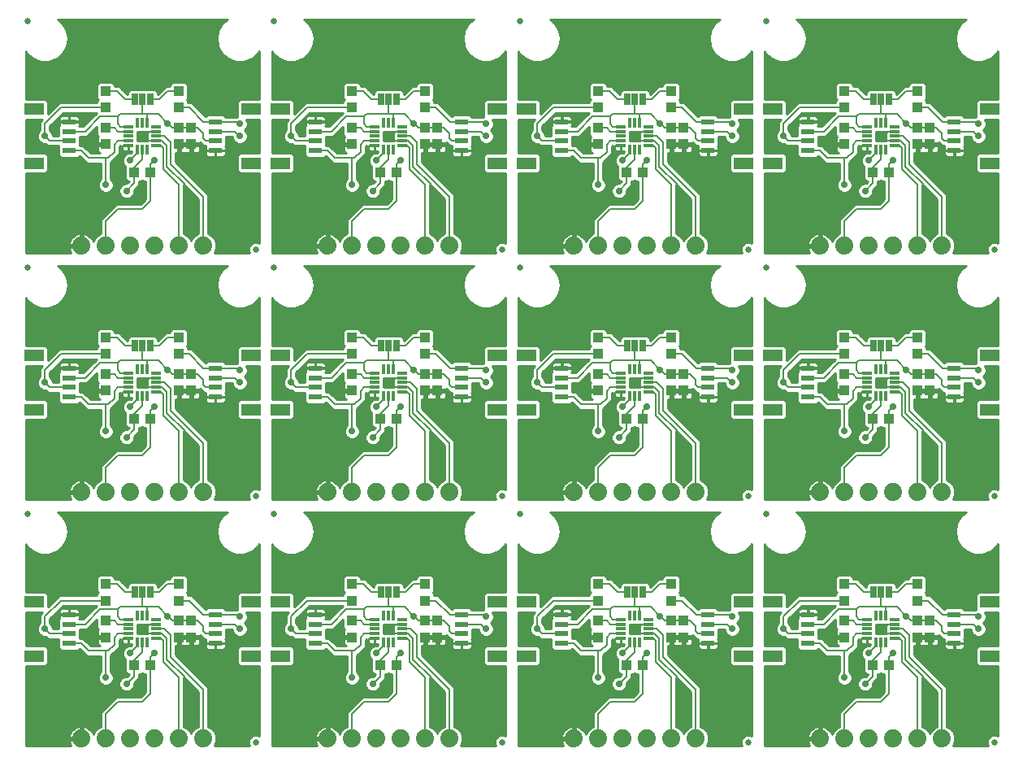
<source format=gtl>
G75*
%MOIN*%
%OFA0B0*%
%FSLAX25Y25*%
%IPPOS*%
%LPD*%
%AMOC8*
5,1,8,0,0,1.08239X$1,22.5*
%
%ADD10C,0.02500*%
%ADD11R,0.03937X0.04331*%
%ADD12R,0.02500X0.05000*%
%ADD13R,0.07874X0.04724*%
%ADD14R,0.05315X0.02362*%
%ADD15C,0.07400*%
%ADD16R,0.03937X0.01181*%
%ADD17R,0.01181X0.03937*%
%ADD18R,0.04331X0.03937*%
%ADD19C,0.00700*%
%ADD20C,0.02900*%
%ADD21C,0.01000*%
D10*
X0151014Y0038465D03*
X0252019Y0038465D03*
X0353024Y0038465D03*
X0454029Y0038465D03*
X0360529Y0131965D03*
X0353024Y0139469D03*
X0259524Y0131965D03*
X0252019Y0139469D03*
X0158519Y0131965D03*
X0151014Y0139469D03*
X0057514Y0131965D03*
X0057514Y0232969D03*
X0151014Y0240474D03*
X0158519Y0232969D03*
X0252019Y0240474D03*
X0259524Y0232969D03*
X0353024Y0240474D03*
X0360529Y0232969D03*
X0454029Y0240474D03*
X0360529Y0333974D03*
X0259524Y0333974D03*
X0158519Y0333974D03*
X0057514Y0333974D03*
X0454029Y0139469D03*
D11*
X0422529Y0103311D03*
X0422529Y0096618D03*
X0422529Y0088311D03*
X0427529Y0088311D03*
X0427529Y0081618D03*
X0422529Y0081618D03*
X0392529Y0081618D03*
X0392529Y0088311D03*
X0392529Y0096618D03*
X0392529Y0103311D03*
X0326524Y0088311D03*
X0321524Y0088311D03*
X0321524Y0081618D03*
X0326524Y0081618D03*
X0321524Y0096618D03*
X0321524Y0103311D03*
X0291524Y0103311D03*
X0291524Y0096618D03*
X0291524Y0088311D03*
X0291524Y0081618D03*
X0225519Y0081618D03*
X0220519Y0081618D03*
X0220519Y0088311D03*
X0225519Y0088311D03*
X0220519Y0096618D03*
X0220519Y0103311D03*
X0190519Y0103311D03*
X0190519Y0096618D03*
X0190519Y0088311D03*
X0190519Y0081618D03*
X0124514Y0081618D03*
X0119514Y0081618D03*
X0119514Y0088311D03*
X0124514Y0088311D03*
X0119514Y0096618D03*
X0119514Y0103311D03*
X0089514Y0103311D03*
X0089514Y0096618D03*
X0089514Y0088311D03*
X0089514Y0081618D03*
X0089514Y0182623D03*
X0089514Y0189316D03*
X0089514Y0197623D03*
X0089514Y0204316D03*
X0119514Y0204316D03*
X0119514Y0197623D03*
X0119514Y0189316D03*
X0124514Y0189316D03*
X0124514Y0182623D03*
X0119514Y0182623D03*
X0190519Y0182623D03*
X0190519Y0189316D03*
X0190519Y0197623D03*
X0190519Y0204316D03*
X0220519Y0204316D03*
X0220519Y0197623D03*
X0220519Y0189316D03*
X0225519Y0189316D03*
X0225519Y0182623D03*
X0220519Y0182623D03*
X0291524Y0182623D03*
X0291524Y0189316D03*
X0291524Y0197623D03*
X0291524Y0204316D03*
X0321524Y0204316D03*
X0321524Y0197623D03*
X0321524Y0189316D03*
X0326524Y0189316D03*
X0326524Y0182623D03*
X0321524Y0182623D03*
X0392529Y0182623D03*
X0392529Y0189316D03*
X0392529Y0197623D03*
X0392529Y0204316D03*
X0422529Y0204316D03*
X0422529Y0197623D03*
X0422529Y0189316D03*
X0427529Y0189316D03*
X0427529Y0182623D03*
X0422529Y0182623D03*
X0422529Y0283628D03*
X0427529Y0283628D03*
X0427529Y0290320D03*
X0422529Y0290320D03*
X0422529Y0298628D03*
X0422529Y0305320D03*
X0392529Y0305320D03*
X0392529Y0298628D03*
X0392529Y0290320D03*
X0392529Y0283628D03*
X0326524Y0283628D03*
X0321524Y0283628D03*
X0321524Y0290320D03*
X0326524Y0290320D03*
X0321524Y0298628D03*
X0321524Y0305320D03*
X0291524Y0305320D03*
X0291524Y0298628D03*
X0291524Y0290320D03*
X0291524Y0283628D03*
X0225519Y0283628D03*
X0220519Y0283628D03*
X0220519Y0290320D03*
X0225519Y0290320D03*
X0220519Y0298628D03*
X0220519Y0305320D03*
X0190519Y0305320D03*
X0190519Y0298628D03*
X0190519Y0290320D03*
X0190519Y0283628D03*
X0124514Y0283628D03*
X0119514Y0283628D03*
X0119514Y0290320D03*
X0124514Y0290320D03*
X0119514Y0298628D03*
X0119514Y0305320D03*
X0089514Y0305320D03*
X0089514Y0298628D03*
X0089514Y0290320D03*
X0089514Y0283628D03*
D12*
X0101314Y0301974D03*
X0104514Y0301974D03*
X0107714Y0301974D03*
X0202319Y0301974D03*
X0205519Y0301974D03*
X0208719Y0301974D03*
X0303324Y0301974D03*
X0306524Y0301974D03*
X0309724Y0301974D03*
X0404329Y0301974D03*
X0407529Y0301974D03*
X0410729Y0301974D03*
X0410729Y0200969D03*
X0407529Y0200969D03*
X0404329Y0200969D03*
X0309724Y0200969D03*
X0306524Y0200969D03*
X0303324Y0200969D03*
X0208719Y0200969D03*
X0205519Y0200969D03*
X0202319Y0200969D03*
X0107714Y0200969D03*
X0104514Y0200969D03*
X0101314Y0200969D03*
X0101314Y0099965D03*
X0104514Y0099965D03*
X0107714Y0099965D03*
X0202319Y0099965D03*
X0205519Y0099965D03*
X0208719Y0099965D03*
X0303324Y0099965D03*
X0306524Y0099965D03*
X0309724Y0099965D03*
X0404329Y0099965D03*
X0407529Y0099965D03*
X0410729Y0099965D03*
D13*
X0451997Y0095988D03*
X0451997Y0073941D03*
X0363060Y0073941D03*
X0350992Y0073941D03*
X0350992Y0095988D03*
X0363060Y0095988D03*
X0262055Y0095988D03*
X0249988Y0095988D03*
X0249988Y0073941D03*
X0262055Y0073941D03*
X0161051Y0073941D03*
X0148983Y0073941D03*
X0148983Y0095988D03*
X0161051Y0095988D03*
X0060046Y0095988D03*
X0060046Y0073941D03*
X0060046Y0174946D03*
X0060046Y0196993D03*
X0148983Y0196993D03*
X0161051Y0196993D03*
X0161051Y0174946D03*
X0148983Y0174946D03*
X0249988Y0174946D03*
X0262055Y0174946D03*
X0262055Y0196993D03*
X0249988Y0196993D03*
X0350992Y0196993D03*
X0363060Y0196993D03*
X0363060Y0174946D03*
X0350992Y0174946D03*
X0451997Y0174946D03*
X0451997Y0196993D03*
X0451997Y0275950D03*
X0451997Y0297998D03*
X0363060Y0297998D03*
X0350992Y0297998D03*
X0350992Y0275950D03*
X0363060Y0275950D03*
X0262055Y0275950D03*
X0249988Y0275950D03*
X0249988Y0297998D03*
X0262055Y0297998D03*
X0161051Y0297998D03*
X0148983Y0297998D03*
X0148983Y0275950D03*
X0161051Y0275950D03*
X0060046Y0275950D03*
X0060046Y0297998D03*
D14*
X0074514Y0292880D03*
X0074514Y0288943D03*
X0074514Y0285006D03*
X0074514Y0281069D03*
X0134514Y0281069D03*
X0134514Y0285006D03*
X0134514Y0288943D03*
X0134514Y0292880D03*
X0175519Y0292880D03*
X0175519Y0288943D03*
X0175519Y0285006D03*
X0175519Y0281069D03*
X0235519Y0281069D03*
X0235519Y0285006D03*
X0235519Y0288943D03*
X0235519Y0292880D03*
X0276524Y0292880D03*
X0276524Y0288943D03*
X0276524Y0285006D03*
X0276524Y0281069D03*
X0336524Y0281069D03*
X0336524Y0285006D03*
X0336524Y0288943D03*
X0336524Y0292880D03*
X0377529Y0292880D03*
X0377529Y0288943D03*
X0377529Y0285006D03*
X0377529Y0281069D03*
X0437529Y0281069D03*
X0437529Y0285006D03*
X0437529Y0288943D03*
X0437529Y0292880D03*
X0437529Y0191875D03*
X0437529Y0187938D03*
X0437529Y0184001D03*
X0437529Y0180064D03*
X0377529Y0180064D03*
X0377529Y0184001D03*
X0377529Y0187938D03*
X0377529Y0191875D03*
X0336524Y0191875D03*
X0336524Y0187938D03*
X0336524Y0184001D03*
X0336524Y0180064D03*
X0276524Y0180064D03*
X0276524Y0184001D03*
X0276524Y0187938D03*
X0276524Y0191875D03*
X0235519Y0191875D03*
X0235519Y0187938D03*
X0235519Y0184001D03*
X0235519Y0180064D03*
X0175519Y0180064D03*
X0175519Y0184001D03*
X0175519Y0187938D03*
X0175519Y0191875D03*
X0134514Y0191875D03*
X0134514Y0187938D03*
X0134514Y0184001D03*
X0134514Y0180064D03*
X0074514Y0180064D03*
X0074514Y0184001D03*
X0074514Y0187938D03*
X0074514Y0191875D03*
X0074514Y0090870D03*
X0074514Y0086933D03*
X0074514Y0082996D03*
X0074514Y0079059D03*
X0134514Y0079059D03*
X0134514Y0082996D03*
X0134514Y0086933D03*
X0134514Y0090870D03*
X0175519Y0090870D03*
X0175519Y0086933D03*
X0175519Y0082996D03*
X0175519Y0079059D03*
X0235519Y0079059D03*
X0235519Y0082996D03*
X0235519Y0086933D03*
X0235519Y0090870D03*
X0276524Y0090870D03*
X0276524Y0086933D03*
X0276524Y0082996D03*
X0276524Y0079059D03*
X0336524Y0079059D03*
X0336524Y0082996D03*
X0336524Y0086933D03*
X0336524Y0090870D03*
X0377529Y0090870D03*
X0377529Y0086933D03*
X0377529Y0082996D03*
X0377529Y0079059D03*
X0437529Y0079059D03*
X0437529Y0082996D03*
X0437529Y0086933D03*
X0437529Y0090870D03*
D15*
X0432529Y0140969D03*
X0422529Y0140969D03*
X0412529Y0140969D03*
X0402529Y0140969D03*
X0392529Y0140969D03*
X0382529Y0140969D03*
X0331524Y0140969D03*
X0321524Y0140969D03*
X0311524Y0140969D03*
X0301524Y0140969D03*
X0291524Y0140969D03*
X0281524Y0140969D03*
X0230519Y0140969D03*
X0220519Y0140969D03*
X0210519Y0140969D03*
X0200519Y0140969D03*
X0190519Y0140969D03*
X0180519Y0140969D03*
X0129514Y0140969D03*
X0119514Y0140969D03*
X0109514Y0140969D03*
X0099514Y0140969D03*
X0089514Y0140969D03*
X0079514Y0140969D03*
X0079514Y0039965D03*
X0089514Y0039965D03*
X0099514Y0039965D03*
X0109514Y0039965D03*
X0119514Y0039965D03*
X0129514Y0039965D03*
X0180519Y0039965D03*
X0190519Y0039965D03*
X0200519Y0039965D03*
X0210519Y0039965D03*
X0220519Y0039965D03*
X0230519Y0039965D03*
X0281524Y0039965D03*
X0291524Y0039965D03*
X0301524Y0039965D03*
X0311524Y0039965D03*
X0321524Y0039965D03*
X0331524Y0039965D03*
X0382529Y0039965D03*
X0392529Y0039965D03*
X0402529Y0039965D03*
X0412529Y0039965D03*
X0422529Y0039965D03*
X0432529Y0039965D03*
X0432529Y0241974D03*
X0422529Y0241974D03*
X0412529Y0241974D03*
X0402529Y0241974D03*
X0392529Y0241974D03*
X0382529Y0241974D03*
X0331524Y0241974D03*
X0321524Y0241974D03*
X0311524Y0241974D03*
X0301524Y0241974D03*
X0291524Y0241974D03*
X0281524Y0241974D03*
X0230519Y0241974D03*
X0220519Y0241974D03*
X0210519Y0241974D03*
X0200519Y0241974D03*
X0190519Y0241974D03*
X0180519Y0241974D03*
X0129514Y0241974D03*
X0119514Y0241974D03*
X0109514Y0241974D03*
X0099514Y0241974D03*
X0089514Y0241974D03*
X0079514Y0241974D03*
D16*
X0098904Y0283037D03*
X0098904Y0285006D03*
X0098904Y0286974D03*
X0098904Y0288943D03*
X0098904Y0290911D03*
X0110125Y0290911D03*
X0110125Y0288943D03*
X0110125Y0286974D03*
X0110125Y0285006D03*
X0110125Y0283037D03*
X0199909Y0283037D03*
X0199909Y0285006D03*
X0199909Y0286974D03*
X0199909Y0288943D03*
X0199909Y0290911D03*
X0211129Y0290911D03*
X0211129Y0288943D03*
X0211129Y0286974D03*
X0211129Y0285006D03*
X0211129Y0283037D03*
X0300914Y0283037D03*
X0300914Y0285006D03*
X0300914Y0286974D03*
X0300914Y0288943D03*
X0300914Y0290911D03*
X0312134Y0290911D03*
X0312134Y0288943D03*
X0312134Y0286974D03*
X0312134Y0285006D03*
X0312134Y0283037D03*
X0401918Y0283037D03*
X0401918Y0285006D03*
X0401918Y0286974D03*
X0401918Y0288943D03*
X0401918Y0290911D03*
X0413139Y0290911D03*
X0413139Y0288943D03*
X0413139Y0286974D03*
X0413139Y0285006D03*
X0413139Y0283037D03*
X0413139Y0189906D03*
X0413139Y0187938D03*
X0413139Y0185969D03*
X0413139Y0184001D03*
X0413139Y0182032D03*
X0401918Y0182032D03*
X0401918Y0184001D03*
X0401918Y0185969D03*
X0401918Y0187938D03*
X0401918Y0189906D03*
X0312134Y0189906D03*
X0312134Y0187938D03*
X0312134Y0185969D03*
X0312134Y0184001D03*
X0312134Y0182032D03*
X0300914Y0182032D03*
X0300914Y0184001D03*
X0300914Y0185969D03*
X0300914Y0187938D03*
X0300914Y0189906D03*
X0211129Y0189906D03*
X0211129Y0187938D03*
X0211129Y0185969D03*
X0211129Y0184001D03*
X0211129Y0182032D03*
X0199909Y0182032D03*
X0199909Y0184001D03*
X0199909Y0185969D03*
X0199909Y0187938D03*
X0199909Y0189906D03*
X0110125Y0189906D03*
X0110125Y0187938D03*
X0110125Y0185969D03*
X0110125Y0184001D03*
X0110125Y0182032D03*
X0098904Y0182032D03*
X0098904Y0184001D03*
X0098904Y0185969D03*
X0098904Y0187938D03*
X0098904Y0189906D03*
X0098904Y0088902D03*
X0098904Y0086933D03*
X0098904Y0084965D03*
X0098904Y0082996D03*
X0098904Y0081028D03*
X0110125Y0081028D03*
X0110125Y0082996D03*
X0110125Y0084965D03*
X0110125Y0086933D03*
X0110125Y0088902D03*
X0199909Y0088902D03*
X0199909Y0086933D03*
X0199909Y0084965D03*
X0199909Y0082996D03*
X0199909Y0081028D03*
X0211129Y0081028D03*
X0211129Y0082996D03*
X0211129Y0084965D03*
X0211129Y0086933D03*
X0211129Y0088902D03*
X0300914Y0088902D03*
X0300914Y0086933D03*
X0300914Y0084965D03*
X0300914Y0082996D03*
X0300914Y0081028D03*
X0312134Y0081028D03*
X0312134Y0082996D03*
X0312134Y0084965D03*
X0312134Y0086933D03*
X0312134Y0088902D03*
X0401918Y0088902D03*
X0401918Y0086933D03*
X0401918Y0084965D03*
X0401918Y0082996D03*
X0401918Y0081028D03*
X0413139Y0081028D03*
X0413139Y0082996D03*
X0413139Y0084965D03*
X0413139Y0086933D03*
X0413139Y0088902D03*
D17*
X0409497Y0090575D03*
X0407529Y0090575D03*
X0405560Y0090575D03*
X0405560Y0079354D03*
X0407529Y0079354D03*
X0409497Y0079354D03*
X0308492Y0079354D03*
X0306524Y0079354D03*
X0304555Y0079354D03*
X0304555Y0090575D03*
X0306524Y0090575D03*
X0308492Y0090575D03*
X0207488Y0090575D03*
X0205519Y0090575D03*
X0203551Y0090575D03*
X0203551Y0079354D03*
X0205519Y0079354D03*
X0207488Y0079354D03*
X0106483Y0079354D03*
X0104514Y0079354D03*
X0102546Y0079354D03*
X0102546Y0090575D03*
X0104514Y0090575D03*
X0106483Y0090575D03*
X0106483Y0180359D03*
X0104514Y0180359D03*
X0102546Y0180359D03*
X0102546Y0191580D03*
X0104514Y0191580D03*
X0106483Y0191580D03*
X0203551Y0191580D03*
X0205519Y0191580D03*
X0207488Y0191580D03*
X0207488Y0180359D03*
X0205519Y0180359D03*
X0203551Y0180359D03*
X0304555Y0180359D03*
X0306524Y0180359D03*
X0308492Y0180359D03*
X0308492Y0191580D03*
X0306524Y0191580D03*
X0304555Y0191580D03*
X0405560Y0191580D03*
X0407529Y0191580D03*
X0409497Y0191580D03*
X0409497Y0180359D03*
X0407529Y0180359D03*
X0405560Y0180359D03*
X0405560Y0281364D03*
X0407529Y0281364D03*
X0409497Y0281364D03*
X0409497Y0292584D03*
X0407529Y0292584D03*
X0405560Y0292584D03*
X0308492Y0292584D03*
X0306524Y0292584D03*
X0304555Y0292584D03*
X0304555Y0281364D03*
X0306524Y0281364D03*
X0308492Y0281364D03*
X0207488Y0281364D03*
X0205519Y0281364D03*
X0203551Y0281364D03*
X0203551Y0292584D03*
X0205519Y0292584D03*
X0207488Y0292584D03*
X0106483Y0292584D03*
X0104514Y0292584D03*
X0102546Y0292584D03*
X0102546Y0281364D03*
X0104514Y0281364D03*
X0106483Y0281364D03*
D18*
X0107861Y0271974D03*
X0101168Y0271974D03*
X0202173Y0271974D03*
X0208866Y0271974D03*
X0303177Y0271974D03*
X0309870Y0271974D03*
X0404182Y0271974D03*
X0410875Y0271974D03*
X0410875Y0170969D03*
X0404182Y0170969D03*
X0309870Y0170969D03*
X0303177Y0170969D03*
X0208866Y0170969D03*
X0202173Y0170969D03*
X0107861Y0170969D03*
X0101168Y0170969D03*
X0101168Y0069965D03*
X0107861Y0069965D03*
X0202173Y0069965D03*
X0208866Y0069965D03*
X0303177Y0069965D03*
X0309870Y0069965D03*
X0404182Y0069965D03*
X0410875Y0069965D03*
D19*
X0410875Y0058311D01*
X0407529Y0054965D01*
X0397529Y0054965D01*
X0392529Y0049965D01*
X0392529Y0039965D01*
X0401029Y0062465D02*
X0404182Y0065618D01*
X0404182Y0069965D01*
X0404182Y0072118D01*
X0407529Y0075465D01*
X0407529Y0079354D01*
X0405560Y0079354D02*
X0405560Y0077996D01*
X0402529Y0074965D01*
X0396029Y0078465D02*
X0396029Y0081465D01*
X0397560Y0082996D01*
X0401918Y0082996D01*
X0401918Y0086933D02*
X0397560Y0086933D01*
X0396182Y0088311D01*
X0392529Y0088311D01*
X0397529Y0089965D02*
X0397529Y0092965D01*
X0398529Y0093965D01*
X0407529Y0093965D01*
X0407529Y0099965D01*
X0410729Y0099965D02*
X0414529Y0099965D01*
X0417875Y0103311D01*
X0422529Y0103311D01*
X0422529Y0096618D02*
X0426875Y0096618D01*
X0432623Y0090870D01*
X0437529Y0090870D01*
X0446623Y0090870D01*
X0447529Y0089965D01*
X0445560Y0086933D02*
X0447529Y0084965D01*
X0445560Y0086933D02*
X0437529Y0086933D01*
X0437529Y0082996D02*
X0433497Y0082996D01*
X0432529Y0083965D01*
X0432529Y0085965D01*
X0430182Y0088311D01*
X0427529Y0088311D01*
X0422529Y0088311D01*
X0419682Y0088311D01*
X0417779Y0090215D01*
X0414029Y0093965D01*
X0409529Y0093965D01*
X0409497Y0093933D01*
X0409497Y0090575D01*
X0409529Y0093965D02*
X0407529Y0093965D01*
X0409997Y0086933D02*
X0409529Y0086465D01*
X0409529Y0083465D01*
X0409997Y0082996D01*
X0413139Y0082996D01*
X0415497Y0082996D01*
X0417529Y0080965D01*
X0417529Y0072465D01*
X0425029Y0064965D01*
X0425029Y0062465D01*
X0427529Y0059965D01*
X0432529Y0059965D02*
X0432529Y0039965D01*
X0422529Y0039965D02*
X0422529Y0064965D01*
X0416029Y0071465D01*
X0416029Y0079965D01*
X0414966Y0081028D01*
X0413139Y0081028D01*
X0413139Y0084965D02*
X0416529Y0084965D01*
X0419029Y0082465D01*
X0419029Y0073465D01*
X0432529Y0059965D01*
X0410875Y0069965D02*
X0410875Y0073311D01*
X0412529Y0074965D01*
X0413139Y0086933D02*
X0409997Y0086933D01*
X0401918Y0088902D02*
X0398592Y0088902D01*
X0397529Y0089965D01*
X0397529Y0092965D02*
X0390029Y0092965D01*
X0383997Y0086933D01*
X0377529Y0086933D01*
X0377529Y0082996D02*
X0369497Y0082996D01*
X0367529Y0084965D01*
X0367529Y0089965D01*
X0374182Y0096618D01*
X0392529Y0096618D01*
X0392529Y0103311D02*
X0397182Y0103311D01*
X0400529Y0099965D01*
X0404329Y0099965D01*
X0382434Y0079059D02*
X0377529Y0079059D01*
X0382434Y0079059D02*
X0385529Y0075965D01*
X0392529Y0075965D01*
X0392529Y0064965D01*
X0392529Y0075965D02*
X0393529Y0075965D01*
X0396029Y0078465D01*
X0346524Y0084965D02*
X0344555Y0086933D01*
X0336524Y0086933D01*
X0336524Y0082996D02*
X0332492Y0082996D01*
X0331524Y0083965D01*
X0331524Y0085965D01*
X0329177Y0088311D01*
X0326524Y0088311D01*
X0321524Y0088311D01*
X0318677Y0088311D01*
X0316774Y0090215D01*
X0313024Y0093965D01*
X0308524Y0093965D01*
X0308492Y0093933D01*
X0308492Y0090575D01*
X0308524Y0093965D02*
X0306524Y0093965D01*
X0306524Y0099965D01*
X0309724Y0099965D02*
X0313524Y0099965D01*
X0316870Y0103311D01*
X0321524Y0103311D01*
X0321524Y0096618D02*
X0325870Y0096618D01*
X0331618Y0090870D01*
X0336524Y0090870D01*
X0345618Y0090870D01*
X0346524Y0089965D01*
X0318024Y0082465D02*
X0318024Y0073465D01*
X0331524Y0059965D01*
X0331524Y0039965D01*
X0321524Y0039965D02*
X0321524Y0064965D01*
X0315024Y0071465D01*
X0315024Y0079965D01*
X0313961Y0081028D01*
X0312134Y0081028D01*
X0312134Y0082996D02*
X0308992Y0082996D01*
X0308524Y0083465D01*
X0308524Y0086465D01*
X0308992Y0086933D01*
X0312134Y0086933D01*
X0312134Y0084965D02*
X0315524Y0084965D01*
X0318024Y0082465D01*
X0316524Y0080965D02*
X0316524Y0072465D01*
X0324024Y0064965D01*
X0324024Y0062465D01*
X0326524Y0059965D01*
X0309870Y0058311D02*
X0306524Y0054965D01*
X0296524Y0054965D01*
X0291524Y0049965D01*
X0291524Y0039965D01*
X0309870Y0058311D02*
X0309870Y0069965D01*
X0309870Y0073311D01*
X0311524Y0074965D01*
X0306524Y0075465D02*
X0306524Y0079354D01*
X0304555Y0079354D02*
X0304555Y0077996D01*
X0301524Y0074965D01*
X0303177Y0072118D02*
X0303177Y0069965D01*
X0303177Y0065618D01*
X0300024Y0062465D01*
X0291524Y0064965D02*
X0291524Y0075965D01*
X0284524Y0075965D01*
X0281429Y0079059D01*
X0276524Y0079059D01*
X0276524Y0082996D02*
X0268492Y0082996D01*
X0266524Y0084965D01*
X0266524Y0089965D01*
X0273177Y0096618D01*
X0291524Y0096618D01*
X0289024Y0092965D02*
X0282992Y0086933D01*
X0276524Y0086933D01*
X0289024Y0092965D02*
X0296524Y0092965D01*
X0297524Y0093965D01*
X0306524Y0093965D01*
X0300914Y0088902D02*
X0297587Y0088902D01*
X0296524Y0089965D01*
X0296524Y0092965D01*
X0295177Y0088311D02*
X0291524Y0088311D01*
X0295177Y0088311D02*
X0296555Y0086933D01*
X0300914Y0086933D01*
X0300914Y0082996D02*
X0296555Y0082996D01*
X0295024Y0081465D01*
X0295024Y0078465D01*
X0292524Y0075965D01*
X0291524Y0075965D01*
X0303177Y0072118D02*
X0306524Y0075465D01*
X0312134Y0082996D02*
X0314492Y0082996D01*
X0316524Y0080965D01*
X0303324Y0099965D02*
X0299524Y0099965D01*
X0296177Y0103311D01*
X0291524Y0103311D01*
X0291524Y0140969D02*
X0291524Y0150969D01*
X0296524Y0155969D01*
X0306524Y0155969D01*
X0309870Y0159316D01*
X0309870Y0170969D01*
X0309870Y0174316D01*
X0311524Y0175969D01*
X0315024Y0172469D02*
X0321524Y0165969D01*
X0321524Y0140969D01*
X0331524Y0140969D02*
X0331524Y0160969D01*
X0318024Y0174469D01*
X0318024Y0183469D01*
X0315524Y0185969D01*
X0312134Y0185969D01*
X0312134Y0184001D02*
X0308992Y0184001D01*
X0308524Y0184469D01*
X0308524Y0187469D01*
X0308992Y0187938D01*
X0312134Y0187938D01*
X0312134Y0184001D02*
X0314492Y0184001D01*
X0316524Y0181969D01*
X0316524Y0173469D01*
X0324024Y0165969D01*
X0324024Y0163469D01*
X0326524Y0160969D01*
X0315024Y0172469D02*
X0315024Y0180969D01*
X0313961Y0182032D01*
X0312134Y0182032D01*
X0306524Y0180359D02*
X0306524Y0176469D01*
X0303177Y0173123D01*
X0303177Y0170969D01*
X0303177Y0166623D01*
X0300024Y0163469D01*
X0291524Y0165969D02*
X0291524Y0176969D01*
X0284524Y0176969D01*
X0281429Y0180064D01*
X0276524Y0180064D01*
X0276524Y0184001D02*
X0268492Y0184001D01*
X0266524Y0185969D01*
X0266524Y0190969D01*
X0273177Y0197623D01*
X0291524Y0197623D01*
X0289024Y0193969D02*
X0282992Y0187938D01*
X0276524Y0187938D01*
X0289024Y0193969D02*
X0296524Y0193969D01*
X0297524Y0194969D01*
X0306524Y0194969D01*
X0306524Y0200969D01*
X0309724Y0200969D02*
X0313524Y0200969D01*
X0316870Y0204316D01*
X0321524Y0204316D01*
X0321524Y0197623D02*
X0325870Y0197623D01*
X0331618Y0191875D01*
X0336524Y0191875D01*
X0345618Y0191875D01*
X0346524Y0190969D01*
X0344555Y0187938D02*
X0346524Y0185969D01*
X0344555Y0187938D02*
X0336524Y0187938D01*
X0336524Y0184001D02*
X0332492Y0184001D01*
X0331524Y0184969D01*
X0331524Y0186969D01*
X0329177Y0189316D01*
X0326524Y0189316D01*
X0321524Y0189316D01*
X0318677Y0189316D01*
X0316774Y0191219D01*
X0313024Y0194969D01*
X0308524Y0194969D01*
X0308492Y0194938D01*
X0308492Y0191580D01*
X0308524Y0194969D02*
X0306524Y0194969D01*
X0300914Y0189906D02*
X0297587Y0189906D01*
X0296524Y0190969D01*
X0296524Y0193969D01*
X0295177Y0189316D02*
X0291524Y0189316D01*
X0295177Y0189316D02*
X0296555Y0187938D01*
X0300914Y0187938D01*
X0300914Y0184001D02*
X0296555Y0184001D01*
X0295024Y0182469D01*
X0295024Y0179469D01*
X0292524Y0176969D01*
X0291524Y0176969D01*
X0301524Y0175969D02*
X0304555Y0179001D01*
X0304555Y0180359D01*
X0303324Y0200969D02*
X0299524Y0200969D01*
X0296177Y0204316D01*
X0291524Y0204316D01*
X0291524Y0241974D02*
X0291524Y0251974D01*
X0296524Y0256974D01*
X0306524Y0256974D01*
X0309870Y0260320D01*
X0309870Y0271974D01*
X0309870Y0275320D01*
X0311524Y0276974D01*
X0315024Y0273474D02*
X0321524Y0266974D01*
X0321524Y0241974D01*
X0331524Y0241974D02*
X0331524Y0261974D01*
X0318024Y0275474D01*
X0318024Y0284474D01*
X0315524Y0286974D01*
X0312134Y0286974D01*
X0312134Y0285006D02*
X0308992Y0285006D01*
X0308524Y0285474D01*
X0308524Y0288474D01*
X0308992Y0288943D01*
X0312134Y0288943D01*
X0312134Y0285006D02*
X0314492Y0285006D01*
X0316524Y0282974D01*
X0316524Y0274474D01*
X0324024Y0266974D01*
X0324024Y0264474D01*
X0326524Y0261974D01*
X0315024Y0273474D02*
X0315024Y0281974D01*
X0313961Y0283037D01*
X0312134Y0283037D01*
X0306524Y0281364D02*
X0306524Y0277474D01*
X0303177Y0274128D01*
X0303177Y0271974D01*
X0303177Y0267628D01*
X0300024Y0264474D01*
X0291524Y0266974D02*
X0291524Y0277974D01*
X0284524Y0277974D01*
X0281429Y0281069D01*
X0276524Y0281069D01*
X0276524Y0285006D02*
X0268492Y0285006D01*
X0266524Y0286974D01*
X0266524Y0291974D01*
X0273177Y0298628D01*
X0291524Y0298628D01*
X0289024Y0294974D02*
X0282992Y0288943D01*
X0276524Y0288943D01*
X0289024Y0294974D02*
X0296524Y0294974D01*
X0297524Y0295974D01*
X0306524Y0295974D01*
X0306524Y0301974D01*
X0309724Y0301974D02*
X0313524Y0301974D01*
X0316870Y0305320D01*
X0321524Y0305320D01*
X0321524Y0298628D02*
X0325870Y0298628D01*
X0331618Y0292880D01*
X0336524Y0292880D01*
X0345618Y0292880D01*
X0346524Y0291974D01*
X0344555Y0288943D02*
X0346524Y0286974D01*
X0344555Y0288943D02*
X0336524Y0288943D01*
X0336524Y0285006D02*
X0332492Y0285006D01*
X0331524Y0285974D01*
X0331524Y0287974D01*
X0329177Y0290320D01*
X0326524Y0290320D01*
X0321524Y0290320D01*
X0318677Y0290320D01*
X0316774Y0292224D01*
X0313024Y0295974D01*
X0308524Y0295974D01*
X0308492Y0295943D01*
X0308492Y0292584D01*
X0308524Y0295974D02*
X0306524Y0295974D01*
X0303324Y0301974D02*
X0299524Y0301974D01*
X0296177Y0305320D01*
X0291524Y0305320D01*
X0296524Y0294974D02*
X0296524Y0291974D01*
X0297587Y0290911D01*
X0300914Y0290911D01*
X0300914Y0288943D02*
X0296555Y0288943D01*
X0295177Y0290320D01*
X0291524Y0290320D01*
X0296555Y0285006D02*
X0295024Y0283474D01*
X0295024Y0280474D01*
X0292524Y0277974D01*
X0291524Y0277974D01*
X0296555Y0285006D02*
X0300914Y0285006D01*
X0304555Y0281364D02*
X0304555Y0280006D01*
X0301524Y0276974D01*
X0245519Y0286974D02*
X0243551Y0288943D01*
X0235519Y0288943D01*
X0235519Y0292880D02*
X0230614Y0292880D01*
X0224866Y0298628D01*
X0220519Y0298628D01*
X0220519Y0305320D02*
X0215866Y0305320D01*
X0212519Y0301974D01*
X0208719Y0301974D01*
X0205519Y0301974D02*
X0205519Y0295974D01*
X0196519Y0295974D01*
X0195519Y0294974D01*
X0195519Y0291974D01*
X0196582Y0290911D01*
X0199909Y0290911D01*
X0199909Y0288943D02*
X0195551Y0288943D01*
X0194173Y0290320D01*
X0190519Y0290320D01*
X0195551Y0285006D02*
X0194019Y0283474D01*
X0194019Y0280474D01*
X0191519Y0277974D01*
X0190519Y0277974D01*
X0190519Y0266974D01*
X0199019Y0264474D02*
X0202173Y0267628D01*
X0202173Y0271974D01*
X0202173Y0274128D01*
X0205519Y0277474D01*
X0205519Y0281364D01*
X0203551Y0281364D02*
X0203551Y0280006D01*
X0200519Y0276974D01*
X0208866Y0275320D02*
X0208866Y0271974D01*
X0208866Y0260320D01*
X0205519Y0256974D01*
X0195519Y0256974D01*
X0190519Y0251974D01*
X0190519Y0241974D01*
X0220519Y0241974D02*
X0220519Y0266974D01*
X0214019Y0273474D01*
X0214019Y0281974D01*
X0212956Y0283037D01*
X0211129Y0283037D01*
X0211129Y0285006D02*
X0207988Y0285006D01*
X0207519Y0285474D01*
X0207519Y0288474D01*
X0207988Y0288943D01*
X0211129Y0288943D01*
X0211129Y0286974D02*
X0214519Y0286974D01*
X0217019Y0284474D01*
X0217019Y0275474D01*
X0230519Y0261974D01*
X0230519Y0241974D01*
X0225519Y0261974D02*
X0223019Y0264474D01*
X0223019Y0266974D01*
X0215519Y0274474D01*
X0215519Y0282974D01*
X0213488Y0285006D01*
X0211129Y0285006D01*
X0217673Y0290320D02*
X0215769Y0292224D01*
X0212019Y0295974D01*
X0207519Y0295974D01*
X0207488Y0295943D01*
X0207488Y0292584D01*
X0207519Y0295974D02*
X0205519Y0295974D01*
X0202319Y0301974D02*
X0198519Y0301974D01*
X0195173Y0305320D01*
X0190519Y0305320D01*
X0190519Y0298628D02*
X0172173Y0298628D01*
X0165519Y0291974D01*
X0165519Y0286974D01*
X0167488Y0285006D01*
X0175519Y0285006D01*
X0175519Y0288943D02*
X0181988Y0288943D01*
X0188019Y0294974D01*
X0195519Y0294974D01*
X0195551Y0285006D02*
X0199909Y0285006D01*
X0190519Y0277974D02*
X0183519Y0277974D01*
X0180425Y0281069D01*
X0175519Y0281069D01*
X0144514Y0286974D02*
X0142546Y0288943D01*
X0134514Y0288943D01*
X0134514Y0292880D02*
X0129609Y0292880D01*
X0123861Y0298628D01*
X0119514Y0298628D01*
X0119514Y0305320D02*
X0114861Y0305320D01*
X0111514Y0301974D01*
X0107714Y0301974D01*
X0104514Y0301974D02*
X0104514Y0295974D01*
X0095514Y0295974D01*
X0094514Y0294974D01*
X0094514Y0291974D01*
X0095577Y0290911D01*
X0098904Y0290911D01*
X0098904Y0288943D02*
X0094546Y0288943D01*
X0093168Y0290320D01*
X0089514Y0290320D01*
X0094546Y0285006D02*
X0093014Y0283474D01*
X0093014Y0280474D01*
X0090514Y0277974D01*
X0089514Y0277974D01*
X0089514Y0266974D01*
X0098014Y0264474D02*
X0101168Y0267628D01*
X0101168Y0271974D01*
X0101168Y0274128D01*
X0104514Y0277474D01*
X0104514Y0281364D01*
X0102546Y0281364D02*
X0102546Y0280006D01*
X0099514Y0276974D01*
X0089514Y0277974D02*
X0082514Y0277974D01*
X0079420Y0281069D01*
X0074514Y0281069D01*
X0074514Y0285006D02*
X0066483Y0285006D01*
X0064514Y0286974D01*
X0064514Y0291974D01*
X0071168Y0298628D01*
X0089514Y0298628D01*
X0087014Y0294974D02*
X0080983Y0288943D01*
X0074514Y0288943D01*
X0087014Y0294974D02*
X0094514Y0294974D01*
X0097514Y0301974D02*
X0094168Y0305320D01*
X0089514Y0305320D01*
X0097514Y0301974D02*
X0101314Y0301974D01*
X0104514Y0295974D02*
X0106514Y0295974D01*
X0106483Y0295943D01*
X0106483Y0292584D01*
X0106514Y0295974D02*
X0111014Y0295974D01*
X0114764Y0292224D01*
X0116668Y0290320D01*
X0119514Y0290320D01*
X0124514Y0290320D01*
X0127168Y0290320D01*
X0129514Y0287974D01*
X0129514Y0285974D01*
X0130483Y0285006D01*
X0134514Y0285006D01*
X0134514Y0292880D02*
X0143609Y0292880D01*
X0144514Y0291974D01*
X0116014Y0284474D02*
X0116014Y0275474D01*
X0129514Y0261974D01*
X0129514Y0241974D01*
X0119514Y0241974D02*
X0119514Y0266974D01*
X0113014Y0273474D01*
X0113014Y0281974D01*
X0111951Y0283037D01*
X0110125Y0283037D01*
X0110125Y0285006D02*
X0106983Y0285006D01*
X0106514Y0285474D01*
X0106514Y0288474D01*
X0106983Y0288943D01*
X0110125Y0288943D01*
X0110125Y0286974D02*
X0113514Y0286974D01*
X0116014Y0284474D01*
X0114514Y0282974D02*
X0114514Y0274474D01*
X0122014Y0266974D01*
X0122014Y0264474D01*
X0124514Y0261974D01*
X0107861Y0260320D02*
X0107861Y0271974D01*
X0107861Y0275320D01*
X0109514Y0276974D01*
X0114514Y0282974D02*
X0112483Y0285006D01*
X0110125Y0285006D01*
X0098904Y0285006D02*
X0094546Y0285006D01*
X0107861Y0260320D02*
X0104514Y0256974D01*
X0094514Y0256974D01*
X0089514Y0251974D01*
X0089514Y0241974D01*
X0089514Y0204316D02*
X0094168Y0204316D01*
X0097514Y0200969D01*
X0101314Y0200969D01*
X0104514Y0200969D02*
X0104514Y0194969D01*
X0095514Y0194969D01*
X0094514Y0193969D01*
X0094514Y0190969D01*
X0095577Y0189906D01*
X0098904Y0189906D01*
X0098904Y0187938D02*
X0094546Y0187938D01*
X0093168Y0189316D01*
X0089514Y0189316D01*
X0087014Y0193969D02*
X0080983Y0187938D01*
X0074514Y0187938D01*
X0074514Y0184001D02*
X0066483Y0184001D01*
X0064514Y0185969D01*
X0064514Y0190969D01*
X0071168Y0197623D01*
X0089514Y0197623D01*
X0087014Y0193969D02*
X0094514Y0193969D01*
X0104514Y0194969D02*
X0106514Y0194969D01*
X0106483Y0194938D01*
X0106483Y0191580D01*
X0106514Y0194969D02*
X0111014Y0194969D01*
X0114764Y0191219D01*
X0116668Y0189316D01*
X0119514Y0189316D01*
X0124514Y0189316D01*
X0127168Y0189316D01*
X0129514Y0186969D01*
X0129514Y0184969D01*
X0130483Y0184001D01*
X0134514Y0184001D01*
X0134514Y0187938D02*
X0142546Y0187938D01*
X0144514Y0185969D01*
X0144514Y0190969D02*
X0143609Y0191875D01*
X0134514Y0191875D01*
X0129609Y0191875D01*
X0123861Y0197623D01*
X0119514Y0197623D01*
X0114861Y0204316D02*
X0111514Y0200969D01*
X0107714Y0200969D01*
X0114861Y0204316D02*
X0119514Y0204316D01*
X0110125Y0187938D02*
X0106983Y0187938D01*
X0106514Y0187469D01*
X0106514Y0184469D01*
X0106983Y0184001D01*
X0110125Y0184001D01*
X0112483Y0184001D01*
X0114514Y0181969D01*
X0114514Y0173469D01*
X0122014Y0165969D01*
X0122014Y0163469D01*
X0124514Y0160969D01*
X0129514Y0160969D02*
X0129514Y0140969D01*
X0119514Y0140969D02*
X0119514Y0165969D01*
X0113014Y0172469D01*
X0113014Y0180969D01*
X0111951Y0182032D01*
X0110125Y0182032D01*
X0110125Y0185969D02*
X0113514Y0185969D01*
X0116014Y0183469D01*
X0116014Y0174469D01*
X0129514Y0160969D01*
X0107861Y0159316D02*
X0104514Y0155969D01*
X0094514Y0155969D01*
X0089514Y0150969D01*
X0089514Y0140969D01*
X0107861Y0159316D02*
X0107861Y0170969D01*
X0107861Y0174316D01*
X0109514Y0175969D01*
X0104514Y0176469D02*
X0104514Y0180359D01*
X0102546Y0180359D02*
X0102546Y0179001D01*
X0099514Y0175969D01*
X0101168Y0173123D02*
X0101168Y0170969D01*
X0101168Y0166623D01*
X0098014Y0163469D01*
X0089514Y0165969D02*
X0089514Y0176969D01*
X0082514Y0176969D01*
X0079420Y0180064D01*
X0074514Y0180064D01*
X0089514Y0176969D02*
X0090514Y0176969D01*
X0093014Y0179469D01*
X0093014Y0182469D01*
X0094546Y0184001D01*
X0098904Y0184001D01*
X0104514Y0176469D02*
X0101168Y0173123D01*
X0165519Y0185969D02*
X0167488Y0184001D01*
X0175519Y0184001D01*
X0175519Y0187938D02*
X0181988Y0187938D01*
X0188019Y0193969D01*
X0195519Y0193969D01*
X0196519Y0194969D01*
X0205519Y0194969D01*
X0205519Y0200969D01*
X0202319Y0200969D02*
X0198519Y0200969D01*
X0195173Y0204316D01*
X0190519Y0204316D01*
X0190519Y0197623D02*
X0172173Y0197623D01*
X0165519Y0190969D01*
X0165519Y0185969D01*
X0175519Y0180064D02*
X0180425Y0180064D01*
X0183519Y0176969D01*
X0190519Y0176969D01*
X0190519Y0165969D01*
X0199019Y0163469D02*
X0202173Y0166623D01*
X0202173Y0170969D01*
X0202173Y0173123D01*
X0205519Y0176469D01*
X0205519Y0180359D01*
X0203551Y0180359D02*
X0203551Y0179001D01*
X0200519Y0175969D01*
X0208866Y0174316D02*
X0208866Y0170969D01*
X0208866Y0159316D01*
X0205519Y0155969D01*
X0195519Y0155969D01*
X0190519Y0150969D01*
X0190519Y0140969D01*
X0220519Y0140969D02*
X0220519Y0165969D01*
X0214019Y0172469D01*
X0214019Y0180969D01*
X0212956Y0182032D01*
X0211129Y0182032D01*
X0211129Y0184001D02*
X0207988Y0184001D01*
X0207519Y0184469D01*
X0207519Y0187469D01*
X0207988Y0187938D01*
X0211129Y0187938D01*
X0211129Y0185969D02*
X0214519Y0185969D01*
X0217019Y0183469D01*
X0217019Y0174469D01*
X0230519Y0160969D01*
X0230519Y0140969D01*
X0225519Y0160969D02*
X0223019Y0163469D01*
X0223019Y0165969D01*
X0215519Y0173469D01*
X0215519Y0181969D01*
X0213488Y0184001D01*
X0211129Y0184001D01*
X0210519Y0175969D02*
X0208866Y0174316D01*
X0199909Y0184001D02*
X0195551Y0184001D01*
X0194019Y0182469D01*
X0194019Y0179469D01*
X0191519Y0176969D01*
X0190519Y0176969D01*
X0195551Y0187938D02*
X0194173Y0189316D01*
X0190519Y0189316D01*
X0195551Y0187938D02*
X0199909Y0187938D01*
X0199909Y0189906D02*
X0196582Y0189906D01*
X0195519Y0190969D01*
X0195519Y0193969D01*
X0205519Y0194969D02*
X0207519Y0194969D01*
X0207488Y0194938D01*
X0207488Y0191580D01*
X0207519Y0194969D02*
X0212019Y0194969D01*
X0215769Y0191219D01*
X0217673Y0189316D01*
X0220519Y0189316D01*
X0225519Y0189316D01*
X0228173Y0189316D01*
X0230519Y0186969D01*
X0230519Y0184969D01*
X0231488Y0184001D01*
X0235519Y0184001D01*
X0235519Y0187938D02*
X0243551Y0187938D01*
X0245519Y0185969D01*
X0245519Y0190969D02*
X0244614Y0191875D01*
X0235519Y0191875D01*
X0230614Y0191875D01*
X0224866Y0197623D01*
X0220519Y0197623D01*
X0215866Y0204316D02*
X0212519Y0200969D01*
X0208719Y0200969D01*
X0215866Y0204316D02*
X0220519Y0204316D01*
X0208866Y0275320D02*
X0210519Y0276974D01*
X0217673Y0290320D02*
X0220519Y0290320D01*
X0225519Y0290320D01*
X0228173Y0290320D01*
X0230519Y0287974D01*
X0230519Y0285974D01*
X0231488Y0285006D01*
X0235519Y0285006D01*
X0235519Y0292880D02*
X0244614Y0292880D01*
X0245519Y0291974D01*
X0367529Y0291974D02*
X0367529Y0286974D01*
X0369497Y0285006D01*
X0377529Y0285006D01*
X0377529Y0288943D02*
X0383997Y0288943D01*
X0390029Y0294974D01*
X0397529Y0294974D01*
X0398529Y0295974D01*
X0407529Y0295974D01*
X0407529Y0301974D01*
X0410729Y0301974D02*
X0414529Y0301974D01*
X0417875Y0305320D01*
X0422529Y0305320D01*
X0422529Y0298628D02*
X0426875Y0298628D01*
X0432623Y0292880D01*
X0437529Y0292880D01*
X0446623Y0292880D01*
X0447529Y0291974D01*
X0445560Y0288943D02*
X0447529Y0286974D01*
X0445560Y0288943D02*
X0437529Y0288943D01*
X0437529Y0285006D02*
X0433497Y0285006D01*
X0432529Y0285974D01*
X0432529Y0287974D01*
X0430182Y0290320D01*
X0427529Y0290320D01*
X0422529Y0290320D01*
X0419682Y0290320D01*
X0417779Y0292224D01*
X0414029Y0295974D01*
X0409529Y0295974D01*
X0409497Y0295943D01*
X0409497Y0292584D01*
X0409529Y0295974D02*
X0407529Y0295974D01*
X0404329Y0301974D02*
X0400529Y0301974D01*
X0397182Y0305320D01*
X0392529Y0305320D01*
X0392529Y0298628D02*
X0374182Y0298628D01*
X0367529Y0291974D01*
X0377529Y0281069D02*
X0382434Y0281069D01*
X0385529Y0277974D01*
X0392529Y0277974D01*
X0392529Y0266974D01*
X0401029Y0264474D02*
X0404182Y0267628D01*
X0404182Y0271974D01*
X0404182Y0274128D01*
X0407529Y0277474D01*
X0407529Y0281364D01*
X0405560Y0281364D02*
X0405560Y0280006D01*
X0402529Y0276974D01*
X0396029Y0280474D02*
X0393529Y0277974D01*
X0392529Y0277974D01*
X0396029Y0280474D02*
X0396029Y0283474D01*
X0397560Y0285006D01*
X0401918Y0285006D01*
X0401918Y0288943D02*
X0397560Y0288943D01*
X0396182Y0290320D01*
X0392529Y0290320D01*
X0397529Y0291974D02*
X0397529Y0294974D01*
X0397529Y0291974D02*
X0398592Y0290911D01*
X0401918Y0290911D01*
X0409529Y0288474D02*
X0409529Y0285474D01*
X0409997Y0285006D01*
X0413139Y0285006D01*
X0415497Y0285006D01*
X0417529Y0282974D01*
X0417529Y0274474D01*
X0425029Y0266974D01*
X0425029Y0264474D01*
X0427529Y0261974D01*
X0432529Y0261974D02*
X0432529Y0241974D01*
X0422529Y0241974D02*
X0422529Y0266974D01*
X0416029Y0273474D01*
X0416029Y0281974D01*
X0414966Y0283037D01*
X0413139Y0283037D01*
X0413139Y0286974D02*
X0416529Y0286974D01*
X0419029Y0284474D01*
X0419029Y0275474D01*
X0432529Y0261974D01*
X0410875Y0260320D02*
X0407529Y0256974D01*
X0397529Y0256974D01*
X0392529Y0251974D01*
X0392529Y0241974D01*
X0410875Y0260320D02*
X0410875Y0271974D01*
X0410875Y0275320D01*
X0412529Y0276974D01*
X0409529Y0288474D02*
X0409997Y0288943D01*
X0413139Y0288943D01*
X0417875Y0204316D02*
X0422529Y0204316D01*
X0417875Y0204316D02*
X0414529Y0200969D01*
X0410729Y0200969D01*
X0407529Y0200969D02*
X0407529Y0194969D01*
X0398529Y0194969D01*
X0397529Y0193969D01*
X0397529Y0190969D01*
X0398592Y0189906D01*
X0401918Y0189906D01*
X0401918Y0187938D02*
X0397560Y0187938D01*
X0396182Y0189316D01*
X0392529Y0189316D01*
X0390029Y0193969D02*
X0383997Y0187938D01*
X0377529Y0187938D01*
X0377529Y0184001D02*
X0369497Y0184001D01*
X0367529Y0185969D01*
X0367529Y0190969D01*
X0374182Y0197623D01*
X0392529Y0197623D01*
X0390029Y0193969D02*
X0397529Y0193969D01*
X0400529Y0200969D02*
X0397182Y0204316D01*
X0392529Y0204316D01*
X0400529Y0200969D02*
X0404329Y0200969D01*
X0407529Y0194969D02*
X0409529Y0194969D01*
X0409497Y0194938D01*
X0409497Y0191580D01*
X0409529Y0194969D02*
X0414029Y0194969D01*
X0417779Y0191219D01*
X0419682Y0189316D01*
X0422529Y0189316D01*
X0427529Y0189316D01*
X0430182Y0189316D01*
X0432529Y0186969D01*
X0432529Y0184969D01*
X0433497Y0184001D01*
X0437529Y0184001D01*
X0437529Y0187938D02*
X0445560Y0187938D01*
X0447529Y0185969D01*
X0447529Y0190969D02*
X0446623Y0191875D01*
X0437529Y0191875D01*
X0432623Y0191875D01*
X0426875Y0197623D01*
X0422529Y0197623D01*
X0416529Y0185969D02*
X0413139Y0185969D01*
X0413139Y0184001D02*
X0409997Y0184001D01*
X0409529Y0184469D01*
X0409529Y0187469D01*
X0409997Y0187938D01*
X0413139Y0187938D01*
X0416529Y0185969D02*
X0419029Y0183469D01*
X0419029Y0174469D01*
X0432529Y0160969D01*
X0432529Y0140969D01*
X0422529Y0140969D02*
X0422529Y0165969D01*
X0416029Y0172469D01*
X0416029Y0180969D01*
X0414966Y0182032D01*
X0413139Y0182032D01*
X0413139Y0184001D02*
X0415497Y0184001D01*
X0417529Y0181969D01*
X0417529Y0173469D01*
X0425029Y0165969D01*
X0425029Y0163469D01*
X0427529Y0160969D01*
X0410875Y0159316D02*
X0410875Y0170969D01*
X0410875Y0174316D01*
X0412529Y0175969D01*
X0407529Y0176469D02*
X0407529Y0180359D01*
X0405560Y0180359D02*
X0405560Y0179001D01*
X0402529Y0175969D01*
X0404182Y0173123D02*
X0404182Y0170969D01*
X0404182Y0166623D01*
X0401029Y0163469D01*
X0397529Y0155969D02*
X0392529Y0150969D01*
X0392529Y0140969D01*
X0397529Y0155969D02*
X0407529Y0155969D01*
X0410875Y0159316D01*
X0404182Y0173123D02*
X0407529Y0176469D01*
X0401918Y0184001D02*
X0397560Y0184001D01*
X0396029Y0182469D01*
X0396029Y0179469D01*
X0393529Y0176969D01*
X0392529Y0176969D01*
X0392529Y0165969D01*
X0392529Y0176969D02*
X0385529Y0176969D01*
X0382434Y0180064D01*
X0377529Y0180064D01*
X0245519Y0089965D02*
X0244614Y0090870D01*
X0235519Y0090870D01*
X0230614Y0090870D01*
X0224866Y0096618D01*
X0220519Y0096618D01*
X0215769Y0090215D02*
X0212019Y0093965D01*
X0207519Y0093965D01*
X0207488Y0093933D01*
X0207488Y0090575D01*
X0207519Y0093965D02*
X0205519Y0093965D01*
X0205519Y0099965D01*
X0202319Y0099965D02*
X0198519Y0099965D01*
X0195173Y0103311D01*
X0190519Y0103311D01*
X0190519Y0096618D02*
X0172173Y0096618D01*
X0165519Y0089965D01*
X0165519Y0084965D01*
X0167488Y0082996D01*
X0175519Y0082996D01*
X0175519Y0079059D02*
X0180425Y0079059D01*
X0183519Y0075965D01*
X0190519Y0075965D01*
X0190519Y0064965D01*
X0199019Y0062465D02*
X0202173Y0065618D01*
X0202173Y0069965D01*
X0202173Y0072118D01*
X0205519Y0075465D01*
X0205519Y0079354D01*
X0203551Y0079354D02*
X0203551Y0077996D01*
X0200519Y0074965D01*
X0208866Y0073311D02*
X0210519Y0074965D01*
X0208866Y0073311D02*
X0208866Y0069965D01*
X0208866Y0058311D01*
X0205519Y0054965D01*
X0195519Y0054965D01*
X0190519Y0049965D01*
X0190519Y0039965D01*
X0220519Y0039965D02*
X0220519Y0064965D01*
X0214019Y0071465D01*
X0214019Y0079965D01*
X0212956Y0081028D01*
X0211129Y0081028D01*
X0211129Y0082996D02*
X0207988Y0082996D01*
X0207519Y0083465D01*
X0207519Y0086465D01*
X0207988Y0086933D01*
X0211129Y0086933D01*
X0211129Y0084965D02*
X0214519Y0084965D01*
X0217019Y0082465D01*
X0217019Y0073465D01*
X0230519Y0059965D01*
X0230519Y0039965D01*
X0225519Y0059965D02*
X0223019Y0062465D01*
X0223019Y0064965D01*
X0215519Y0072465D01*
X0215519Y0080965D01*
X0213488Y0082996D01*
X0211129Y0082996D01*
X0217673Y0088311D02*
X0215769Y0090215D01*
X0217673Y0088311D02*
X0220519Y0088311D01*
X0225519Y0088311D01*
X0228173Y0088311D01*
X0230519Y0085965D01*
X0230519Y0083965D01*
X0231488Y0082996D01*
X0235519Y0082996D01*
X0235519Y0086933D02*
X0243551Y0086933D01*
X0245519Y0084965D01*
X0220519Y0103311D02*
X0215866Y0103311D01*
X0212519Y0099965D01*
X0208719Y0099965D01*
X0205519Y0093965D02*
X0196519Y0093965D01*
X0195519Y0092965D01*
X0195519Y0089965D01*
X0196582Y0088902D01*
X0199909Y0088902D01*
X0199909Y0086933D02*
X0195551Y0086933D01*
X0194173Y0088311D01*
X0190519Y0088311D01*
X0188019Y0092965D02*
X0181988Y0086933D01*
X0175519Y0086933D01*
X0188019Y0092965D02*
X0195519Y0092965D01*
X0195551Y0082996D02*
X0194019Y0081465D01*
X0194019Y0078465D01*
X0191519Y0075965D01*
X0190519Y0075965D01*
X0195551Y0082996D02*
X0199909Y0082996D01*
X0144514Y0084965D02*
X0142546Y0086933D01*
X0134514Y0086933D01*
X0134514Y0082996D02*
X0130483Y0082996D01*
X0129514Y0083965D01*
X0129514Y0085965D01*
X0127168Y0088311D01*
X0124514Y0088311D01*
X0119514Y0088311D01*
X0116668Y0088311D01*
X0114764Y0090215D01*
X0111014Y0093965D01*
X0106514Y0093965D01*
X0106483Y0093933D01*
X0106483Y0090575D01*
X0106514Y0093965D02*
X0104514Y0093965D01*
X0104514Y0099965D01*
X0101314Y0099965D02*
X0097514Y0099965D01*
X0094168Y0103311D01*
X0089514Y0103311D01*
X0089514Y0096618D02*
X0071168Y0096618D01*
X0064514Y0089965D01*
X0064514Y0084965D01*
X0066483Y0082996D01*
X0074514Y0082996D01*
X0074514Y0079059D02*
X0079420Y0079059D01*
X0082514Y0075965D01*
X0089514Y0075965D01*
X0089514Y0064965D01*
X0098014Y0062465D02*
X0101168Y0065618D01*
X0101168Y0069965D01*
X0101168Y0072118D01*
X0104514Y0075465D01*
X0104514Y0079354D01*
X0102546Y0079354D02*
X0102546Y0077996D01*
X0099514Y0074965D01*
X0093014Y0078465D02*
X0093014Y0081465D01*
X0094546Y0082996D01*
X0098904Y0082996D01*
X0098904Y0086933D02*
X0094546Y0086933D01*
X0093168Y0088311D01*
X0089514Y0088311D01*
X0094514Y0089965D02*
X0094514Y0092965D01*
X0095514Y0093965D01*
X0104514Y0093965D01*
X0106983Y0086933D02*
X0106514Y0086465D01*
X0106514Y0083465D01*
X0106983Y0082996D01*
X0110125Y0082996D01*
X0112483Y0082996D01*
X0114514Y0080965D01*
X0114514Y0072465D01*
X0122014Y0064965D01*
X0122014Y0062465D01*
X0124514Y0059965D01*
X0129514Y0059965D02*
X0129514Y0039965D01*
X0119514Y0039965D02*
X0119514Y0064965D01*
X0113014Y0071465D01*
X0113014Y0079965D01*
X0111951Y0081028D01*
X0110125Y0081028D01*
X0110125Y0084965D02*
X0113514Y0084965D01*
X0116014Y0082465D01*
X0116014Y0073465D01*
X0129514Y0059965D01*
X0107861Y0058311D02*
X0104514Y0054965D01*
X0094514Y0054965D01*
X0089514Y0049965D01*
X0089514Y0039965D01*
X0107861Y0058311D02*
X0107861Y0069965D01*
X0107861Y0073311D01*
X0109514Y0074965D01*
X0110125Y0086933D02*
X0106983Y0086933D01*
X0098904Y0088902D02*
X0095577Y0088902D01*
X0094514Y0089965D01*
X0094514Y0092965D02*
X0087014Y0092965D01*
X0080983Y0086933D01*
X0074514Y0086933D01*
X0089514Y0075965D02*
X0090514Y0075965D01*
X0093014Y0078465D01*
X0119514Y0096618D02*
X0123861Y0096618D01*
X0129609Y0090870D01*
X0134514Y0090870D01*
X0143609Y0090870D01*
X0144514Y0089965D01*
X0119514Y0103311D02*
X0114861Y0103311D01*
X0111514Y0099965D01*
X0107714Y0099965D01*
D20*
X0114764Y0090215D03*
X0109514Y0074965D03*
X0099514Y0074965D03*
X0094514Y0074965D03*
X0082014Y0082465D03*
X0082014Y0092965D03*
X0064514Y0084965D03*
X0089514Y0064965D03*
X0098014Y0062465D03*
X0124514Y0059965D03*
X0124514Y0074965D03*
X0144514Y0084965D03*
X0144514Y0089965D03*
X0134514Y0104965D03*
X0165519Y0084965D03*
X0183019Y0082465D03*
X0183019Y0092965D03*
X0195519Y0074965D03*
X0200519Y0074965D03*
X0210519Y0074965D03*
X0225519Y0074965D03*
X0215769Y0090215D03*
X0235519Y0104965D03*
X0245519Y0089965D03*
X0245519Y0084965D03*
X0266524Y0084965D03*
X0284024Y0082465D03*
X0284024Y0092965D03*
X0296524Y0074965D03*
X0301524Y0074965D03*
X0311524Y0074965D03*
X0326524Y0074965D03*
X0316774Y0090215D03*
X0336524Y0104965D03*
X0346524Y0089965D03*
X0346524Y0084965D03*
X0367529Y0084965D03*
X0385029Y0082465D03*
X0397529Y0074965D03*
X0402529Y0074965D03*
X0412529Y0074965D03*
X0427529Y0074965D03*
X0417779Y0090215D03*
X0437529Y0104965D03*
X0447529Y0089965D03*
X0447529Y0084965D03*
X0427529Y0059965D03*
X0401029Y0062465D03*
X0392529Y0064965D03*
X0385029Y0092965D03*
X0326524Y0059965D03*
X0300024Y0062465D03*
X0291524Y0064965D03*
X0225519Y0059965D03*
X0199019Y0062465D03*
X0190519Y0064965D03*
X0225519Y0160969D03*
X0225519Y0175969D03*
X0210519Y0175969D03*
X0200519Y0175969D03*
X0195519Y0175969D03*
X0190519Y0165969D03*
X0199019Y0163469D03*
X0183019Y0183469D03*
X0183019Y0193969D03*
X0165519Y0185969D03*
X0144514Y0185969D03*
X0144514Y0190969D03*
X0134514Y0205969D03*
X0114764Y0191219D03*
X0109514Y0175969D03*
X0099514Y0175969D03*
X0094514Y0175969D03*
X0089514Y0165969D03*
X0098014Y0163469D03*
X0082014Y0183469D03*
X0082014Y0193969D03*
X0064514Y0185969D03*
X0124514Y0175969D03*
X0124514Y0160969D03*
X0215769Y0191219D03*
X0235519Y0205969D03*
X0245519Y0190969D03*
X0245519Y0185969D03*
X0266524Y0185969D03*
X0284024Y0183469D03*
X0284024Y0193969D03*
X0296524Y0175969D03*
X0301524Y0175969D03*
X0311524Y0175969D03*
X0326524Y0175969D03*
X0346524Y0185969D03*
X0346524Y0190969D03*
X0336524Y0205969D03*
X0316774Y0191219D03*
X0291524Y0165969D03*
X0300024Y0163469D03*
X0326524Y0160969D03*
X0367529Y0185969D03*
X0385029Y0183469D03*
X0397529Y0175969D03*
X0402529Y0175969D03*
X0412529Y0175969D03*
X0427529Y0175969D03*
X0427529Y0160969D03*
X0401029Y0163469D03*
X0392529Y0165969D03*
X0417779Y0191219D03*
X0437529Y0205969D03*
X0447529Y0190969D03*
X0447529Y0185969D03*
X0385029Y0193969D03*
X0427529Y0261974D03*
X0427529Y0276974D03*
X0412529Y0276974D03*
X0402529Y0276974D03*
X0397529Y0276974D03*
X0385029Y0284474D03*
X0385029Y0294974D03*
X0367529Y0286974D03*
X0346524Y0286974D03*
X0346524Y0291974D03*
X0336524Y0306974D03*
X0316774Y0292224D03*
X0311524Y0276974D03*
X0301524Y0276974D03*
X0296524Y0276974D03*
X0291524Y0266974D03*
X0300024Y0264474D03*
X0284024Y0284474D03*
X0284024Y0294974D03*
X0266524Y0286974D03*
X0245519Y0286974D03*
X0245519Y0291974D03*
X0235519Y0306974D03*
X0215769Y0292224D03*
X0210519Y0276974D03*
X0200519Y0276974D03*
X0195519Y0276974D03*
X0190519Y0266974D03*
X0199019Y0264474D03*
X0183019Y0284474D03*
X0183019Y0294974D03*
X0165519Y0286974D03*
X0144514Y0286974D03*
X0144514Y0291974D03*
X0134514Y0306974D03*
X0114764Y0292224D03*
X0109514Y0276974D03*
X0099514Y0276974D03*
X0094514Y0276974D03*
X0082014Y0284474D03*
X0082014Y0294974D03*
X0064514Y0286974D03*
X0089514Y0266974D03*
X0098014Y0264474D03*
X0124514Y0261974D03*
X0124514Y0276974D03*
X0225519Y0276974D03*
X0225519Y0261974D03*
X0326524Y0261974D03*
X0326524Y0276974D03*
X0392529Y0266974D03*
X0401029Y0264474D03*
X0417779Y0292224D03*
X0437529Y0306974D03*
X0447529Y0291974D03*
X0447529Y0286974D03*
D21*
X0056614Y0069879D02*
X0056614Y0037065D01*
X0075194Y0037065D01*
X0075067Y0037239D01*
X0074695Y0037968D01*
X0074442Y0038747D01*
X0074329Y0039465D01*
X0079014Y0039465D01*
X0079014Y0040465D01*
X0079014Y0045150D01*
X0078297Y0045037D01*
X0077518Y0044784D01*
X0076789Y0044412D01*
X0076127Y0043931D01*
X0075548Y0043352D01*
X0075067Y0042690D01*
X0074695Y0041961D01*
X0074442Y0041182D01*
X0074329Y0040465D01*
X0079014Y0040465D01*
X0080014Y0040465D01*
X0080014Y0045150D01*
X0080732Y0045037D01*
X0081511Y0044784D01*
X0082240Y0044412D01*
X0082902Y0043931D01*
X0083481Y0043352D01*
X0083962Y0042690D01*
X0084333Y0041961D01*
X0084405Y0041740D01*
X0084937Y0043023D01*
X0086456Y0044542D01*
X0087464Y0044960D01*
X0087464Y0050814D01*
X0088665Y0052015D01*
X0093665Y0057015D01*
X0103665Y0057015D01*
X0105811Y0059160D01*
X0105811Y0066296D01*
X0104991Y0066296D01*
X0104514Y0066773D01*
X0104037Y0066296D01*
X0103218Y0066296D01*
X0103218Y0064769D01*
X0101164Y0062715D01*
X0101164Y0061838D01*
X0100685Y0060680D01*
X0099799Y0059794D01*
X0098641Y0059315D01*
X0097388Y0059315D01*
X0096230Y0059794D01*
X0095344Y0060680D01*
X0094864Y0061838D01*
X0094864Y0063091D01*
X0095344Y0064249D01*
X0096230Y0065135D01*
X0097388Y0065615D01*
X0098265Y0065615D01*
X0098947Y0066296D01*
X0098298Y0066296D01*
X0097303Y0067292D01*
X0097303Y0072637D01*
X0097345Y0072679D01*
X0096844Y0073180D01*
X0096364Y0074338D01*
X0096364Y0075591D01*
X0096844Y0076749D01*
X0097730Y0077635D01*
X0098888Y0078115D01*
X0099765Y0078115D01*
X0100255Y0078605D01*
X0100255Y0078937D01*
X0098904Y0078937D01*
X0098904Y0080706D01*
X0098904Y0080706D01*
X0098904Y0078937D01*
X0096738Y0078937D01*
X0096357Y0079039D01*
X0096015Y0079237D01*
X0095735Y0079516D01*
X0095538Y0079858D01*
X0095436Y0080240D01*
X0095436Y0080946D01*
X0095395Y0080946D01*
X0095064Y0080615D01*
X0095064Y0077615D01*
X0092564Y0075115D01*
X0091564Y0074115D01*
X0091564Y0067369D01*
X0092185Y0066749D01*
X0092664Y0065591D01*
X0092664Y0064338D01*
X0092185Y0063180D01*
X0091299Y0062294D01*
X0090141Y0061815D01*
X0088888Y0061815D01*
X0087730Y0062294D01*
X0086844Y0063180D01*
X0086364Y0064338D01*
X0086364Y0065591D01*
X0086844Y0066749D01*
X0087464Y0067369D01*
X0087464Y0073915D01*
X0081665Y0073915D01*
X0078639Y0076941D01*
X0077876Y0076178D01*
X0071153Y0076178D01*
X0070157Y0077174D01*
X0070157Y0080944D01*
X0070159Y0080946D01*
X0065634Y0080946D01*
X0064765Y0081815D01*
X0063888Y0081815D01*
X0062730Y0082294D01*
X0061844Y0083180D01*
X0061364Y0084338D01*
X0061364Y0085591D01*
X0061844Y0086749D01*
X0062464Y0087369D01*
X0062464Y0090814D01*
X0063577Y0091926D01*
X0056614Y0091926D01*
X0056614Y0078003D01*
X0064687Y0078003D01*
X0065683Y0077007D01*
X0065683Y0070875D01*
X0064687Y0069879D01*
X0056614Y0069879D01*
X0056614Y0068914D02*
X0087464Y0068914D01*
X0087464Y0069912D02*
X0064721Y0069912D01*
X0065683Y0070911D02*
X0087464Y0070911D01*
X0087464Y0071909D02*
X0065683Y0071909D01*
X0065683Y0072908D02*
X0087464Y0072908D01*
X0087464Y0073907D02*
X0065683Y0073907D01*
X0065683Y0074905D02*
X0080675Y0074905D01*
X0079676Y0075904D02*
X0065683Y0075904D01*
X0065683Y0076902D02*
X0070429Y0076902D01*
X0070157Y0077901D02*
X0064790Y0077901D01*
X0063695Y0081895D02*
X0056614Y0081895D01*
X0056614Y0082893D02*
X0062131Y0082893D01*
X0061549Y0083892D02*
X0056614Y0083892D01*
X0056614Y0084890D02*
X0061364Y0084890D01*
X0061488Y0085889D02*
X0056614Y0085889D01*
X0056614Y0086887D02*
X0061982Y0086887D01*
X0062464Y0087886D02*
X0056614Y0087886D01*
X0056614Y0088884D02*
X0062464Y0088884D01*
X0062464Y0089883D02*
X0056614Y0089883D01*
X0056614Y0090881D02*
X0062532Y0090881D01*
X0063530Y0091880D02*
X0056614Y0091880D01*
X0056614Y0100050D02*
X0056614Y0119848D01*
X0057203Y0118829D01*
X0059742Y0116698D01*
X0062857Y0115565D01*
X0066172Y0115565D01*
X0069287Y0116698D01*
X0071826Y0118829D01*
X0071826Y0118829D01*
X0073484Y0121700D01*
X0074059Y0124965D01*
X0073484Y0128229D01*
X0071826Y0131100D01*
X0069723Y0132865D01*
X0139305Y0132865D01*
X0137203Y0131100D01*
X0137203Y0131100D01*
X0135545Y0128229D01*
X0134969Y0124965D01*
X0134969Y0124965D01*
X0135545Y0121700D01*
X0137203Y0118829D01*
X0139742Y0116698D01*
X0142857Y0115565D01*
X0146172Y0115565D01*
X0149287Y0116698D01*
X0151826Y0118829D01*
X0151826Y0118829D01*
X0152414Y0119848D01*
X0152414Y0100050D01*
X0144342Y0100050D01*
X0143346Y0099055D01*
X0143346Y0092922D01*
X0143348Y0092920D01*
X0138707Y0092920D01*
X0137876Y0093751D01*
X0131153Y0093751D01*
X0130390Y0092988D01*
X0124710Y0098668D01*
X0123183Y0098668D01*
X0123183Y0099488D01*
X0122706Y0099965D01*
X0123183Y0100441D01*
X0123183Y0106181D01*
X0122187Y0107176D01*
X0116842Y0107176D01*
X0115846Y0106181D01*
X0115846Y0105361D01*
X0114012Y0105361D01*
X0112811Y0104160D01*
X0110665Y0102015D01*
X0110664Y0102015D01*
X0110664Y0103169D01*
X0109669Y0104165D01*
X0099360Y0104165D01*
X0098364Y0103169D01*
X0098364Y0102015D01*
X0096218Y0104160D01*
X0095017Y0105361D01*
X0093183Y0105361D01*
X0093183Y0106181D01*
X0092187Y0107176D01*
X0086842Y0107176D01*
X0085846Y0106181D01*
X0085846Y0100441D01*
X0086323Y0099965D01*
X0085846Y0099488D01*
X0085846Y0098668D01*
X0070319Y0098668D01*
X0065683Y0094032D01*
X0065683Y0099055D01*
X0064687Y0100050D01*
X0056614Y0100050D01*
X0056614Y0100866D02*
X0085846Y0100866D01*
X0085846Y0101865D02*
X0056614Y0101865D01*
X0056614Y0102863D02*
X0085846Y0102863D01*
X0085846Y0103862D02*
X0056614Y0103862D01*
X0056614Y0104860D02*
X0085846Y0104860D01*
X0085846Y0105859D02*
X0056614Y0105859D01*
X0056614Y0106857D02*
X0086523Y0106857D01*
X0092506Y0106857D02*
X0116523Y0106857D01*
X0115846Y0105859D02*
X0093183Y0105859D01*
X0095518Y0104860D02*
X0113511Y0104860D01*
X0112513Y0103862D02*
X0109971Y0103862D01*
X0110664Y0102863D02*
X0111514Y0102863D01*
X0123183Y0102863D02*
X0152414Y0102863D01*
X0152414Y0101865D02*
X0123183Y0101865D01*
X0123183Y0100866D02*
X0152414Y0100866D01*
X0152414Y0103862D02*
X0123183Y0103862D01*
X0123183Y0104860D02*
X0152414Y0104860D01*
X0152414Y0105859D02*
X0123183Y0105859D01*
X0122506Y0106857D02*
X0152414Y0106857D01*
X0152414Y0107856D02*
X0056614Y0107856D01*
X0056614Y0108854D02*
X0152414Y0108854D01*
X0152414Y0109853D02*
X0056614Y0109853D01*
X0056614Y0110851D02*
X0152414Y0110851D01*
X0152414Y0111850D02*
X0056614Y0111850D01*
X0056614Y0112848D02*
X0152414Y0112848D01*
X0152414Y0113847D02*
X0056614Y0113847D01*
X0056614Y0114845D02*
X0152414Y0114845D01*
X0152414Y0115844D02*
X0146940Y0115844D01*
X0149287Y0116698D02*
X0149287Y0116698D01*
X0149459Y0116842D02*
X0152414Y0116842D01*
X0152414Y0117841D02*
X0150649Y0117841D01*
X0151826Y0118829D02*
X0151826Y0118829D01*
X0151832Y0118840D02*
X0152414Y0118840D01*
X0152409Y0119838D02*
X0152414Y0119838D01*
X0157619Y0119838D02*
X0157625Y0119838D01*
X0157619Y0119848D02*
X0158207Y0118829D01*
X0160747Y0116698D01*
X0163862Y0115565D01*
X0167177Y0115565D01*
X0170292Y0116698D01*
X0172831Y0118829D01*
X0172831Y0118829D01*
X0172831Y0118829D01*
X0174489Y0121700D01*
X0175064Y0124965D01*
X0174489Y0128229D01*
X0172831Y0131100D01*
X0170728Y0132865D01*
X0240310Y0132865D01*
X0238207Y0131100D01*
X0236550Y0128229D01*
X0235974Y0124965D01*
X0236550Y0121700D01*
X0238207Y0118829D01*
X0240747Y0116698D01*
X0243862Y0115565D01*
X0247177Y0115565D01*
X0250292Y0116698D01*
X0252831Y0118829D01*
X0252831Y0118829D01*
X0252831Y0118829D01*
X0253419Y0119848D01*
X0253419Y0100050D01*
X0245346Y0100050D01*
X0244351Y0099055D01*
X0244351Y0092922D01*
X0244352Y0092920D01*
X0239712Y0092920D01*
X0238881Y0093751D01*
X0232158Y0093751D01*
X0231395Y0092988D01*
X0225715Y0098668D01*
X0224188Y0098668D01*
X0224188Y0099488D01*
X0223711Y0099965D01*
X0224188Y0100441D01*
X0224188Y0106181D01*
X0223192Y0107176D01*
X0217846Y0107176D01*
X0216851Y0106181D01*
X0216851Y0105361D01*
X0215016Y0105361D01*
X0213816Y0104160D01*
X0211670Y0102015D01*
X0211669Y0102015D01*
X0211669Y0103169D01*
X0210673Y0104165D01*
X0200365Y0104165D01*
X0199369Y0103169D01*
X0199369Y0102015D01*
X0199368Y0102015D01*
X0197223Y0104160D01*
X0196022Y0105361D01*
X0194188Y0105361D01*
X0194188Y0106181D01*
X0193192Y0107176D01*
X0187846Y0107176D01*
X0186851Y0106181D01*
X0186851Y0100441D01*
X0187328Y0099965D01*
X0186851Y0099488D01*
X0186851Y0098668D01*
X0171324Y0098668D01*
X0166688Y0094032D01*
X0166688Y0099055D01*
X0165692Y0100050D01*
X0157619Y0100050D01*
X0157619Y0119848D01*
X0157619Y0118840D02*
X0158201Y0118840D01*
X0158207Y0118829D02*
X0158207Y0118829D01*
X0157619Y0117841D02*
X0159385Y0117841D01*
X0160575Y0116842D02*
X0157619Y0116842D01*
X0157619Y0115844D02*
X0163094Y0115844D01*
X0160747Y0116698D02*
X0160747Y0116698D01*
X0157619Y0114845D02*
X0253419Y0114845D01*
X0253419Y0113847D02*
X0157619Y0113847D01*
X0157619Y0112848D02*
X0253419Y0112848D01*
X0253419Y0111850D02*
X0157619Y0111850D01*
X0157619Y0110851D02*
X0253419Y0110851D01*
X0253419Y0109853D02*
X0157619Y0109853D01*
X0157619Y0108854D02*
X0253419Y0108854D01*
X0253419Y0107856D02*
X0157619Y0107856D01*
X0157619Y0106857D02*
X0187527Y0106857D01*
X0186851Y0105859D02*
X0157619Y0105859D01*
X0157619Y0104860D02*
X0186851Y0104860D01*
X0186851Y0103862D02*
X0157619Y0103862D01*
X0157619Y0102863D02*
X0186851Y0102863D01*
X0186851Y0101865D02*
X0157619Y0101865D01*
X0157619Y0100866D02*
X0186851Y0100866D01*
X0187231Y0099868D02*
X0165874Y0099868D01*
X0166688Y0098869D02*
X0186851Y0098869D01*
X0186724Y0094568D02*
X0181139Y0088983D01*
X0179712Y0088983D01*
X0179577Y0089118D01*
X0179677Y0089491D01*
X0179677Y0090780D01*
X0175610Y0090780D01*
X0175610Y0090961D01*
X0175429Y0090961D01*
X0175429Y0093551D01*
X0172664Y0093551D01*
X0172283Y0093449D01*
X0171941Y0093251D01*
X0171661Y0092972D01*
X0171464Y0092630D01*
X0171362Y0092249D01*
X0171362Y0090961D01*
X0175429Y0090961D01*
X0175429Y0090780D01*
X0171362Y0090780D01*
X0171362Y0089491D01*
X0171462Y0089118D01*
X0171162Y0088818D01*
X0171162Y0085048D01*
X0171163Y0085046D01*
X0168669Y0085046D01*
X0168669Y0085591D01*
X0168190Y0086749D01*
X0167569Y0087369D01*
X0167569Y0089115D01*
X0173022Y0094568D01*
X0186724Y0094568D01*
X0186032Y0093877D02*
X0172330Y0093877D01*
X0171607Y0092878D02*
X0171332Y0092878D01*
X0171362Y0091880D02*
X0170333Y0091880D01*
X0169335Y0090881D02*
X0175429Y0090881D01*
X0175610Y0090881D02*
X0183037Y0090881D01*
X0184035Y0091880D02*
X0179677Y0091880D01*
X0179677Y0092249D02*
X0179574Y0092630D01*
X0179377Y0092972D01*
X0179098Y0093251D01*
X0178756Y0093449D01*
X0178374Y0093551D01*
X0175610Y0093551D01*
X0175610Y0090961D01*
X0179677Y0090961D01*
X0179677Y0092249D01*
X0179431Y0092878D02*
X0185034Y0092878D01*
X0182038Y0089883D02*
X0179677Y0089883D01*
X0175610Y0091880D02*
X0175429Y0091880D01*
X0175429Y0092878D02*
X0175610Y0092878D01*
X0171362Y0089883D02*
X0168336Y0089883D01*
X0167569Y0088884D02*
X0171228Y0088884D01*
X0171162Y0087886D02*
X0167569Y0087886D01*
X0168051Y0086887D02*
X0171162Y0086887D01*
X0171162Y0085889D02*
X0168546Y0085889D01*
X0165770Y0081815D02*
X0166639Y0080946D01*
X0171163Y0080946D01*
X0171162Y0080944D01*
X0171162Y0077174D01*
X0172158Y0076178D01*
X0178881Y0076178D01*
X0179644Y0076941D01*
X0182670Y0073915D01*
X0188469Y0073915D01*
X0188469Y0067369D01*
X0187849Y0066749D01*
X0187369Y0065591D01*
X0187369Y0064338D01*
X0187849Y0063180D01*
X0188735Y0062294D01*
X0189893Y0061815D01*
X0191146Y0061815D01*
X0192303Y0062294D01*
X0193190Y0063180D01*
X0193669Y0064338D01*
X0193669Y0065591D01*
X0193190Y0066749D01*
X0192569Y0067369D01*
X0192569Y0074115D01*
X0196069Y0077615D01*
X0196069Y0080615D01*
X0196400Y0080946D01*
X0196440Y0080946D01*
X0196440Y0080240D01*
X0196543Y0079858D01*
X0196740Y0079516D01*
X0197019Y0079237D01*
X0197361Y0079039D01*
X0197743Y0078937D01*
X0199909Y0078937D01*
X0201260Y0078937D01*
X0201260Y0078605D01*
X0200770Y0078115D01*
X0199893Y0078115D01*
X0198735Y0077635D01*
X0197849Y0076749D01*
X0197369Y0075591D01*
X0197369Y0074338D01*
X0197849Y0073180D01*
X0198350Y0072679D01*
X0198307Y0072637D01*
X0198307Y0067292D01*
X0199303Y0066296D01*
X0199952Y0066296D01*
X0199270Y0065615D01*
X0198393Y0065615D01*
X0197235Y0065135D01*
X0196349Y0064249D01*
X0195869Y0063091D01*
X0195869Y0061838D01*
X0196349Y0060680D01*
X0197235Y0059794D01*
X0198393Y0059315D01*
X0199646Y0059315D01*
X0200803Y0059794D01*
X0201690Y0060680D01*
X0202169Y0061838D01*
X0202169Y0062715D01*
X0203022Y0063568D01*
X0204223Y0064769D01*
X0204223Y0066296D01*
X0205042Y0066296D01*
X0205519Y0066773D01*
X0205996Y0066296D01*
X0206816Y0066296D01*
X0206816Y0059160D01*
X0204670Y0057015D01*
X0194670Y0057015D01*
X0189670Y0052015D01*
X0188469Y0050814D01*
X0188469Y0044960D01*
X0187460Y0044542D01*
X0185941Y0043023D01*
X0185410Y0041740D01*
X0185338Y0041961D01*
X0184967Y0042690D01*
X0184485Y0043352D01*
X0183907Y0043931D01*
X0183245Y0044412D01*
X0182515Y0044784D01*
X0181737Y0045037D01*
X0181019Y0045150D01*
X0181019Y0040465D01*
X0180019Y0040465D01*
X0180019Y0045150D01*
X0179301Y0045037D01*
X0178523Y0044784D01*
X0177794Y0044412D01*
X0177132Y0043931D01*
X0176553Y0043352D01*
X0176072Y0042690D01*
X0175700Y0041961D01*
X0175447Y0041182D01*
X0175334Y0040465D01*
X0180019Y0040465D01*
X0180019Y0039465D01*
X0175334Y0039465D01*
X0175447Y0038747D01*
X0175700Y0037968D01*
X0176072Y0037239D01*
X0176199Y0037065D01*
X0157619Y0037065D01*
X0157619Y0069879D01*
X0165692Y0069879D01*
X0166688Y0070875D01*
X0166688Y0077007D01*
X0165692Y0078003D01*
X0157619Y0078003D01*
X0157619Y0091926D01*
X0164581Y0091926D01*
X0163469Y0090814D01*
X0163469Y0087369D01*
X0162849Y0086749D01*
X0162369Y0085591D01*
X0162369Y0084338D01*
X0162849Y0083180D01*
X0163735Y0082294D01*
X0164893Y0081815D01*
X0165770Y0081815D01*
X0164699Y0081895D02*
X0157619Y0081895D01*
X0157619Y0082893D02*
X0163136Y0082893D01*
X0162554Y0083892D02*
X0157619Y0083892D01*
X0157619Y0084890D02*
X0162369Y0084890D01*
X0162492Y0085889D02*
X0157619Y0085889D01*
X0157619Y0086887D02*
X0162987Y0086887D01*
X0163469Y0087886D02*
X0157619Y0087886D01*
X0157619Y0088884D02*
X0163469Y0088884D01*
X0163469Y0089883D02*
X0157619Y0089883D01*
X0157619Y0090881D02*
X0163537Y0090881D01*
X0164535Y0091880D02*
X0157619Y0091880D01*
X0152414Y0091880D02*
X0147054Y0091880D01*
X0147008Y0091926D02*
X0152414Y0091926D01*
X0152414Y0078003D01*
X0144342Y0078003D01*
X0143346Y0077007D01*
X0143346Y0070875D01*
X0144342Y0069879D01*
X0152414Y0069879D01*
X0152414Y0041078D01*
X0151601Y0041415D01*
X0150428Y0041415D01*
X0149343Y0040965D01*
X0148514Y0040136D01*
X0148064Y0039051D01*
X0148064Y0037878D01*
X0148401Y0037065D01*
X0134158Y0037065D01*
X0134914Y0038890D01*
X0134914Y0041039D01*
X0134092Y0043023D01*
X0132573Y0044542D01*
X0131564Y0044960D01*
X0131564Y0060814D01*
X0130364Y0062015D01*
X0118064Y0074314D01*
X0118064Y0077953D01*
X0119030Y0077953D01*
X0119030Y0081134D01*
X0119999Y0081134D01*
X0119999Y0082102D01*
X0122983Y0082102D01*
X0124030Y0082102D01*
X0124030Y0081134D01*
X0119999Y0081134D01*
X0119999Y0077953D01*
X0121680Y0077953D01*
X0122014Y0078042D01*
X0122348Y0077953D01*
X0124030Y0077953D01*
X0124030Y0081134D01*
X0124999Y0081134D01*
X0124999Y0082102D01*
X0127983Y0082102D01*
X0127983Y0082597D01*
X0128665Y0081915D01*
X0129634Y0080946D01*
X0130322Y0080946D01*
X0130457Y0080811D01*
X0130357Y0080438D01*
X0130357Y0079150D01*
X0134424Y0079150D01*
X0134424Y0078968D01*
X0134605Y0078968D01*
X0134605Y0076378D01*
X0137369Y0076378D01*
X0137751Y0076480D01*
X0138093Y0076678D01*
X0138372Y0076957D01*
X0138570Y0077299D01*
X0138672Y0077680D01*
X0138672Y0078968D01*
X0134605Y0078968D01*
X0134605Y0079150D01*
X0138672Y0079150D01*
X0138672Y0080438D01*
X0138572Y0080811D01*
X0138872Y0081111D01*
X0138872Y0084881D01*
X0138870Y0084883D01*
X0141364Y0084883D01*
X0141364Y0084338D01*
X0141844Y0083180D01*
X0142730Y0082294D01*
X0143888Y0081815D01*
X0145141Y0081815D01*
X0146299Y0082294D01*
X0147185Y0083180D01*
X0147664Y0084338D01*
X0147664Y0085591D01*
X0147185Y0086749D01*
X0146469Y0087465D01*
X0147185Y0088180D01*
X0147664Y0089338D01*
X0147664Y0090591D01*
X0147185Y0091749D01*
X0147008Y0091926D01*
X0147544Y0090881D02*
X0152414Y0090881D01*
X0152414Y0089883D02*
X0147664Y0089883D01*
X0147476Y0088884D02*
X0152414Y0088884D01*
X0152414Y0087886D02*
X0146890Y0087886D01*
X0147047Y0086887D02*
X0152414Y0086887D01*
X0152414Y0085889D02*
X0147541Y0085889D01*
X0147664Y0084890D02*
X0152414Y0084890D01*
X0152414Y0083892D02*
X0147480Y0083892D01*
X0146898Y0082893D02*
X0152414Y0082893D01*
X0152414Y0081895D02*
X0145334Y0081895D01*
X0143695Y0081895D02*
X0138872Y0081895D01*
X0138872Y0082893D02*
X0142131Y0082893D01*
X0141549Y0083892D02*
X0138872Y0083892D01*
X0138657Y0080896D02*
X0152414Y0080896D01*
X0152414Y0079898D02*
X0138672Y0079898D01*
X0138672Y0078899D02*
X0152414Y0078899D01*
X0157619Y0078899D02*
X0171162Y0078899D01*
X0171162Y0077901D02*
X0165794Y0077901D01*
X0166688Y0076902D02*
X0171433Y0076902D01*
X0171162Y0079898D02*
X0157619Y0079898D01*
X0157619Y0080896D02*
X0171162Y0080896D01*
X0166688Y0075904D02*
X0180681Y0075904D01*
X0179683Y0076902D02*
X0179605Y0076902D01*
X0181680Y0074905D02*
X0166688Y0074905D01*
X0166688Y0073907D02*
X0188469Y0073907D01*
X0188469Y0072908D02*
X0166688Y0072908D01*
X0166688Y0071909D02*
X0188469Y0071909D01*
X0188469Y0070911D02*
X0166688Y0070911D01*
X0165726Y0069912D02*
X0188469Y0069912D01*
X0188469Y0068914D02*
X0157619Y0068914D01*
X0157619Y0067915D02*
X0188469Y0067915D01*
X0188017Y0066917D02*
X0157619Y0066917D01*
X0157619Y0065918D02*
X0187505Y0065918D01*
X0187369Y0064920D02*
X0157619Y0064920D01*
X0157619Y0063921D02*
X0187542Y0063921D01*
X0188106Y0062923D02*
X0157619Y0062923D01*
X0157619Y0061924D02*
X0189627Y0061924D01*
X0191411Y0061924D02*
X0195869Y0061924D01*
X0195869Y0062923D02*
X0192932Y0062923D01*
X0193497Y0063921D02*
X0196213Y0063921D01*
X0197020Y0064920D02*
X0193669Y0064920D01*
X0193534Y0065918D02*
X0199574Y0065918D01*
X0198682Y0066917D02*
X0193022Y0066917D01*
X0192569Y0067915D02*
X0198307Y0067915D01*
X0198307Y0068914D02*
X0192569Y0068914D01*
X0192569Y0069912D02*
X0198307Y0069912D01*
X0198307Y0070911D02*
X0192569Y0070911D01*
X0192569Y0071909D02*
X0198307Y0071909D01*
X0198121Y0072908D02*
X0192569Y0072908D01*
X0192569Y0073907D02*
X0197548Y0073907D01*
X0197369Y0074905D02*
X0193359Y0074905D01*
X0194357Y0075904D02*
X0197499Y0075904D01*
X0197019Y0076465D02*
X0195519Y0074965D01*
X0195356Y0076902D02*
X0198002Y0076902D01*
X0197019Y0076465D02*
X0197019Y0080465D01*
X0197582Y0081028D01*
X0199909Y0081028D01*
X0199909Y0080706D02*
X0199909Y0078937D01*
X0199909Y0080706D01*
X0199909Y0080706D01*
X0199909Y0079898D02*
X0199909Y0079898D01*
X0201260Y0078899D02*
X0196069Y0078899D01*
X0196069Y0077901D02*
X0199376Y0077901D01*
X0196532Y0079898D02*
X0196069Y0079898D01*
X0196350Y0080896D02*
X0196440Y0080896D01*
X0190035Y0081134D02*
X0187051Y0081134D01*
X0187051Y0079255D01*
X0187153Y0078874D01*
X0187350Y0078532D01*
X0187630Y0078252D01*
X0187972Y0078055D01*
X0188123Y0078015D01*
X0184368Y0078015D01*
X0182475Y0079908D01*
X0181274Y0081109D01*
X0179875Y0081109D01*
X0179877Y0081111D01*
X0179877Y0084881D01*
X0179875Y0084883D01*
X0182837Y0084883D01*
X0184038Y0086084D01*
X0186851Y0088897D01*
X0186851Y0085441D01*
X0187469Y0084823D01*
X0187350Y0084704D01*
X0187153Y0084362D01*
X0187051Y0083981D01*
X0187051Y0082102D01*
X0190035Y0082102D01*
X0190035Y0081134D01*
X0190035Y0081895D02*
X0179877Y0081895D01*
X0179877Y0082893D02*
X0187051Y0082893D01*
X0187051Y0083892D02*
X0179877Y0083892D01*
X0182844Y0084890D02*
X0187402Y0084890D01*
X0186851Y0085889D02*
X0183842Y0085889D01*
X0184841Y0086887D02*
X0186851Y0086887D01*
X0186851Y0087886D02*
X0185839Y0087886D01*
X0186838Y0088884D02*
X0186851Y0088884D01*
X0187051Y0080896D02*
X0181487Y0080896D01*
X0182485Y0079898D02*
X0187051Y0079898D01*
X0187146Y0078899D02*
X0183484Y0078899D01*
X0203577Y0083023D02*
X0203577Y0086906D01*
X0206814Y0086906D01*
X0207661Y0086906D01*
X0207661Y0086459D01*
X0207461Y0086259D01*
X0207461Y0083670D01*
X0207661Y0083470D01*
X0207661Y0083023D01*
X0203577Y0083023D01*
X0203577Y0083892D02*
X0207461Y0083892D01*
X0207461Y0084890D02*
X0203577Y0084890D01*
X0203577Y0085889D02*
X0207461Y0085889D01*
X0207661Y0086887D02*
X0203577Y0086887D01*
X0220035Y0081134D02*
X0220035Y0077953D01*
X0219069Y0077953D01*
X0219069Y0074314D01*
X0231368Y0062015D01*
X0232569Y0060814D01*
X0232569Y0044960D01*
X0233578Y0044542D01*
X0235097Y0043023D01*
X0235919Y0041039D01*
X0235919Y0038890D01*
X0235163Y0037065D01*
X0249406Y0037065D01*
X0249069Y0037878D01*
X0249069Y0039051D01*
X0249518Y0040136D01*
X0250348Y0040965D01*
X0251432Y0041415D01*
X0252606Y0041415D01*
X0253419Y0041078D01*
X0253419Y0069879D01*
X0245346Y0069879D01*
X0244351Y0070875D01*
X0244351Y0077007D01*
X0245346Y0078003D01*
X0253419Y0078003D01*
X0253419Y0091926D01*
X0248012Y0091926D01*
X0248190Y0091749D01*
X0248669Y0090591D01*
X0248669Y0089338D01*
X0248190Y0088180D01*
X0247474Y0087465D01*
X0248190Y0086749D01*
X0248669Y0085591D01*
X0248669Y0084338D01*
X0248190Y0083180D01*
X0247303Y0082294D01*
X0246146Y0081815D01*
X0244893Y0081815D01*
X0243735Y0082294D01*
X0242849Y0083180D01*
X0242369Y0084338D01*
X0242369Y0084883D01*
X0239875Y0084883D01*
X0239877Y0084881D01*
X0239877Y0081111D01*
X0239577Y0080811D01*
X0239677Y0080438D01*
X0239677Y0079150D01*
X0235610Y0079150D01*
X0235610Y0078968D01*
X0235610Y0076378D01*
X0238374Y0076378D01*
X0238756Y0076480D01*
X0239098Y0076678D01*
X0239377Y0076957D01*
X0239574Y0077299D01*
X0239677Y0077680D01*
X0239677Y0078968D01*
X0235610Y0078968D01*
X0235429Y0078968D01*
X0235429Y0076378D01*
X0232664Y0076378D01*
X0232283Y0076480D01*
X0231941Y0076678D01*
X0231661Y0076957D01*
X0231464Y0077299D01*
X0231362Y0077680D01*
X0231362Y0078968D01*
X0235429Y0078968D01*
X0235429Y0079150D01*
X0231362Y0079150D01*
X0231362Y0080438D01*
X0231462Y0080811D01*
X0231326Y0080946D01*
X0230639Y0080946D01*
X0229438Y0082147D01*
X0229438Y0082147D01*
X0228988Y0082597D01*
X0228988Y0082102D01*
X0226003Y0082102D01*
X0226003Y0081134D01*
X0226003Y0077953D01*
X0227685Y0077953D01*
X0228067Y0078055D01*
X0228409Y0078252D01*
X0228688Y0078532D01*
X0228885Y0078874D01*
X0228988Y0079255D01*
X0228988Y0081134D01*
X0226003Y0081134D01*
X0225035Y0081134D01*
X0221003Y0081134D01*
X0221003Y0077953D01*
X0222685Y0077953D01*
X0223019Y0078042D01*
X0223353Y0077953D01*
X0225035Y0077953D01*
X0225035Y0081134D01*
X0225035Y0082102D01*
X0223988Y0082102D01*
X0221003Y0082102D01*
X0221003Y0081134D01*
X0220035Y0081134D01*
X0220035Y0080896D02*
X0221003Y0080896D01*
X0221003Y0079898D02*
X0220035Y0079898D01*
X0220035Y0078899D02*
X0221003Y0078899D01*
X0219069Y0077901D02*
X0231362Y0077901D01*
X0231362Y0078899D02*
X0228892Y0078899D01*
X0228988Y0079898D02*
X0231362Y0079898D01*
X0231376Y0080896D02*
X0228988Y0080896D01*
X0229690Y0081895D02*
X0226003Y0081895D01*
X0225035Y0081895D02*
X0221003Y0081895D01*
X0225035Y0080896D02*
X0226003Y0080896D01*
X0226003Y0079898D02*
X0225035Y0079898D01*
X0225035Y0078899D02*
X0226003Y0078899D01*
X0231716Y0076902D02*
X0219069Y0076902D01*
X0219069Y0075904D02*
X0244351Y0075904D01*
X0244351Y0076902D02*
X0239322Y0076902D01*
X0239677Y0077901D02*
X0245244Y0077901D01*
X0244351Y0074905D02*
X0219069Y0074905D01*
X0219476Y0073907D02*
X0244351Y0073907D01*
X0244351Y0072908D02*
X0220475Y0072908D01*
X0221473Y0071909D02*
X0244351Y0071909D01*
X0244351Y0070911D02*
X0222472Y0070911D01*
X0223470Y0069912D02*
X0245313Y0069912D01*
X0253419Y0068914D02*
X0224469Y0068914D01*
X0225467Y0067915D02*
X0253419Y0067915D01*
X0253419Y0066917D02*
X0226466Y0066917D01*
X0227464Y0065918D02*
X0253419Y0065918D01*
X0253419Y0064920D02*
X0228463Y0064920D01*
X0229461Y0063921D02*
X0253419Y0063921D01*
X0253419Y0062923D02*
X0230460Y0062923D01*
X0231458Y0061924D02*
X0253419Y0061924D01*
X0253419Y0060926D02*
X0232457Y0060926D01*
X0232569Y0059927D02*
X0253419Y0059927D01*
X0253419Y0058929D02*
X0232569Y0058929D01*
X0232569Y0057930D02*
X0253419Y0057930D01*
X0253419Y0056932D02*
X0232569Y0056932D01*
X0232569Y0055933D02*
X0253419Y0055933D01*
X0253419Y0054935D02*
X0232569Y0054935D01*
X0232569Y0053936D02*
X0253419Y0053936D01*
X0253419Y0052938D02*
X0232569Y0052938D01*
X0232569Y0051939D02*
X0253419Y0051939D01*
X0253419Y0050941D02*
X0232569Y0050941D01*
X0232569Y0049942D02*
X0253419Y0049942D01*
X0253419Y0048944D02*
X0232569Y0048944D01*
X0232569Y0047945D02*
X0253419Y0047945D01*
X0253419Y0046947D02*
X0232569Y0046947D01*
X0232569Y0045948D02*
X0253419Y0045948D01*
X0253419Y0044950D02*
X0232595Y0044950D01*
X0234169Y0043951D02*
X0253419Y0043951D01*
X0253419Y0042953D02*
X0235126Y0042953D01*
X0235540Y0041954D02*
X0253419Y0041954D01*
X0250338Y0040956D02*
X0235919Y0040956D01*
X0235919Y0039957D02*
X0249444Y0039957D01*
X0249069Y0038959D02*
X0235919Y0038959D01*
X0235534Y0037960D02*
X0249069Y0037960D01*
X0258624Y0037960D02*
X0276709Y0037960D01*
X0276705Y0037968D02*
X0277076Y0037239D01*
X0277203Y0037065D01*
X0258624Y0037065D01*
X0258624Y0069879D01*
X0266697Y0069879D01*
X0267692Y0070875D01*
X0267692Y0077007D01*
X0266697Y0078003D01*
X0258624Y0078003D01*
X0258624Y0091926D01*
X0265586Y0091926D01*
X0264474Y0090814D01*
X0264474Y0087369D01*
X0263853Y0086749D01*
X0263374Y0085591D01*
X0263374Y0084338D01*
X0263853Y0083180D01*
X0264740Y0082294D01*
X0265897Y0081815D01*
X0266775Y0081815D01*
X0267643Y0080946D01*
X0272168Y0080946D01*
X0272166Y0080944D01*
X0272166Y0077174D01*
X0273162Y0076178D01*
X0279886Y0076178D01*
X0280648Y0076941D01*
X0283675Y0073915D01*
X0289474Y0073915D01*
X0289474Y0067369D01*
X0288853Y0066749D01*
X0288374Y0065591D01*
X0288374Y0064338D01*
X0288853Y0063180D01*
X0289740Y0062294D01*
X0290897Y0061815D01*
X0292150Y0061815D01*
X0293308Y0062294D01*
X0294194Y0063180D01*
X0294674Y0064338D01*
X0294674Y0065591D01*
X0294194Y0066749D01*
X0293574Y0067369D01*
X0293574Y0074115D01*
X0294574Y0075115D01*
X0297074Y0077615D01*
X0297074Y0080615D01*
X0297405Y0080946D01*
X0297445Y0080946D01*
X0297445Y0080240D01*
X0297547Y0079858D01*
X0297745Y0079516D01*
X0298024Y0079237D01*
X0298366Y0079039D01*
X0298748Y0078937D01*
X0300914Y0078937D01*
X0302265Y0078937D01*
X0302265Y0078605D01*
X0301775Y0078115D01*
X0300897Y0078115D01*
X0299740Y0077635D01*
X0298853Y0076749D01*
X0298374Y0075591D01*
X0298374Y0074338D01*
X0298853Y0073180D01*
X0299354Y0072679D01*
X0299312Y0072637D01*
X0299312Y0067292D01*
X0300308Y0066296D01*
X0300956Y0066296D01*
X0300275Y0065615D01*
X0299397Y0065615D01*
X0298240Y0065135D01*
X0297353Y0064249D01*
X0296874Y0063091D01*
X0296874Y0061838D01*
X0297353Y0060680D01*
X0298240Y0059794D01*
X0299397Y0059315D01*
X0300650Y0059315D01*
X0301808Y0059794D01*
X0302694Y0060680D01*
X0303174Y0061838D01*
X0303174Y0062715D01*
X0305227Y0064769D01*
X0305227Y0066296D01*
X0306047Y0066296D01*
X0306524Y0066773D01*
X0307001Y0066296D01*
X0307820Y0066296D01*
X0307820Y0059160D01*
X0305675Y0057015D01*
X0295675Y0057015D01*
X0290675Y0052015D01*
X0289474Y0050814D01*
X0289474Y0044960D01*
X0288465Y0044542D01*
X0286946Y0043023D01*
X0286414Y0041740D01*
X0286343Y0041961D01*
X0285971Y0042690D01*
X0285490Y0043352D01*
X0284911Y0043931D01*
X0284249Y0044412D01*
X0283520Y0044784D01*
X0282742Y0045037D01*
X0282024Y0045150D01*
X0282024Y0040465D01*
X0281024Y0040465D01*
X0281024Y0045150D01*
X0280306Y0045037D01*
X0279528Y0044784D01*
X0278798Y0044412D01*
X0278136Y0043931D01*
X0277558Y0043352D01*
X0277076Y0042690D01*
X0276705Y0041961D01*
X0276452Y0041182D01*
X0276338Y0040465D01*
X0281024Y0040465D01*
X0281024Y0039465D01*
X0276338Y0039465D01*
X0276452Y0038747D01*
X0276705Y0037968D01*
X0276418Y0038959D02*
X0258624Y0038959D01*
X0258624Y0039957D02*
X0281024Y0039957D01*
X0281024Y0040956D02*
X0282024Y0040956D01*
X0282024Y0041954D02*
X0281024Y0041954D01*
X0281024Y0042953D02*
X0282024Y0042953D01*
X0282024Y0043951D02*
X0281024Y0043951D01*
X0281024Y0044950D02*
X0282024Y0044950D01*
X0283009Y0044950D02*
X0289448Y0044950D01*
X0289474Y0045948D02*
X0258624Y0045948D01*
X0258624Y0044950D02*
X0280039Y0044950D01*
X0278164Y0043951D02*
X0258624Y0043951D01*
X0258624Y0042953D02*
X0277267Y0042953D01*
X0276703Y0041954D02*
X0258624Y0041954D01*
X0258624Y0040956D02*
X0276416Y0040956D01*
X0284884Y0043951D02*
X0287874Y0043951D01*
X0286917Y0042953D02*
X0285780Y0042953D01*
X0286345Y0041954D02*
X0286503Y0041954D01*
X0289474Y0046947D02*
X0258624Y0046947D01*
X0258624Y0047945D02*
X0289474Y0047945D01*
X0289474Y0048944D02*
X0258624Y0048944D01*
X0258624Y0049942D02*
X0289474Y0049942D01*
X0289601Y0050941D02*
X0258624Y0050941D01*
X0258624Y0051939D02*
X0290599Y0051939D01*
X0291598Y0052938D02*
X0258624Y0052938D01*
X0258624Y0053936D02*
X0292596Y0053936D01*
X0293595Y0054935D02*
X0258624Y0054935D01*
X0258624Y0055933D02*
X0294593Y0055933D01*
X0295592Y0056932D02*
X0258624Y0056932D01*
X0258624Y0057930D02*
X0306591Y0057930D01*
X0307589Y0058929D02*
X0258624Y0058929D01*
X0258624Y0059927D02*
X0298106Y0059927D01*
X0297252Y0060926D02*
X0258624Y0060926D01*
X0258624Y0061924D02*
X0290632Y0061924D01*
X0292416Y0061924D02*
X0296874Y0061924D01*
X0296874Y0062923D02*
X0293937Y0062923D01*
X0294501Y0063921D02*
X0297218Y0063921D01*
X0298024Y0064920D02*
X0294674Y0064920D01*
X0294538Y0065918D02*
X0300579Y0065918D01*
X0299687Y0066917D02*
X0294026Y0066917D01*
X0293574Y0067915D02*
X0299312Y0067915D01*
X0299312Y0068914D02*
X0293574Y0068914D01*
X0293574Y0069912D02*
X0299312Y0069912D01*
X0299312Y0070911D02*
X0293574Y0070911D01*
X0293574Y0071909D02*
X0299312Y0071909D01*
X0299126Y0072908D02*
X0293574Y0072908D01*
X0293574Y0073907D02*
X0298553Y0073907D01*
X0298374Y0074905D02*
X0294363Y0074905D01*
X0295362Y0075904D02*
X0298503Y0075904D01*
X0298024Y0076465D02*
X0296524Y0074965D01*
X0296360Y0076902D02*
X0299007Y0076902D01*
X0298024Y0076465D02*
X0298024Y0080465D01*
X0298587Y0081028D01*
X0300914Y0081028D01*
X0300914Y0080706D02*
X0300914Y0078937D01*
X0300914Y0080706D01*
X0300914Y0080706D01*
X0300914Y0079898D02*
X0300914Y0079898D01*
X0302265Y0078899D02*
X0297074Y0078899D01*
X0297074Y0077901D02*
X0300381Y0077901D01*
X0297537Y0079898D02*
X0297074Y0079898D01*
X0297355Y0080896D02*
X0297445Y0080896D01*
X0291040Y0081134D02*
X0288055Y0081134D01*
X0288055Y0079255D01*
X0288158Y0078874D01*
X0288355Y0078532D01*
X0288634Y0078252D01*
X0288976Y0078055D01*
X0289127Y0078015D01*
X0285373Y0078015D01*
X0282279Y0081109D01*
X0280880Y0081109D01*
X0280881Y0081111D01*
X0280881Y0084881D01*
X0280880Y0084883D01*
X0283842Y0084883D01*
X0285042Y0086084D01*
X0287855Y0088897D01*
X0287855Y0085441D01*
X0288474Y0084823D01*
X0288355Y0084704D01*
X0288158Y0084362D01*
X0288055Y0083981D01*
X0288055Y0082102D01*
X0291040Y0082102D01*
X0291040Y0081134D01*
X0291040Y0081895D02*
X0280881Y0081895D01*
X0280881Y0082893D02*
X0288055Y0082893D01*
X0288055Y0083892D02*
X0280881Y0083892D01*
X0283849Y0084890D02*
X0288407Y0084890D01*
X0287855Y0085889D02*
X0284847Y0085889D01*
X0285846Y0086887D02*
X0287855Y0086887D01*
X0287855Y0087886D02*
X0286844Y0087886D01*
X0287843Y0088884D02*
X0287855Y0088884D01*
X0285040Y0091880D02*
X0280681Y0091880D01*
X0280681Y0092249D02*
X0280579Y0092630D01*
X0280382Y0092972D01*
X0280102Y0093251D01*
X0279760Y0093449D01*
X0279379Y0093551D01*
X0276614Y0093551D01*
X0276614Y0090961D01*
X0276433Y0090961D01*
X0276433Y0093551D01*
X0273669Y0093551D01*
X0273287Y0093449D01*
X0272945Y0093251D01*
X0272666Y0092972D01*
X0272469Y0092630D01*
X0272366Y0092249D01*
X0272366Y0090961D01*
X0276433Y0090961D01*
X0276433Y0090780D01*
X0272366Y0090780D01*
X0272366Y0089491D01*
X0272466Y0089118D01*
X0272166Y0088818D01*
X0272166Y0085048D01*
X0272168Y0085046D01*
X0269674Y0085046D01*
X0269674Y0085591D01*
X0269194Y0086749D01*
X0268574Y0087369D01*
X0268574Y0089115D01*
X0274027Y0094568D01*
X0287728Y0094568D01*
X0282143Y0088983D01*
X0280717Y0088983D01*
X0280581Y0089118D01*
X0280681Y0089491D01*
X0280681Y0090780D01*
X0276615Y0090780D01*
X0276615Y0090961D01*
X0280681Y0090961D01*
X0280681Y0092249D01*
X0280436Y0092878D02*
X0286038Y0092878D01*
X0287037Y0093877D02*
X0273335Y0093877D01*
X0272612Y0092878D02*
X0272337Y0092878D01*
X0272366Y0091880D02*
X0271338Y0091880D01*
X0270340Y0090881D02*
X0276433Y0090881D01*
X0276615Y0090881D02*
X0284041Y0090881D01*
X0283043Y0089883D02*
X0280681Y0089883D01*
X0276614Y0091880D02*
X0276433Y0091880D01*
X0276433Y0092878D02*
X0276614Y0092878D01*
X0272366Y0089883D02*
X0269341Y0089883D01*
X0268574Y0088884D02*
X0272232Y0088884D01*
X0272166Y0087886D02*
X0268574Y0087886D01*
X0269056Y0086887D02*
X0272166Y0086887D01*
X0272166Y0085889D02*
X0269551Y0085889D01*
X0264474Y0087886D02*
X0258624Y0087886D01*
X0258624Y0088884D02*
X0264474Y0088884D01*
X0264474Y0089883D02*
X0258624Y0089883D01*
X0258624Y0090881D02*
X0264541Y0090881D01*
X0265540Y0091880D02*
X0258624Y0091880D01*
X0258624Y0086887D02*
X0263992Y0086887D01*
X0263497Y0085889D02*
X0258624Y0085889D01*
X0258624Y0084890D02*
X0263374Y0084890D01*
X0263559Y0083892D02*
X0258624Y0083892D01*
X0258624Y0082893D02*
X0264141Y0082893D01*
X0265704Y0081895D02*
X0258624Y0081895D01*
X0258624Y0080896D02*
X0272166Y0080896D01*
X0272166Y0079898D02*
X0258624Y0079898D01*
X0258624Y0078899D02*
X0272166Y0078899D01*
X0272166Y0077901D02*
X0266799Y0077901D01*
X0267692Y0076902D02*
X0272438Y0076902D01*
X0267692Y0075904D02*
X0281686Y0075904D01*
X0280687Y0076902D02*
X0280610Y0076902D01*
X0282684Y0074905D02*
X0267692Y0074905D01*
X0267692Y0073907D02*
X0289474Y0073907D01*
X0289474Y0072908D02*
X0267692Y0072908D01*
X0267692Y0071909D02*
X0289474Y0071909D01*
X0289474Y0070911D02*
X0267692Y0070911D01*
X0266730Y0069912D02*
X0289474Y0069912D01*
X0289474Y0068914D02*
X0258624Y0068914D01*
X0258624Y0067915D02*
X0289474Y0067915D01*
X0289021Y0066917D02*
X0258624Y0066917D01*
X0258624Y0065918D02*
X0288509Y0065918D01*
X0288374Y0064920D02*
X0258624Y0064920D01*
X0258624Y0063921D02*
X0288546Y0063921D01*
X0289111Y0062923D02*
X0258624Y0062923D01*
X0253419Y0078899D02*
X0239677Y0078899D01*
X0239677Y0079898D02*
X0253419Y0079898D01*
X0253419Y0080896D02*
X0239662Y0080896D01*
X0239877Y0081895D02*
X0244699Y0081895D01*
X0246339Y0081895D02*
X0253419Y0081895D01*
X0253419Y0082893D02*
X0247902Y0082893D01*
X0248484Y0083892D02*
X0253419Y0083892D01*
X0253419Y0084890D02*
X0248669Y0084890D01*
X0248546Y0085889D02*
X0253419Y0085889D01*
X0253419Y0086887D02*
X0248051Y0086887D01*
X0247895Y0087886D02*
X0253419Y0087886D01*
X0253419Y0088884D02*
X0248481Y0088884D01*
X0248669Y0089883D02*
X0253419Y0089883D01*
X0253419Y0090881D02*
X0248549Y0090881D01*
X0248059Y0091880D02*
X0253419Y0091880D01*
X0253419Y0100866D02*
X0224188Y0100866D01*
X0224188Y0101865D02*
X0253419Y0101865D01*
X0253419Y0102863D02*
X0224188Y0102863D01*
X0224188Y0103862D02*
X0253419Y0103862D01*
X0253419Y0104860D02*
X0224188Y0104860D01*
X0224188Y0105859D02*
X0253419Y0105859D01*
X0253419Y0106857D02*
X0223511Y0106857D01*
X0217527Y0106857D02*
X0193511Y0106857D01*
X0194188Y0105859D02*
X0216851Y0105859D01*
X0214516Y0104860D02*
X0196522Y0104860D01*
X0197521Y0103862D02*
X0200062Y0103862D01*
X0199369Y0102863D02*
X0198520Y0102863D01*
X0210976Y0103862D02*
X0213517Y0103862D01*
X0212519Y0102863D02*
X0211669Y0102863D01*
X0223807Y0099868D02*
X0245164Y0099868D01*
X0244351Y0098869D02*
X0224188Y0098869D01*
X0226512Y0097871D02*
X0244351Y0097871D01*
X0244351Y0096872D02*
X0227511Y0096872D01*
X0228509Y0095874D02*
X0244351Y0095874D01*
X0244351Y0094875D02*
X0229508Y0094875D01*
X0230506Y0093877D02*
X0244351Y0093877D01*
X0242554Y0083892D02*
X0239877Y0083892D01*
X0239877Y0082893D02*
X0243136Y0082893D01*
X0235610Y0078899D02*
X0235429Y0078899D01*
X0235429Y0077901D02*
X0235610Y0077901D01*
X0235610Y0076902D02*
X0235429Y0076902D01*
X0222665Y0064920D02*
X0222569Y0064920D01*
X0222569Y0065015D02*
X0228469Y0059115D01*
X0228469Y0044960D01*
X0227460Y0044542D01*
X0225941Y0043023D01*
X0225519Y0042004D01*
X0225097Y0043023D01*
X0223578Y0044542D01*
X0222569Y0044960D01*
X0222569Y0065015D01*
X0222569Y0063921D02*
X0223663Y0063921D01*
X0224662Y0062923D02*
X0222569Y0062923D01*
X0222569Y0061924D02*
X0225660Y0061924D01*
X0226659Y0060926D02*
X0222569Y0060926D01*
X0222569Y0059927D02*
X0227657Y0059927D01*
X0228469Y0058929D02*
X0222569Y0058929D01*
X0222569Y0057930D02*
X0228469Y0057930D01*
X0228469Y0056932D02*
X0222569Y0056932D01*
X0222569Y0055933D02*
X0228469Y0055933D01*
X0228469Y0054935D02*
X0222569Y0054935D01*
X0222569Y0053936D02*
X0228469Y0053936D01*
X0228469Y0052938D02*
X0222569Y0052938D01*
X0222569Y0051939D02*
X0228469Y0051939D01*
X0228469Y0050941D02*
X0222569Y0050941D01*
X0222569Y0049942D02*
X0228469Y0049942D01*
X0228469Y0048944D02*
X0222569Y0048944D01*
X0222569Y0047945D02*
X0228469Y0047945D01*
X0228469Y0046947D02*
X0222569Y0046947D01*
X0222569Y0045948D02*
X0228469Y0045948D01*
X0228443Y0044950D02*
X0222595Y0044950D01*
X0224169Y0043951D02*
X0226869Y0043951D01*
X0225912Y0042953D02*
X0225126Y0042953D01*
X0205586Y0057930D02*
X0157619Y0057930D01*
X0157619Y0056932D02*
X0194587Y0056932D01*
X0193589Y0055933D02*
X0157619Y0055933D01*
X0157619Y0054935D02*
X0192590Y0054935D01*
X0191592Y0053936D02*
X0157619Y0053936D01*
X0157619Y0052938D02*
X0190593Y0052938D01*
X0189595Y0051939D02*
X0157619Y0051939D01*
X0157619Y0050941D02*
X0188596Y0050941D01*
X0188469Y0049942D02*
X0157619Y0049942D01*
X0157619Y0048944D02*
X0188469Y0048944D01*
X0188469Y0047945D02*
X0157619Y0047945D01*
X0157619Y0046947D02*
X0188469Y0046947D01*
X0188469Y0045948D02*
X0157619Y0045948D01*
X0157619Y0044950D02*
X0179034Y0044950D01*
X0180019Y0044950D02*
X0181019Y0044950D01*
X0182004Y0044950D02*
X0188443Y0044950D01*
X0186869Y0043951D02*
X0183879Y0043951D01*
X0184776Y0042953D02*
X0185912Y0042953D01*
X0185498Y0041954D02*
X0185340Y0041954D01*
X0181019Y0041954D02*
X0180019Y0041954D01*
X0180019Y0040956D02*
X0181019Y0040956D01*
X0180019Y0039957D02*
X0157619Y0039957D01*
X0157619Y0038959D02*
X0175414Y0038959D01*
X0175704Y0037960D02*
X0157619Y0037960D01*
X0157619Y0040956D02*
X0175411Y0040956D01*
X0175698Y0041954D02*
X0157619Y0041954D01*
X0157619Y0042953D02*
X0176263Y0042953D01*
X0177159Y0043951D02*
X0157619Y0043951D01*
X0152414Y0043951D02*
X0133165Y0043951D01*
X0134122Y0042953D02*
X0152414Y0042953D01*
X0152414Y0041954D02*
X0134535Y0041954D01*
X0134914Y0040956D02*
X0149334Y0040956D01*
X0148440Y0039957D02*
X0134914Y0039957D01*
X0134914Y0038959D02*
X0148064Y0038959D01*
X0148064Y0037960D02*
X0134529Y0037960D01*
X0131590Y0044950D02*
X0152414Y0044950D01*
X0152414Y0045948D02*
X0131564Y0045948D01*
X0131564Y0046947D02*
X0152414Y0046947D01*
X0152414Y0047945D02*
X0131564Y0047945D01*
X0131564Y0048944D02*
X0152414Y0048944D01*
X0152414Y0049942D02*
X0131564Y0049942D01*
X0131564Y0050941D02*
X0152414Y0050941D01*
X0152414Y0051939D02*
X0131564Y0051939D01*
X0131564Y0052938D02*
X0152414Y0052938D01*
X0152414Y0053936D02*
X0131564Y0053936D01*
X0131564Y0054935D02*
X0152414Y0054935D01*
X0152414Y0055933D02*
X0131564Y0055933D01*
X0131564Y0056932D02*
X0152414Y0056932D01*
X0152414Y0057930D02*
X0131564Y0057930D01*
X0131564Y0058929D02*
X0152414Y0058929D01*
X0152414Y0059927D02*
X0131564Y0059927D01*
X0131452Y0060926D02*
X0152414Y0060926D01*
X0152414Y0061924D02*
X0130454Y0061924D01*
X0129455Y0062923D02*
X0152414Y0062923D01*
X0152414Y0063921D02*
X0128457Y0063921D01*
X0127458Y0064920D02*
X0152414Y0064920D01*
X0152414Y0065918D02*
X0126460Y0065918D01*
X0125461Y0066917D02*
X0152414Y0066917D01*
X0152414Y0067915D02*
X0124463Y0067915D01*
X0123464Y0068914D02*
X0152414Y0068914D01*
X0144308Y0069912D02*
X0122466Y0069912D01*
X0121467Y0070911D02*
X0143346Y0070911D01*
X0143346Y0071909D02*
X0120469Y0071909D01*
X0119470Y0072908D02*
X0143346Y0072908D01*
X0143346Y0073907D02*
X0118472Y0073907D01*
X0118064Y0074905D02*
X0143346Y0074905D01*
X0143346Y0075904D02*
X0118064Y0075904D01*
X0118064Y0076902D02*
X0130712Y0076902D01*
X0130657Y0076957D02*
X0130936Y0076678D01*
X0131278Y0076480D01*
X0131659Y0076378D01*
X0134424Y0076378D01*
X0134424Y0078968D01*
X0130357Y0078968D01*
X0130357Y0077680D01*
X0130459Y0077299D01*
X0130657Y0076957D01*
X0130357Y0077901D02*
X0118064Y0077901D01*
X0119030Y0078899D02*
X0119999Y0078899D01*
X0119999Y0079898D02*
X0119030Y0079898D01*
X0119030Y0080896D02*
X0119999Y0080896D01*
X0119999Y0081895D02*
X0124030Y0081895D01*
X0124999Y0081895D02*
X0128685Y0081895D01*
X0127983Y0081134D02*
X0124999Y0081134D01*
X0124999Y0077953D01*
X0126680Y0077953D01*
X0127062Y0078055D01*
X0127404Y0078252D01*
X0127683Y0078532D01*
X0127881Y0078874D01*
X0127983Y0079255D01*
X0127983Y0081134D01*
X0127983Y0080896D02*
X0130372Y0080896D01*
X0130357Y0079898D02*
X0127983Y0079898D01*
X0127887Y0078899D02*
X0130357Y0078899D01*
X0134424Y0078899D02*
X0134605Y0078899D01*
X0134605Y0077901D02*
X0134424Y0077901D01*
X0134424Y0076902D02*
X0134605Y0076902D01*
X0138317Y0076902D02*
X0143346Y0076902D01*
X0144239Y0077901D02*
X0138672Y0077901D01*
X0124999Y0078899D02*
X0124030Y0078899D01*
X0124030Y0079898D02*
X0124999Y0079898D01*
X0124999Y0080896D02*
X0124030Y0080896D01*
X0129501Y0093877D02*
X0143346Y0093877D01*
X0143346Y0094875D02*
X0128503Y0094875D01*
X0127504Y0095874D02*
X0143346Y0095874D01*
X0143346Y0096872D02*
X0126506Y0096872D01*
X0125507Y0097871D02*
X0143346Y0097871D01*
X0143346Y0098869D02*
X0123183Y0098869D01*
X0122803Y0099868D02*
X0144159Y0099868D01*
X0142089Y0115844D02*
X0066940Y0115844D01*
X0069287Y0116698D02*
X0069287Y0116698D01*
X0069459Y0116842D02*
X0139570Y0116842D01*
X0139742Y0116698D02*
X0139742Y0116698D01*
X0138380Y0117841D02*
X0070649Y0117841D01*
X0071826Y0118829D02*
X0071826Y0118829D01*
X0071832Y0118840D02*
X0137197Y0118840D01*
X0137203Y0118829D02*
X0137203Y0118829D01*
X0136620Y0119838D02*
X0072409Y0119838D01*
X0072985Y0120837D02*
X0136044Y0120837D01*
X0135545Y0121700D02*
X0135545Y0121700D01*
X0135521Y0121835D02*
X0073508Y0121835D01*
X0073484Y0121700D02*
X0073484Y0121700D01*
X0073684Y0122834D02*
X0135345Y0122834D01*
X0135169Y0123832D02*
X0073860Y0123832D01*
X0074036Y0124831D02*
X0134993Y0124831D01*
X0135122Y0125829D02*
X0073907Y0125829D01*
X0074059Y0124965D02*
X0074059Y0124965D01*
X0073731Y0126828D02*
X0135298Y0126828D01*
X0135474Y0127826D02*
X0073555Y0127826D01*
X0073484Y0128229D02*
X0073484Y0128229D01*
X0073140Y0128825D02*
X0135889Y0128825D01*
X0135545Y0128229D02*
X0135545Y0128229D01*
X0136465Y0129823D02*
X0072564Y0129823D01*
X0071987Y0130822D02*
X0137042Y0130822D01*
X0137203Y0131100D02*
X0137203Y0131100D01*
X0138061Y0131820D02*
X0070968Y0131820D01*
X0071826Y0131100D02*
X0071826Y0131100D01*
X0069778Y0132819D02*
X0139251Y0132819D01*
X0134158Y0138069D02*
X0134914Y0139895D01*
X0134914Y0142043D01*
X0134092Y0144028D01*
X0132573Y0145547D01*
X0131564Y0145965D01*
X0131564Y0161818D01*
X0130364Y0163019D01*
X0118064Y0175318D01*
X0118064Y0178957D01*
X0119030Y0178957D01*
X0119030Y0182138D01*
X0119999Y0182138D01*
X0119999Y0178957D01*
X0121680Y0178957D01*
X0122014Y0179047D01*
X0122348Y0178957D01*
X0124030Y0178957D01*
X0124030Y0182138D01*
X0124999Y0182138D01*
X0124999Y0178957D01*
X0126680Y0178957D01*
X0127062Y0179060D01*
X0127404Y0179257D01*
X0127683Y0179536D01*
X0127881Y0179878D01*
X0127983Y0180260D01*
X0127983Y0182139D01*
X0124999Y0182139D01*
X0124999Y0183107D01*
X0127983Y0183107D01*
X0127983Y0183602D01*
X0128665Y0182919D01*
X0129634Y0181951D01*
X0130322Y0181951D01*
X0130457Y0181816D01*
X0130357Y0181442D01*
X0130357Y0180154D01*
X0134424Y0180154D01*
X0134424Y0179973D01*
X0134605Y0179973D01*
X0134605Y0177383D01*
X0137369Y0177383D01*
X0137751Y0177485D01*
X0138093Y0177682D01*
X0138372Y0177962D01*
X0138570Y0178304D01*
X0138672Y0178685D01*
X0138672Y0179973D01*
X0134605Y0179973D01*
X0134605Y0180154D01*
X0138672Y0180154D01*
X0138672Y0181442D01*
X0138572Y0181816D01*
X0138872Y0182116D01*
X0138872Y0185886D01*
X0138870Y0185888D01*
X0141364Y0185888D01*
X0141364Y0185343D01*
X0141844Y0184185D01*
X0142730Y0183299D01*
X0143888Y0182819D01*
X0145141Y0182819D01*
X0146299Y0183299D01*
X0147185Y0184185D01*
X0147664Y0185343D01*
X0147664Y0186596D01*
X0147185Y0187754D01*
X0146469Y0188469D01*
X0147185Y0189185D01*
X0147664Y0190343D01*
X0147664Y0191596D01*
X0147185Y0192754D01*
X0147008Y0192931D01*
X0152414Y0192931D01*
X0152414Y0179008D01*
X0144342Y0179008D01*
X0143346Y0178012D01*
X0143346Y0171879D01*
X0144342Y0170883D01*
X0152414Y0170883D01*
X0152414Y0142082D01*
X0151601Y0142419D01*
X0150428Y0142419D01*
X0149343Y0141970D01*
X0148514Y0141140D01*
X0148064Y0140056D01*
X0148064Y0138882D01*
X0148401Y0138069D01*
X0134158Y0138069D01*
X0134465Y0138810D02*
X0148095Y0138810D01*
X0148064Y0139808D02*
X0134878Y0139808D01*
X0134914Y0140807D02*
X0148375Y0140807D01*
X0149178Y0141805D02*
X0134914Y0141805D01*
X0134599Y0142804D02*
X0152414Y0142804D01*
X0152414Y0143802D02*
X0134186Y0143802D01*
X0133320Y0144801D02*
X0152414Y0144801D01*
X0152414Y0145799D02*
X0131965Y0145799D01*
X0131564Y0146798D02*
X0152414Y0146798D01*
X0152414Y0147796D02*
X0131564Y0147796D01*
X0131564Y0148795D02*
X0152414Y0148795D01*
X0152414Y0149793D02*
X0131564Y0149793D01*
X0131564Y0150792D02*
X0152414Y0150792D01*
X0152414Y0151790D02*
X0131564Y0151790D01*
X0131564Y0152789D02*
X0152414Y0152789D01*
X0152414Y0153787D02*
X0131564Y0153787D01*
X0131564Y0154786D02*
X0152414Y0154786D01*
X0152414Y0155784D02*
X0131564Y0155784D01*
X0131564Y0156783D02*
X0152414Y0156783D01*
X0152414Y0157781D02*
X0131564Y0157781D01*
X0131564Y0158780D02*
X0152414Y0158780D01*
X0152414Y0159778D02*
X0131564Y0159778D01*
X0131564Y0160777D02*
X0152414Y0160777D01*
X0152414Y0161776D02*
X0131564Y0161776D01*
X0130609Y0162774D02*
X0152414Y0162774D01*
X0152414Y0163773D02*
X0129610Y0163773D01*
X0128612Y0164771D02*
X0152414Y0164771D01*
X0152414Y0165770D02*
X0127613Y0165770D01*
X0126615Y0166768D02*
X0152414Y0166768D01*
X0152414Y0167767D02*
X0125616Y0167767D01*
X0124618Y0168765D02*
X0152414Y0168765D01*
X0152414Y0169764D02*
X0123619Y0169764D01*
X0122621Y0170762D02*
X0152414Y0170762D01*
X0157619Y0170762D02*
X0188469Y0170762D01*
X0188469Y0169764D02*
X0157619Y0169764D01*
X0157619Y0168765D02*
X0188469Y0168765D01*
X0188469Y0168374D02*
X0187849Y0167754D01*
X0187369Y0166596D01*
X0187369Y0165343D01*
X0187849Y0164185D01*
X0188735Y0163299D01*
X0189893Y0162819D01*
X0191146Y0162819D01*
X0192303Y0163299D01*
X0193190Y0164185D01*
X0193669Y0165343D01*
X0193669Y0166596D01*
X0193190Y0167754D01*
X0192569Y0168374D01*
X0192569Y0175120D01*
X0193569Y0176120D01*
X0196069Y0178620D01*
X0196069Y0181620D01*
X0196400Y0181951D01*
X0196440Y0181951D01*
X0196440Y0181244D01*
X0196543Y0180863D01*
X0196740Y0180521D01*
X0197019Y0180241D01*
X0197361Y0180044D01*
X0197743Y0179942D01*
X0199909Y0179942D01*
X0201260Y0179942D01*
X0201260Y0179609D01*
X0200770Y0179119D01*
X0199893Y0179119D01*
X0198735Y0178640D01*
X0197849Y0177754D01*
X0197369Y0176596D01*
X0197369Y0175343D01*
X0197849Y0174185D01*
X0198350Y0173684D01*
X0198307Y0173642D01*
X0198307Y0168297D01*
X0199303Y0167301D01*
X0199952Y0167301D01*
X0199270Y0166619D01*
X0198393Y0166619D01*
X0197235Y0166140D01*
X0196349Y0165254D01*
X0195869Y0164096D01*
X0195869Y0162843D01*
X0196349Y0161685D01*
X0197235Y0160799D01*
X0198393Y0160319D01*
X0199646Y0160319D01*
X0200803Y0160799D01*
X0201690Y0161685D01*
X0202169Y0162843D01*
X0202169Y0163720D01*
X0204223Y0165774D01*
X0204223Y0167301D01*
X0205042Y0167301D01*
X0205519Y0167778D01*
X0205996Y0167301D01*
X0206816Y0167301D01*
X0206816Y0160165D01*
X0204670Y0158019D01*
X0194670Y0158019D01*
X0189670Y0153019D01*
X0188469Y0151818D01*
X0188469Y0145965D01*
X0187460Y0145547D01*
X0185941Y0144028D01*
X0185410Y0142745D01*
X0185338Y0142965D01*
X0184967Y0143695D01*
X0184485Y0144357D01*
X0183907Y0144936D01*
X0183245Y0145417D01*
X0182515Y0145788D01*
X0181737Y0146041D01*
X0181019Y0146155D01*
X0181019Y0141469D01*
X0180019Y0141469D01*
X0180019Y0140469D01*
X0175334Y0140469D01*
X0175447Y0139752D01*
X0175700Y0138973D01*
X0176072Y0138244D01*
X0176199Y0138069D01*
X0157619Y0138069D01*
X0157619Y0170883D01*
X0165692Y0170883D01*
X0166688Y0171879D01*
X0166688Y0178012D01*
X0165692Y0179008D01*
X0157619Y0179008D01*
X0157619Y0192931D01*
X0164581Y0192931D01*
X0163469Y0191818D01*
X0163469Y0188374D01*
X0162849Y0187754D01*
X0162369Y0186596D01*
X0162369Y0185343D01*
X0162849Y0184185D01*
X0163735Y0183299D01*
X0164893Y0182819D01*
X0165770Y0182819D01*
X0166639Y0181951D01*
X0171163Y0181951D01*
X0171162Y0181949D01*
X0171162Y0178179D01*
X0172158Y0177183D01*
X0178881Y0177183D01*
X0179644Y0177946D01*
X0182670Y0174919D01*
X0188469Y0174919D01*
X0188469Y0168374D01*
X0187862Y0167767D02*
X0157619Y0167767D01*
X0157619Y0166768D02*
X0187440Y0166768D01*
X0187369Y0165770D02*
X0157619Y0165770D01*
X0157619Y0164771D02*
X0187606Y0164771D01*
X0188261Y0163773D02*
X0157619Y0163773D01*
X0157619Y0162774D02*
X0195898Y0162774D01*
X0195869Y0163773D02*
X0192777Y0163773D01*
X0193432Y0164771D02*
X0196149Y0164771D01*
X0196865Y0165770D02*
X0193669Y0165770D01*
X0193598Y0166768D02*
X0199419Y0166768D01*
X0198837Y0167767D02*
X0193177Y0167767D01*
X0192569Y0168765D02*
X0198307Y0168765D01*
X0198307Y0169764D02*
X0192569Y0169764D01*
X0192569Y0170762D02*
X0198307Y0170762D01*
X0198307Y0171761D02*
X0192569Y0171761D01*
X0192569Y0172759D02*
X0198307Y0172759D01*
X0198276Y0173758D02*
X0192569Y0173758D01*
X0192569Y0174756D02*
X0197612Y0174756D01*
X0197369Y0175755D02*
X0193204Y0175755D01*
X0194202Y0176753D02*
X0197434Y0176753D01*
X0197019Y0177469D02*
X0195519Y0175969D01*
X0195201Y0177752D02*
X0197848Y0177752D01*
X0197019Y0177469D02*
X0197019Y0181469D01*
X0197582Y0182032D01*
X0199909Y0182032D01*
X0199909Y0181710D02*
X0199909Y0179942D01*
X0199909Y0181710D01*
X0199909Y0181710D01*
X0199909Y0180747D02*
X0199909Y0180747D01*
X0201260Y0179749D02*
X0196069Y0179749D01*
X0196069Y0180747D02*
X0196609Y0180747D01*
X0196440Y0181746D02*
X0196195Y0181746D01*
X0196069Y0178750D02*
X0199002Y0178750D01*
X0203577Y0184028D02*
X0203577Y0187911D01*
X0206814Y0187911D01*
X0207661Y0187911D01*
X0207661Y0187464D01*
X0207461Y0187264D01*
X0207461Y0184675D01*
X0207661Y0184475D01*
X0207661Y0184028D01*
X0203577Y0184028D01*
X0203577Y0184741D02*
X0207461Y0184741D01*
X0207461Y0185740D02*
X0203577Y0185740D01*
X0203577Y0186738D02*
X0207461Y0186738D01*
X0207661Y0187737D02*
X0203577Y0187737D01*
X0190035Y0183107D02*
X0190035Y0182139D01*
X0187051Y0182139D01*
X0187051Y0180260D01*
X0187153Y0179878D01*
X0187350Y0179536D01*
X0187630Y0179257D01*
X0187972Y0179060D01*
X0188123Y0179019D01*
X0184368Y0179019D01*
X0182475Y0180913D01*
X0181274Y0182114D01*
X0179875Y0182114D01*
X0179877Y0182116D01*
X0179877Y0185886D01*
X0179875Y0185888D01*
X0182837Y0185888D01*
X0184038Y0187089D01*
X0186851Y0189902D01*
X0186851Y0186446D01*
X0187469Y0185828D01*
X0187350Y0185709D01*
X0187153Y0185367D01*
X0187051Y0184986D01*
X0187051Y0183107D01*
X0190035Y0183107D01*
X0190035Y0182744D02*
X0179877Y0182744D01*
X0179877Y0183743D02*
X0187051Y0183743D01*
X0187051Y0184741D02*
X0179877Y0184741D01*
X0179877Y0185740D02*
X0187381Y0185740D01*
X0186851Y0186738D02*
X0183687Y0186738D01*
X0184686Y0187737D02*
X0186851Y0187737D01*
X0186851Y0188735D02*
X0185684Y0188735D01*
X0186683Y0189734D02*
X0186851Y0189734D01*
X0183880Y0192729D02*
X0179677Y0192729D01*
X0179677Y0193253D02*
X0179574Y0193635D01*
X0179377Y0193977D01*
X0179098Y0194256D01*
X0178756Y0194454D01*
X0178374Y0194556D01*
X0175610Y0194556D01*
X0175610Y0191965D01*
X0179677Y0191965D01*
X0179677Y0193253D01*
X0179521Y0193728D02*
X0184879Y0193728D01*
X0185877Y0194726D02*
X0172175Y0194726D01*
X0172283Y0194454D02*
X0171941Y0194256D01*
X0171661Y0193977D01*
X0171464Y0193635D01*
X0171362Y0193253D01*
X0171362Y0191965D01*
X0175429Y0191965D01*
X0175429Y0191784D01*
X0171362Y0191784D01*
X0171362Y0190496D01*
X0171462Y0190123D01*
X0171162Y0189823D01*
X0171162Y0186053D01*
X0171163Y0186051D01*
X0168669Y0186051D01*
X0168669Y0186596D01*
X0168190Y0187754D01*
X0167569Y0188374D01*
X0167569Y0190120D01*
X0173022Y0195573D01*
X0186724Y0195573D01*
X0181139Y0189988D01*
X0179712Y0189988D01*
X0179577Y0190123D01*
X0179677Y0190496D01*
X0179677Y0191784D01*
X0175610Y0191784D01*
X0175610Y0191965D01*
X0175429Y0191965D01*
X0175429Y0194556D01*
X0172664Y0194556D01*
X0172283Y0194454D01*
X0171518Y0193728D02*
X0171177Y0193728D01*
X0171362Y0192729D02*
X0170178Y0192729D01*
X0169180Y0191731D02*
X0171362Y0191731D01*
X0171362Y0190732D02*
X0168181Y0190732D01*
X0167569Y0189734D02*
X0171162Y0189734D01*
X0171162Y0188735D02*
X0167569Y0188735D01*
X0168197Y0187737D02*
X0171162Y0187737D01*
X0171162Y0186738D02*
X0168610Y0186738D01*
X0165845Y0182744D02*
X0157619Y0182744D01*
X0157619Y0181746D02*
X0171162Y0181746D01*
X0171162Y0180747D02*
X0157619Y0180747D01*
X0157619Y0179749D02*
X0171162Y0179749D01*
X0171162Y0178750D02*
X0165949Y0178750D01*
X0166688Y0177752D02*
X0171588Y0177752D01*
X0166688Y0176753D02*
X0180836Y0176753D01*
X0181835Y0175755D02*
X0166688Y0175755D01*
X0166688Y0174756D02*
X0188469Y0174756D01*
X0188469Y0173758D02*
X0166688Y0173758D01*
X0166688Y0172759D02*
X0188469Y0172759D01*
X0188469Y0171761D02*
X0166569Y0171761D01*
X0157619Y0161776D02*
X0196311Y0161776D01*
X0197288Y0160777D02*
X0157619Y0160777D01*
X0157619Y0159778D02*
X0206429Y0159778D01*
X0206816Y0160777D02*
X0200751Y0160777D01*
X0201727Y0161776D02*
X0206816Y0161776D01*
X0206816Y0162774D02*
X0202141Y0162774D01*
X0202222Y0163773D02*
X0206816Y0163773D01*
X0206816Y0164771D02*
X0203220Y0164771D01*
X0204219Y0165770D02*
X0206816Y0165770D01*
X0206816Y0166768D02*
X0204223Y0166768D01*
X0205508Y0167767D02*
X0205530Y0167767D01*
X0205431Y0158780D02*
X0157619Y0158780D01*
X0157619Y0157781D02*
X0194432Y0157781D01*
X0193434Y0156783D02*
X0157619Y0156783D01*
X0157619Y0155784D02*
X0192435Y0155784D01*
X0191437Y0154786D02*
X0157619Y0154786D01*
X0157619Y0153787D02*
X0190438Y0153787D01*
X0189440Y0152789D02*
X0157619Y0152789D01*
X0157619Y0151790D02*
X0188469Y0151790D01*
X0188469Y0150792D02*
X0157619Y0150792D01*
X0157619Y0149793D02*
X0188469Y0149793D01*
X0188469Y0148795D02*
X0157619Y0148795D01*
X0157619Y0147796D02*
X0188469Y0147796D01*
X0188469Y0146798D02*
X0157619Y0146798D01*
X0157619Y0145799D02*
X0178557Y0145799D01*
X0178523Y0145788D02*
X0177794Y0145417D01*
X0177132Y0144936D01*
X0176553Y0144357D01*
X0176072Y0143695D01*
X0175700Y0142965D01*
X0175447Y0142187D01*
X0175334Y0141469D01*
X0180019Y0141469D01*
X0180019Y0146155D01*
X0179301Y0146041D01*
X0178523Y0145788D01*
X0180019Y0145799D02*
X0181019Y0145799D01*
X0181019Y0144801D02*
X0180019Y0144801D01*
X0180019Y0143802D02*
X0181019Y0143802D01*
X0181019Y0142804D02*
X0180019Y0142804D01*
X0180019Y0141805D02*
X0181019Y0141805D01*
X0180019Y0140807D02*
X0157619Y0140807D01*
X0157619Y0141805D02*
X0175387Y0141805D01*
X0175648Y0142804D02*
X0157619Y0142804D01*
X0157619Y0143802D02*
X0176150Y0143802D01*
X0176997Y0144801D02*
X0157619Y0144801D01*
X0157619Y0139808D02*
X0175438Y0139808D01*
X0175783Y0138810D02*
X0157619Y0138810D01*
X0170783Y0132819D02*
X0240256Y0132819D01*
X0239066Y0131820D02*
X0171973Y0131820D01*
X0172831Y0131100D02*
X0172831Y0131100D01*
X0172992Y0130822D02*
X0238047Y0130822D01*
X0238207Y0131100D02*
X0238207Y0131100D01*
X0238207Y0131100D01*
X0237470Y0129823D02*
X0173568Y0129823D01*
X0174145Y0128825D02*
X0236894Y0128825D01*
X0236550Y0128229D02*
X0236550Y0128229D01*
X0236479Y0127826D02*
X0174560Y0127826D01*
X0174489Y0128229D02*
X0174489Y0128229D01*
X0174736Y0126828D02*
X0236303Y0126828D01*
X0236127Y0125829D02*
X0174912Y0125829D01*
X0175064Y0124965D02*
X0175064Y0124965D01*
X0175041Y0124831D02*
X0235998Y0124831D01*
X0235974Y0124965D02*
X0235974Y0124965D01*
X0236174Y0123832D02*
X0174864Y0123832D01*
X0174688Y0122834D02*
X0236350Y0122834D01*
X0236526Y0121835D02*
X0174512Y0121835D01*
X0174489Y0121700D02*
X0174489Y0121700D01*
X0173990Y0120837D02*
X0237048Y0120837D01*
X0236550Y0121700D02*
X0236550Y0121700D01*
X0237625Y0119838D02*
X0173414Y0119838D01*
X0172837Y0118840D02*
X0238201Y0118840D01*
X0238207Y0118829D02*
X0238207Y0118829D01*
X0239385Y0117841D02*
X0171653Y0117841D01*
X0170463Y0116842D02*
X0240575Y0116842D01*
X0240747Y0116698D02*
X0240747Y0116698D01*
X0243094Y0115844D02*
X0167944Y0115844D01*
X0170292Y0116698D02*
X0170292Y0116698D01*
X0170526Y0097871D02*
X0166688Y0097871D01*
X0166688Y0096872D02*
X0169528Y0096872D01*
X0168529Y0095874D02*
X0166688Y0095874D01*
X0166688Y0094875D02*
X0167531Y0094875D01*
X0204223Y0065918D02*
X0206816Y0065918D01*
X0206816Y0064920D02*
X0204223Y0064920D01*
X0203375Y0063921D02*
X0206816Y0063921D01*
X0206816Y0062923D02*
X0202377Y0062923D01*
X0203022Y0063568D02*
X0203022Y0063568D01*
X0202169Y0061924D02*
X0206816Y0061924D01*
X0206816Y0060926D02*
X0201791Y0060926D01*
X0200937Y0059927D02*
X0206816Y0059927D01*
X0206584Y0058929D02*
X0157619Y0058929D01*
X0157619Y0059927D02*
X0197102Y0059927D01*
X0196247Y0060926D02*
X0157619Y0060926D01*
X0180019Y0043951D02*
X0181019Y0043951D01*
X0181019Y0042953D02*
X0180019Y0042953D01*
X0127464Y0044960D02*
X0126456Y0044542D01*
X0124937Y0043023D01*
X0124514Y0042004D01*
X0124092Y0043023D01*
X0122573Y0044542D01*
X0121564Y0044960D01*
X0121564Y0065015D01*
X0127464Y0059115D01*
X0127464Y0044960D01*
X0127439Y0044950D02*
X0121590Y0044950D01*
X0121564Y0045948D02*
X0127464Y0045948D01*
X0127464Y0046947D02*
X0121564Y0046947D01*
X0121564Y0047945D02*
X0127464Y0047945D01*
X0127464Y0048944D02*
X0121564Y0048944D01*
X0121564Y0049942D02*
X0127464Y0049942D01*
X0127464Y0050941D02*
X0121564Y0050941D01*
X0121564Y0051939D02*
X0127464Y0051939D01*
X0127464Y0052938D02*
X0121564Y0052938D01*
X0121564Y0053936D02*
X0127464Y0053936D01*
X0127464Y0054935D02*
X0121564Y0054935D01*
X0121564Y0055933D02*
X0127464Y0055933D01*
X0127464Y0056932D02*
X0121564Y0056932D01*
X0121564Y0057930D02*
X0127464Y0057930D01*
X0127464Y0058929D02*
X0121564Y0058929D01*
X0121564Y0059927D02*
X0126652Y0059927D01*
X0125654Y0060926D02*
X0121564Y0060926D01*
X0121564Y0061924D02*
X0124655Y0061924D01*
X0123657Y0062923D02*
X0121564Y0062923D01*
X0121564Y0063921D02*
X0122658Y0063921D01*
X0121660Y0064920D02*
X0121564Y0064920D01*
X0105811Y0064920D02*
X0103218Y0064920D01*
X0103218Y0065918D02*
X0105811Y0065918D01*
X0105811Y0063921D02*
X0102370Y0063921D01*
X0101372Y0062923D02*
X0105811Y0062923D01*
X0105811Y0061924D02*
X0101164Y0061924D01*
X0100787Y0060926D02*
X0105811Y0060926D01*
X0105811Y0059927D02*
X0099932Y0059927D01*
X0096097Y0059927D02*
X0056614Y0059927D01*
X0056614Y0058929D02*
X0105580Y0058929D01*
X0104581Y0057930D02*
X0056614Y0057930D01*
X0056614Y0056932D02*
X0093583Y0056932D01*
X0092584Y0055933D02*
X0056614Y0055933D01*
X0056614Y0054935D02*
X0091586Y0054935D01*
X0090587Y0053936D02*
X0056614Y0053936D01*
X0056614Y0052938D02*
X0089588Y0052938D01*
X0088590Y0051939D02*
X0056614Y0051939D01*
X0056614Y0050941D02*
X0087591Y0050941D01*
X0087464Y0049942D02*
X0056614Y0049942D01*
X0056614Y0048944D02*
X0087464Y0048944D01*
X0087464Y0047945D02*
X0056614Y0047945D01*
X0056614Y0046947D02*
X0087464Y0046947D01*
X0087464Y0045948D02*
X0056614Y0045948D01*
X0056614Y0044950D02*
X0078030Y0044950D01*
X0079014Y0044950D02*
X0080014Y0044950D01*
X0080999Y0044950D02*
X0087439Y0044950D01*
X0085864Y0043951D02*
X0082874Y0043951D01*
X0083771Y0042953D02*
X0084907Y0042953D01*
X0084494Y0041954D02*
X0084336Y0041954D01*
X0080014Y0041954D02*
X0079014Y0041954D01*
X0079014Y0040956D02*
X0080014Y0040956D01*
X0079014Y0039957D02*
X0056614Y0039957D01*
X0056614Y0038959D02*
X0074409Y0038959D01*
X0074700Y0037960D02*
X0056614Y0037960D01*
X0056614Y0040956D02*
X0074407Y0040956D01*
X0074693Y0041954D02*
X0056614Y0041954D01*
X0056614Y0042953D02*
X0075258Y0042953D01*
X0076155Y0043951D02*
X0056614Y0043951D01*
X0056614Y0060926D02*
X0095242Y0060926D01*
X0094864Y0061924D02*
X0090406Y0061924D01*
X0088623Y0061924D02*
X0056614Y0061924D01*
X0056614Y0062923D02*
X0087101Y0062923D01*
X0086537Y0063921D02*
X0056614Y0063921D01*
X0056614Y0064920D02*
X0086364Y0064920D01*
X0086500Y0065918D02*
X0056614Y0065918D01*
X0056614Y0066917D02*
X0087012Y0066917D01*
X0087464Y0067915D02*
X0056614Y0067915D01*
X0056614Y0078899D02*
X0070157Y0078899D01*
X0070157Y0079898D02*
X0056614Y0079898D01*
X0056614Y0080896D02*
X0070157Y0080896D01*
X0070159Y0085046D02*
X0067664Y0085046D01*
X0067664Y0085591D01*
X0067185Y0086749D01*
X0066564Y0087369D01*
X0066564Y0089115D01*
X0072017Y0094568D01*
X0085719Y0094568D01*
X0080134Y0088983D01*
X0078707Y0088983D01*
X0078572Y0089118D01*
X0078672Y0089491D01*
X0078672Y0090780D01*
X0074605Y0090780D01*
X0074605Y0090961D01*
X0074424Y0090961D01*
X0074424Y0093551D01*
X0071659Y0093551D01*
X0071278Y0093449D01*
X0070936Y0093251D01*
X0070657Y0092972D01*
X0070459Y0092630D01*
X0070357Y0092249D01*
X0070357Y0090961D01*
X0074424Y0090961D01*
X0074424Y0090780D01*
X0070357Y0090780D01*
X0070357Y0089491D01*
X0070457Y0089118D01*
X0070157Y0088818D01*
X0070157Y0085048D01*
X0070159Y0085046D01*
X0070157Y0085889D02*
X0067541Y0085889D01*
X0067047Y0086887D02*
X0070157Y0086887D01*
X0070157Y0087886D02*
X0066564Y0087886D01*
X0066564Y0088884D02*
X0070223Y0088884D01*
X0070357Y0089883D02*
X0067332Y0089883D01*
X0068330Y0090881D02*
X0074424Y0090881D01*
X0074605Y0090881D02*
X0082032Y0090881D01*
X0081033Y0089883D02*
X0078672Y0089883D01*
X0078672Y0090961D02*
X0078672Y0092249D01*
X0078570Y0092630D01*
X0078372Y0092972D01*
X0078093Y0093251D01*
X0077751Y0093449D01*
X0077369Y0093551D01*
X0074605Y0093551D01*
X0074605Y0090961D01*
X0078672Y0090961D01*
X0078672Y0091880D02*
X0083030Y0091880D01*
X0084029Y0092878D02*
X0078426Y0092878D01*
X0074605Y0092878D02*
X0074424Y0092878D01*
X0074424Y0091880D02*
X0074605Y0091880D01*
X0071326Y0093877D02*
X0085027Y0093877D01*
X0085846Y0088897D02*
X0085846Y0085441D01*
X0086464Y0084823D01*
X0086346Y0084704D01*
X0086148Y0084362D01*
X0086046Y0083981D01*
X0086046Y0082102D01*
X0089030Y0082102D01*
X0089030Y0081134D01*
X0086046Y0081134D01*
X0086046Y0079255D01*
X0086148Y0078874D01*
X0086346Y0078532D01*
X0086625Y0078252D01*
X0086967Y0078055D01*
X0087118Y0078015D01*
X0083364Y0078015D01*
X0081470Y0079908D01*
X0080269Y0081109D01*
X0078870Y0081109D01*
X0078872Y0081111D01*
X0078872Y0084881D01*
X0078870Y0084883D01*
X0081832Y0084883D01*
X0083033Y0086084D01*
X0085846Y0088897D01*
X0085846Y0088884D02*
X0085833Y0088884D01*
X0085846Y0087886D02*
X0084835Y0087886D01*
X0083836Y0086887D02*
X0085846Y0086887D01*
X0085846Y0085889D02*
X0082838Y0085889D01*
X0081839Y0084890D02*
X0086397Y0084890D01*
X0086046Y0083892D02*
X0078872Y0083892D01*
X0078872Y0082893D02*
X0086046Y0082893D01*
X0086046Y0080896D02*
X0080482Y0080896D01*
X0081481Y0079898D02*
X0086046Y0079898D01*
X0086141Y0078899D02*
X0082479Y0078899D01*
X0078678Y0076902D02*
X0078600Y0076902D01*
X0078872Y0081895D02*
X0089030Y0081895D01*
X0094351Y0076902D02*
X0096997Y0076902D01*
X0096014Y0076465D02*
X0094514Y0074965D01*
X0093353Y0075904D02*
X0096494Y0075904D01*
X0096014Y0076465D02*
X0096014Y0080465D01*
X0096577Y0081028D01*
X0098904Y0081028D01*
X0098904Y0079898D02*
X0098904Y0079898D01*
X0100255Y0078899D02*
X0095064Y0078899D01*
X0095064Y0077901D02*
X0098371Y0077901D01*
X0095527Y0079898D02*
X0095064Y0079898D01*
X0095345Y0080896D02*
X0095436Y0080896D01*
X0096364Y0074905D02*
X0092354Y0074905D01*
X0091564Y0073907D02*
X0096543Y0073907D01*
X0097116Y0072908D02*
X0091564Y0072908D01*
X0091564Y0071909D02*
X0097303Y0071909D01*
X0097303Y0070911D02*
X0091564Y0070911D01*
X0091564Y0069912D02*
X0097303Y0069912D01*
X0097303Y0068914D02*
X0091564Y0068914D01*
X0091564Y0067915D02*
X0097303Y0067915D01*
X0097678Y0066917D02*
X0092017Y0066917D01*
X0092529Y0065918D02*
X0098569Y0065918D01*
X0096015Y0064920D02*
X0092664Y0064920D01*
X0092492Y0063921D02*
X0095208Y0063921D01*
X0094864Y0062923D02*
X0091928Y0062923D01*
X0080014Y0043951D02*
X0079014Y0043951D01*
X0079014Y0042953D02*
X0080014Y0042953D01*
X0123165Y0043951D02*
X0125864Y0043951D01*
X0124907Y0042953D02*
X0124122Y0042953D01*
X0106656Y0083023D02*
X0102573Y0083023D01*
X0102573Y0086906D01*
X0105809Y0086906D01*
X0106656Y0086906D01*
X0106656Y0086459D01*
X0106456Y0086259D01*
X0106456Y0083670D01*
X0106656Y0083470D01*
X0106656Y0083023D01*
X0106456Y0083892D02*
X0102573Y0083892D01*
X0102573Y0084890D02*
X0106456Y0084890D01*
X0106456Y0085889D02*
X0102573Y0085889D01*
X0102573Y0086887D02*
X0106656Y0086887D01*
X0098364Y0102015D02*
X0098364Y0102015D01*
X0098364Y0102863D02*
X0097515Y0102863D01*
X0096516Y0103862D02*
X0099058Y0103862D01*
X0086226Y0099868D02*
X0064870Y0099868D01*
X0065683Y0098869D02*
X0085846Y0098869D01*
X0069522Y0097871D02*
X0065683Y0097871D01*
X0065683Y0096872D02*
X0068523Y0096872D01*
X0067524Y0095874D02*
X0065683Y0095874D01*
X0065683Y0094875D02*
X0066526Y0094875D01*
X0069329Y0091880D02*
X0070357Y0091880D01*
X0070327Y0092878D02*
X0070602Y0092878D01*
X0062089Y0115844D02*
X0056614Y0115844D01*
X0056614Y0116842D02*
X0059570Y0116842D01*
X0059742Y0116698D02*
X0059742Y0116698D01*
X0058380Y0117841D02*
X0056614Y0117841D01*
X0056614Y0118840D02*
X0057197Y0118840D01*
X0057203Y0118829D02*
X0057203Y0118829D01*
X0056620Y0119838D02*
X0056614Y0119838D01*
X0056614Y0138069D02*
X0056614Y0170883D01*
X0064687Y0170883D01*
X0065683Y0171879D01*
X0065683Y0178012D01*
X0064687Y0179008D01*
X0056614Y0179008D01*
X0056614Y0192931D01*
X0063577Y0192931D01*
X0062464Y0191818D01*
X0062464Y0188374D01*
X0061844Y0187754D01*
X0061364Y0186596D01*
X0061364Y0185343D01*
X0061844Y0184185D01*
X0062730Y0183299D01*
X0063888Y0182819D01*
X0064765Y0182819D01*
X0065634Y0181951D01*
X0070159Y0181951D01*
X0070157Y0181949D01*
X0070157Y0178179D01*
X0071153Y0177183D01*
X0077876Y0177183D01*
X0078639Y0177946D01*
X0081665Y0174919D01*
X0087464Y0174919D01*
X0087464Y0168374D01*
X0086844Y0167754D01*
X0086364Y0166596D01*
X0086364Y0165343D01*
X0086844Y0164185D01*
X0087730Y0163299D01*
X0088888Y0162819D01*
X0090141Y0162819D01*
X0091299Y0163299D01*
X0092185Y0164185D01*
X0092664Y0165343D01*
X0092664Y0166596D01*
X0092185Y0167754D01*
X0091564Y0168374D01*
X0091564Y0175120D01*
X0092564Y0176120D01*
X0095064Y0178620D01*
X0095064Y0181620D01*
X0095395Y0181951D01*
X0095436Y0181951D01*
X0095436Y0181244D01*
X0095538Y0180863D01*
X0095735Y0180521D01*
X0096015Y0180241D01*
X0096357Y0180044D01*
X0096738Y0179942D01*
X0098904Y0179942D01*
X0098904Y0181710D01*
X0098904Y0181710D01*
X0098904Y0179942D01*
X0100255Y0179942D01*
X0100255Y0179609D01*
X0099765Y0179119D01*
X0098888Y0179119D01*
X0097730Y0178640D01*
X0096844Y0177754D01*
X0096364Y0176596D01*
X0096364Y0175343D01*
X0096844Y0174185D01*
X0097345Y0173684D01*
X0097303Y0173642D01*
X0097303Y0168297D01*
X0098298Y0167301D01*
X0098947Y0167301D01*
X0098265Y0166619D01*
X0097388Y0166619D01*
X0096230Y0166140D01*
X0095344Y0165254D01*
X0094864Y0164096D01*
X0094864Y0162843D01*
X0095344Y0161685D01*
X0096230Y0160799D01*
X0097388Y0160319D01*
X0098641Y0160319D01*
X0099799Y0160799D01*
X0100685Y0161685D01*
X0101164Y0162843D01*
X0101164Y0163720D01*
X0103218Y0165774D01*
X0103218Y0167301D01*
X0104037Y0167301D01*
X0104514Y0167778D01*
X0104991Y0167301D01*
X0105811Y0167301D01*
X0105811Y0160165D01*
X0103665Y0158019D01*
X0093665Y0158019D01*
X0088665Y0153019D01*
X0087464Y0151818D01*
X0087464Y0145965D01*
X0086456Y0145547D01*
X0084937Y0144028D01*
X0084405Y0142745D01*
X0084333Y0142965D01*
X0083962Y0143695D01*
X0083481Y0144357D01*
X0082902Y0144936D01*
X0082240Y0145417D01*
X0081511Y0145788D01*
X0080732Y0146041D01*
X0080014Y0146155D01*
X0080014Y0141469D01*
X0079014Y0141469D01*
X0079014Y0140469D01*
X0074329Y0140469D01*
X0074442Y0139752D01*
X0074695Y0138973D01*
X0075067Y0138244D01*
X0075194Y0138069D01*
X0056614Y0138069D01*
X0056614Y0138810D02*
X0074779Y0138810D01*
X0074433Y0139808D02*
X0056614Y0139808D01*
X0056614Y0140807D02*
X0079014Y0140807D01*
X0079014Y0141469D02*
X0074329Y0141469D01*
X0074442Y0142187D01*
X0074695Y0142965D01*
X0075067Y0143695D01*
X0075548Y0144357D01*
X0076127Y0144936D01*
X0076789Y0145417D01*
X0077518Y0145788D01*
X0078297Y0146041D01*
X0079014Y0146155D01*
X0079014Y0141469D01*
X0079014Y0141805D02*
X0080014Y0141805D01*
X0080014Y0142804D02*
X0079014Y0142804D01*
X0079014Y0143802D02*
X0080014Y0143802D01*
X0080014Y0144801D02*
X0079014Y0144801D01*
X0079014Y0145799D02*
X0080014Y0145799D01*
X0081477Y0145799D02*
X0087064Y0145799D01*
X0087464Y0146798D02*
X0056614Y0146798D01*
X0056614Y0147796D02*
X0087464Y0147796D01*
X0087464Y0148795D02*
X0056614Y0148795D01*
X0056614Y0149793D02*
X0087464Y0149793D01*
X0087464Y0150792D02*
X0056614Y0150792D01*
X0056614Y0151790D02*
X0087464Y0151790D01*
X0088435Y0152789D02*
X0056614Y0152789D01*
X0056614Y0153787D02*
X0089433Y0153787D01*
X0090432Y0154786D02*
X0056614Y0154786D01*
X0056614Y0155784D02*
X0091430Y0155784D01*
X0092429Y0156783D02*
X0056614Y0156783D01*
X0056614Y0157781D02*
X0093427Y0157781D01*
X0096283Y0160777D02*
X0056614Y0160777D01*
X0056614Y0161776D02*
X0095306Y0161776D01*
X0094893Y0162774D02*
X0056614Y0162774D01*
X0056614Y0163773D02*
X0087256Y0163773D01*
X0086601Y0164771D02*
X0056614Y0164771D01*
X0056614Y0165770D02*
X0086364Y0165770D01*
X0086436Y0166768D02*
X0056614Y0166768D01*
X0056614Y0167767D02*
X0086857Y0167767D01*
X0087464Y0168765D02*
X0056614Y0168765D01*
X0056614Y0169764D02*
X0087464Y0169764D01*
X0087464Y0170762D02*
X0056614Y0170762D01*
X0056614Y0179749D02*
X0070157Y0179749D01*
X0070157Y0180747D02*
X0056614Y0180747D01*
X0056614Y0181746D02*
X0070157Y0181746D01*
X0070157Y0178750D02*
X0064945Y0178750D01*
X0065683Y0177752D02*
X0070584Y0177752D01*
X0065683Y0176753D02*
X0079831Y0176753D01*
X0078833Y0177752D02*
X0078445Y0177752D01*
X0080830Y0175755D02*
X0065683Y0175755D01*
X0065683Y0174756D02*
X0087464Y0174756D01*
X0087464Y0173758D02*
X0065683Y0173758D01*
X0065683Y0172759D02*
X0087464Y0172759D01*
X0087464Y0171761D02*
X0065564Y0171761D01*
X0064840Y0182744D02*
X0056614Y0182744D01*
X0056614Y0183743D02*
X0062286Y0183743D01*
X0061614Y0184741D02*
X0056614Y0184741D01*
X0056614Y0185740D02*
X0061364Y0185740D01*
X0061423Y0186738D02*
X0056614Y0186738D01*
X0056614Y0187737D02*
X0061837Y0187737D01*
X0062464Y0188735D02*
X0056614Y0188735D01*
X0056614Y0189734D02*
X0062464Y0189734D01*
X0062464Y0190732D02*
X0056614Y0190732D01*
X0056614Y0191731D02*
X0062464Y0191731D01*
X0063375Y0192729D02*
X0056614Y0192729D01*
X0056614Y0201055D02*
X0056614Y0220853D01*
X0057203Y0219834D01*
X0059742Y0217703D01*
X0062857Y0216569D01*
X0066172Y0216569D01*
X0069287Y0217703D01*
X0071826Y0219834D01*
X0073484Y0222705D01*
X0074059Y0225969D01*
X0073484Y0229234D01*
X0071826Y0232105D01*
X0069723Y0233869D01*
X0139305Y0233869D01*
X0137203Y0232105D01*
X0137203Y0232105D01*
X0137203Y0232105D01*
X0135545Y0229234D01*
X0135545Y0229234D01*
X0134969Y0225969D01*
X0135545Y0222705D01*
X0135545Y0222705D01*
X0137203Y0219834D01*
X0139742Y0217703D01*
X0142857Y0216569D01*
X0146172Y0216569D01*
X0149287Y0217703D01*
X0151826Y0219834D01*
X0152414Y0220853D01*
X0152414Y0201055D01*
X0144342Y0201055D01*
X0143346Y0200059D01*
X0143346Y0193927D01*
X0143348Y0193925D01*
X0138707Y0193925D01*
X0137876Y0194756D01*
X0131153Y0194756D01*
X0130390Y0193993D01*
X0124710Y0199673D01*
X0123183Y0199673D01*
X0123183Y0200492D01*
X0122706Y0200969D01*
X0123183Y0201446D01*
X0123183Y0207185D01*
X0122187Y0208181D01*
X0116842Y0208181D01*
X0115846Y0207185D01*
X0115846Y0206366D01*
X0114012Y0206366D01*
X0112811Y0205165D01*
X0110665Y0203019D01*
X0110664Y0203019D01*
X0110664Y0204173D01*
X0109669Y0205169D01*
X0099360Y0205169D01*
X0098364Y0204173D01*
X0098364Y0203019D01*
X0096218Y0205165D01*
X0095017Y0206366D01*
X0093183Y0206366D01*
X0093183Y0207185D01*
X0092187Y0208181D01*
X0086842Y0208181D01*
X0085846Y0207185D01*
X0085846Y0201446D01*
X0086323Y0200969D01*
X0085846Y0200492D01*
X0085846Y0199673D01*
X0070319Y0199673D01*
X0065683Y0195037D01*
X0065683Y0200059D01*
X0064687Y0201055D01*
X0056614Y0201055D01*
X0056614Y0201716D02*
X0085846Y0201716D01*
X0085846Y0202714D02*
X0056614Y0202714D01*
X0056614Y0203713D02*
X0085846Y0203713D01*
X0085846Y0204711D02*
X0056614Y0204711D01*
X0056614Y0205710D02*
X0085846Y0205710D01*
X0085846Y0206709D02*
X0056614Y0206709D01*
X0056614Y0207707D02*
X0086368Y0207707D01*
X0092661Y0207707D02*
X0116368Y0207707D01*
X0115846Y0206709D02*
X0093183Y0206709D01*
X0095673Y0205710D02*
X0113356Y0205710D01*
X0112357Y0204711D02*
X0110126Y0204711D01*
X0110664Y0203713D02*
X0111359Y0203713D01*
X0123183Y0203713D02*
X0152414Y0203713D01*
X0152414Y0204711D02*
X0123183Y0204711D01*
X0123183Y0205710D02*
X0152414Y0205710D01*
X0152414Y0206709D02*
X0123183Y0206709D01*
X0122661Y0207707D02*
X0152414Y0207707D01*
X0152414Y0208706D02*
X0056614Y0208706D01*
X0056614Y0209704D02*
X0152414Y0209704D01*
X0152414Y0210703D02*
X0056614Y0210703D01*
X0056614Y0211701D02*
X0152414Y0211701D01*
X0152414Y0212700D02*
X0056614Y0212700D01*
X0056614Y0213698D02*
X0152414Y0213698D01*
X0152414Y0214697D02*
X0056614Y0214697D01*
X0056614Y0215695D02*
X0152414Y0215695D01*
X0152414Y0216694D02*
X0146514Y0216694D01*
X0149257Y0217692D02*
X0152414Y0217692D01*
X0152414Y0218691D02*
X0150464Y0218691D01*
X0149287Y0217703D02*
X0149287Y0217703D01*
X0151654Y0219689D02*
X0152414Y0219689D01*
X0151826Y0219834D02*
X0151826Y0219834D01*
X0151826Y0219834D01*
X0152319Y0220688D02*
X0152414Y0220688D01*
X0157619Y0220688D02*
X0157714Y0220688D01*
X0157619Y0220853D02*
X0158207Y0219834D01*
X0160747Y0217703D01*
X0163862Y0216569D01*
X0167177Y0216569D01*
X0170292Y0217703D01*
X0172831Y0219834D01*
X0174489Y0222705D01*
X0175064Y0225969D01*
X0175064Y0225969D01*
X0174489Y0229234D01*
X0172831Y0232105D01*
X0170728Y0233869D01*
X0240310Y0233869D01*
X0238207Y0232105D01*
X0238207Y0232105D01*
X0238207Y0232105D01*
X0236550Y0229234D01*
X0235974Y0225969D01*
X0236550Y0222705D01*
X0236550Y0222705D01*
X0238207Y0219834D01*
X0240747Y0217703D01*
X0243862Y0216569D01*
X0247177Y0216569D01*
X0250292Y0217703D01*
X0252831Y0219834D01*
X0253419Y0220853D01*
X0253419Y0201055D01*
X0245346Y0201055D01*
X0244351Y0200059D01*
X0244351Y0193927D01*
X0244352Y0193925D01*
X0239712Y0193925D01*
X0238881Y0194756D01*
X0232158Y0194756D01*
X0231395Y0193993D01*
X0225715Y0199673D01*
X0224188Y0199673D01*
X0224188Y0200492D01*
X0223711Y0200969D01*
X0224188Y0201446D01*
X0224188Y0207185D01*
X0223192Y0208181D01*
X0217846Y0208181D01*
X0216851Y0207185D01*
X0216851Y0206366D01*
X0215016Y0206366D01*
X0213816Y0205165D01*
X0211670Y0203019D01*
X0211669Y0203019D01*
X0211669Y0204173D01*
X0210673Y0205169D01*
X0200365Y0205169D01*
X0199369Y0204173D01*
X0199369Y0203019D01*
X0199368Y0203019D01*
X0197223Y0205165D01*
X0196022Y0206366D01*
X0194188Y0206366D01*
X0194188Y0207185D01*
X0193192Y0208181D01*
X0187846Y0208181D01*
X0186851Y0207185D01*
X0186851Y0201446D01*
X0187328Y0200969D01*
X0186851Y0200492D01*
X0186851Y0199673D01*
X0171324Y0199673D01*
X0166688Y0195037D01*
X0166688Y0200059D01*
X0165692Y0201055D01*
X0157619Y0201055D01*
X0157619Y0220853D01*
X0157619Y0219689D02*
X0158380Y0219689D01*
X0158207Y0219834D02*
X0158207Y0219834D01*
X0157619Y0218691D02*
X0159570Y0218691D01*
X0160747Y0217703D02*
X0160747Y0217703D01*
X0160777Y0217692D02*
X0157619Y0217692D01*
X0157619Y0216694D02*
X0163520Y0216694D01*
X0167518Y0216694D02*
X0243520Y0216694D01*
X0240777Y0217692D02*
X0170262Y0217692D01*
X0170292Y0217703D02*
X0170292Y0217703D01*
X0171469Y0218691D02*
X0239570Y0218691D01*
X0240747Y0217703D02*
X0240747Y0217703D01*
X0238380Y0219689D02*
X0172659Y0219689D01*
X0172831Y0219834D02*
X0172831Y0219834D01*
X0172831Y0219834D01*
X0173324Y0220688D02*
X0237714Y0220688D01*
X0238207Y0219834D02*
X0238207Y0219834D01*
X0237138Y0221686D02*
X0173900Y0221686D01*
X0174477Y0222685D02*
X0236561Y0222685D01*
X0236377Y0223683D02*
X0174661Y0223683D01*
X0174489Y0222705D02*
X0174489Y0222705D01*
X0174837Y0224682D02*
X0236201Y0224682D01*
X0236025Y0225680D02*
X0175013Y0225680D01*
X0174939Y0226679D02*
X0236099Y0226679D01*
X0235974Y0225969D02*
X0235974Y0225969D01*
X0236275Y0227677D02*
X0174763Y0227677D01*
X0174587Y0228676D02*
X0236451Y0228676D01*
X0236550Y0229234D02*
X0236550Y0229234D01*
X0236804Y0229674D02*
X0174234Y0229674D01*
X0174489Y0229234D02*
X0174489Y0229234D01*
X0173658Y0230673D02*
X0237381Y0230673D01*
X0237957Y0231671D02*
X0173081Y0231671D01*
X0172831Y0232105D02*
X0172831Y0232105D01*
X0172158Y0232670D02*
X0238881Y0232670D01*
X0240071Y0233668D02*
X0170968Y0233668D01*
X0176199Y0239074D02*
X0157619Y0239074D01*
X0157619Y0271888D01*
X0165692Y0271888D01*
X0166688Y0272884D01*
X0166688Y0279017D01*
X0165692Y0280013D01*
X0157619Y0280013D01*
X0157619Y0293935D01*
X0164581Y0293935D01*
X0163469Y0292823D01*
X0163469Y0289379D01*
X0162849Y0288758D01*
X0162369Y0287601D01*
X0162369Y0286347D01*
X0162849Y0285190D01*
X0163735Y0284304D01*
X0164893Y0283824D01*
X0165770Y0283824D01*
X0166639Y0282956D01*
X0171163Y0282956D01*
X0171162Y0282954D01*
X0171162Y0279183D01*
X0172158Y0278187D01*
X0178881Y0278187D01*
X0179644Y0278950D01*
X0182670Y0275924D01*
X0188469Y0275924D01*
X0188469Y0269379D01*
X0187849Y0268758D01*
X0187369Y0267601D01*
X0187369Y0266347D01*
X0187849Y0265190D01*
X0188735Y0264304D01*
X0189893Y0263824D01*
X0191146Y0263824D01*
X0192303Y0264304D01*
X0193190Y0265190D01*
X0193669Y0266347D01*
X0193669Y0267601D01*
X0193190Y0268758D01*
X0192569Y0269379D01*
X0192569Y0276125D01*
X0193569Y0277125D01*
X0196069Y0279625D01*
X0196069Y0282625D01*
X0196400Y0282956D01*
X0196440Y0282956D01*
X0196440Y0282249D01*
X0196543Y0281867D01*
X0196740Y0281525D01*
X0197019Y0281246D01*
X0197361Y0281049D01*
X0197743Y0280946D01*
X0199909Y0280946D01*
X0201260Y0280946D01*
X0201260Y0280614D01*
X0200770Y0280124D01*
X0199893Y0280124D01*
X0198735Y0279644D01*
X0197849Y0278758D01*
X0197369Y0277601D01*
X0197369Y0276347D01*
X0197849Y0275190D01*
X0198350Y0274689D01*
X0198307Y0274647D01*
X0198307Y0269301D01*
X0199303Y0268306D01*
X0199952Y0268306D01*
X0199270Y0267624D01*
X0198393Y0267624D01*
X0197235Y0267144D01*
X0196349Y0266258D01*
X0195869Y0265101D01*
X0195869Y0263847D01*
X0196349Y0262690D01*
X0197235Y0261804D01*
X0198393Y0261324D01*
X0199646Y0261324D01*
X0200803Y0261804D01*
X0201690Y0262690D01*
X0202169Y0263847D01*
X0202169Y0264725D01*
X0204223Y0266778D01*
X0204223Y0268306D01*
X0205042Y0268306D01*
X0205519Y0268782D01*
X0205996Y0268306D01*
X0206816Y0268306D01*
X0206816Y0261170D01*
X0204670Y0259024D01*
X0194670Y0259024D01*
X0189670Y0254024D01*
X0188469Y0252823D01*
X0188469Y0246970D01*
X0187460Y0246552D01*
X0185941Y0245033D01*
X0185410Y0243750D01*
X0185338Y0243970D01*
X0184967Y0244699D01*
X0184485Y0245362D01*
X0183907Y0245940D01*
X0183245Y0246421D01*
X0182515Y0246793D01*
X0181737Y0247046D01*
X0181019Y0247160D01*
X0181019Y0242474D01*
X0180019Y0242474D01*
X0180019Y0241474D01*
X0175334Y0241474D01*
X0175447Y0240756D01*
X0175700Y0239978D01*
X0176072Y0239249D01*
X0176199Y0239074D01*
X0175862Y0239659D02*
X0157619Y0239659D01*
X0157619Y0240658D02*
X0175479Y0240658D01*
X0175334Y0242474D02*
X0180019Y0242474D01*
X0180019Y0247160D01*
X0179301Y0247046D01*
X0178523Y0246793D01*
X0177794Y0246421D01*
X0177132Y0245940D01*
X0176553Y0245362D01*
X0176072Y0244699D01*
X0175700Y0243970D01*
X0175447Y0243192D01*
X0175334Y0242474D01*
X0175362Y0242655D02*
X0157619Y0242655D01*
X0157619Y0243653D02*
X0175597Y0243653D01*
X0176048Y0244652D02*
X0157619Y0244652D01*
X0157619Y0245650D02*
X0176842Y0245650D01*
X0178240Y0246649D02*
X0157619Y0246649D01*
X0157619Y0247647D02*
X0188469Y0247647D01*
X0188469Y0248646D02*
X0157619Y0248646D01*
X0157619Y0249645D02*
X0188469Y0249645D01*
X0188469Y0250643D02*
X0157619Y0250643D01*
X0157619Y0251642D02*
X0188469Y0251642D01*
X0188469Y0252640D02*
X0157619Y0252640D01*
X0157619Y0253639D02*
X0189285Y0253639D01*
X0190283Y0254637D02*
X0157619Y0254637D01*
X0157619Y0255636D02*
X0191282Y0255636D01*
X0192280Y0256634D02*
X0157619Y0256634D01*
X0157619Y0257633D02*
X0193279Y0257633D01*
X0194277Y0258631D02*
X0157619Y0258631D01*
X0157619Y0259630D02*
X0205276Y0259630D01*
X0206274Y0260628D02*
X0157619Y0260628D01*
X0157619Y0261627D02*
X0197662Y0261627D01*
X0196413Y0262625D02*
X0157619Y0262625D01*
X0157619Y0263624D02*
X0195962Y0263624D01*
X0195869Y0264622D02*
X0192622Y0264622D01*
X0193368Y0265621D02*
X0196085Y0265621D01*
X0196710Y0266619D02*
X0193669Y0266619D01*
X0193662Y0267618D02*
X0198377Y0267618D01*
X0198992Y0268616D02*
X0193248Y0268616D01*
X0192569Y0269615D02*
X0198307Y0269615D01*
X0198307Y0270613D02*
X0192569Y0270613D01*
X0192569Y0271612D02*
X0198307Y0271612D01*
X0198307Y0272610D02*
X0192569Y0272610D01*
X0192569Y0273609D02*
X0198307Y0273609D01*
X0198307Y0274607D02*
X0192569Y0274607D01*
X0192569Y0275606D02*
X0197676Y0275606D01*
X0197369Y0276604D02*
X0193049Y0276604D01*
X0194047Y0277603D02*
X0197370Y0277603D01*
X0197019Y0278474D02*
X0195519Y0276974D01*
X0195046Y0278601D02*
X0197784Y0278601D01*
X0197019Y0278474D02*
X0197019Y0282474D01*
X0197582Y0283037D01*
X0199909Y0283037D01*
X0199909Y0282715D02*
X0199909Y0280946D01*
X0199909Y0282715D01*
X0199909Y0282715D01*
X0199909Y0282595D02*
X0199909Y0282595D01*
X0199909Y0281597D02*
X0199909Y0281597D01*
X0201244Y0280598D02*
X0196069Y0280598D01*
X0196044Y0279600D02*
X0198690Y0279600D01*
X0196699Y0281597D02*
X0196069Y0281597D01*
X0196069Y0282595D02*
X0196440Y0282595D01*
X0190035Y0283143D02*
X0187051Y0283143D01*
X0187051Y0281265D01*
X0187153Y0280883D01*
X0187350Y0280541D01*
X0187630Y0280262D01*
X0187972Y0280064D01*
X0188123Y0280024D01*
X0184368Y0280024D01*
X0182475Y0281918D01*
X0181274Y0283118D01*
X0179875Y0283118D01*
X0179877Y0283120D01*
X0179877Y0286891D01*
X0179875Y0286893D01*
X0182837Y0286893D01*
X0184038Y0288093D01*
X0186851Y0290906D01*
X0186851Y0287451D01*
X0187469Y0286833D01*
X0187350Y0286714D01*
X0187153Y0286372D01*
X0187051Y0285990D01*
X0187051Y0284112D01*
X0190035Y0284112D01*
X0190035Y0283143D01*
X0190035Y0283594D02*
X0179877Y0283594D01*
X0179877Y0284592D02*
X0187051Y0284592D01*
X0187051Y0285591D02*
X0179877Y0285591D01*
X0179877Y0286589D02*
X0187278Y0286589D01*
X0186851Y0287588D02*
X0183532Y0287588D01*
X0184531Y0288586D02*
X0186851Y0288586D01*
X0186851Y0289585D02*
X0185529Y0289585D01*
X0186528Y0290583D02*
X0186851Y0290583D01*
X0183725Y0293579D02*
X0179677Y0293579D01*
X0179677Y0292970D02*
X0179677Y0294258D01*
X0179574Y0294640D01*
X0179377Y0294982D01*
X0179098Y0295261D01*
X0178756Y0295458D01*
X0178374Y0295561D01*
X0175610Y0295561D01*
X0175610Y0292970D01*
X0179677Y0292970D01*
X0179677Y0292789D02*
X0175610Y0292789D01*
X0175610Y0292970D01*
X0175429Y0292970D01*
X0175429Y0295561D01*
X0172664Y0295561D01*
X0172283Y0295458D01*
X0171941Y0295261D01*
X0171661Y0294982D01*
X0171464Y0294640D01*
X0171362Y0294258D01*
X0171362Y0292970D01*
X0175429Y0292970D01*
X0175429Y0292789D01*
X0171362Y0292789D01*
X0171362Y0291501D01*
X0171462Y0291128D01*
X0171162Y0290828D01*
X0171162Y0287057D01*
X0171163Y0287055D01*
X0168669Y0287055D01*
X0168669Y0287601D01*
X0168190Y0288758D01*
X0167569Y0289379D01*
X0167569Y0291125D01*
X0173022Y0296578D01*
X0186724Y0296578D01*
X0181139Y0290993D01*
X0179712Y0290993D01*
X0179577Y0291128D01*
X0179677Y0291501D01*
X0179677Y0292789D01*
X0179677Y0292580D02*
X0182727Y0292580D01*
X0181728Y0291582D02*
X0179677Y0291582D01*
X0179591Y0294578D02*
X0184724Y0294578D01*
X0185722Y0295576D02*
X0172020Y0295576D01*
X0171447Y0294578D02*
X0171022Y0294578D01*
X0171362Y0293579D02*
X0170023Y0293579D01*
X0169025Y0292580D02*
X0171362Y0292580D01*
X0171362Y0291582D02*
X0168026Y0291582D01*
X0167569Y0290583D02*
X0171162Y0290583D01*
X0171162Y0289585D02*
X0167569Y0289585D01*
X0168261Y0288586D02*
X0171162Y0288586D01*
X0171162Y0287588D02*
X0168669Y0287588D01*
X0166000Y0283594D02*
X0157619Y0283594D01*
X0157619Y0284592D02*
X0163446Y0284592D01*
X0162683Y0285591D02*
X0157619Y0285591D01*
X0157619Y0286589D02*
X0162369Y0286589D01*
X0162369Y0287588D02*
X0157619Y0287588D01*
X0157619Y0288586D02*
X0162778Y0288586D01*
X0163469Y0289585D02*
X0157619Y0289585D01*
X0157619Y0290583D02*
X0163469Y0290583D01*
X0163469Y0291582D02*
X0157619Y0291582D01*
X0157619Y0292580D02*
X0163469Y0292580D01*
X0164225Y0293579D02*
X0157619Y0293579D01*
X0152414Y0293579D02*
X0147259Y0293579D01*
X0147185Y0293758D02*
X0147008Y0293935D01*
X0152414Y0293935D01*
X0152414Y0280013D01*
X0144342Y0280013D01*
X0143346Y0279017D01*
X0143346Y0272884D01*
X0144342Y0271888D01*
X0152414Y0271888D01*
X0152414Y0243087D01*
X0151601Y0243424D01*
X0150428Y0243424D01*
X0149343Y0242975D01*
X0148514Y0242145D01*
X0148064Y0241061D01*
X0148064Y0239887D01*
X0148401Y0239074D01*
X0134158Y0239074D01*
X0134914Y0240900D01*
X0134914Y0243048D01*
X0134092Y0245033D01*
X0132573Y0246552D01*
X0131564Y0246970D01*
X0131564Y0262823D01*
X0130364Y0264024D01*
X0118064Y0276323D01*
X0118064Y0279962D01*
X0119030Y0279962D01*
X0119030Y0283143D01*
X0119999Y0283143D01*
X0119999Y0284112D01*
X0121046Y0284112D01*
X0124030Y0284112D01*
X0124030Y0283143D01*
X0124999Y0283143D01*
X0124999Y0284112D01*
X0127983Y0284112D01*
X0127983Y0284606D01*
X0128665Y0283924D01*
X0129634Y0282956D01*
X0130322Y0282956D01*
X0130457Y0282820D01*
X0130357Y0282447D01*
X0130357Y0281159D01*
X0134424Y0281159D01*
X0134424Y0280978D01*
X0134605Y0280978D01*
X0134605Y0281159D01*
X0138672Y0281159D01*
X0138672Y0282447D01*
X0138572Y0282820D01*
X0138872Y0283120D01*
X0138872Y0286891D01*
X0138870Y0286893D01*
X0141364Y0286893D01*
X0141364Y0286347D01*
X0141844Y0285190D01*
X0142730Y0284304D01*
X0143888Y0283824D01*
X0145141Y0283824D01*
X0146299Y0284304D01*
X0147185Y0285190D01*
X0147664Y0286347D01*
X0147664Y0287601D01*
X0147185Y0288758D01*
X0146469Y0289474D01*
X0147185Y0290190D01*
X0147664Y0291347D01*
X0147664Y0292601D01*
X0147185Y0293758D01*
X0147664Y0292580D02*
X0152414Y0292580D01*
X0152414Y0291582D02*
X0147664Y0291582D01*
X0147348Y0290583D02*
X0152414Y0290583D01*
X0152414Y0289585D02*
X0146580Y0289585D01*
X0147256Y0288586D02*
X0152414Y0288586D01*
X0152414Y0287588D02*
X0147664Y0287588D01*
X0147664Y0286589D02*
X0152414Y0286589D01*
X0152414Y0285591D02*
X0147351Y0285591D01*
X0146588Y0284592D02*
X0152414Y0284592D01*
X0152414Y0283594D02*
X0138872Y0283594D01*
X0138872Y0284592D02*
X0142441Y0284592D01*
X0141678Y0285591D02*
X0138872Y0285591D01*
X0138872Y0286589D02*
X0141364Y0286589D01*
X0138632Y0282595D02*
X0152414Y0282595D01*
X0152414Y0281597D02*
X0138672Y0281597D01*
X0138672Y0280978D02*
X0134605Y0280978D01*
X0134605Y0278387D01*
X0137369Y0278387D01*
X0137751Y0278490D01*
X0138093Y0278687D01*
X0138372Y0278966D01*
X0138570Y0279308D01*
X0138672Y0279690D01*
X0138672Y0280978D01*
X0138672Y0280598D02*
X0152414Y0280598D01*
X0157619Y0280598D02*
X0171162Y0280598D01*
X0171162Y0279600D02*
X0166105Y0279600D01*
X0166688Y0278601D02*
X0171744Y0278601D01*
X0171162Y0281597D02*
X0157619Y0281597D01*
X0157619Y0282595D02*
X0171162Y0282595D01*
X0166688Y0277603D02*
X0180991Y0277603D01*
X0179993Y0278601D02*
X0179295Y0278601D01*
X0181990Y0276604D02*
X0166688Y0276604D01*
X0166688Y0275606D02*
X0188469Y0275606D01*
X0188469Y0274607D02*
X0166688Y0274607D01*
X0166688Y0273609D02*
X0188469Y0273609D01*
X0188469Y0272610D02*
X0166414Y0272610D01*
X0157619Y0271612D02*
X0188469Y0271612D01*
X0188469Y0270613D02*
X0157619Y0270613D01*
X0157619Y0269615D02*
X0188469Y0269615D01*
X0187790Y0268616D02*
X0157619Y0268616D01*
X0157619Y0267618D02*
X0187376Y0267618D01*
X0187369Y0266619D02*
X0157619Y0266619D01*
X0157619Y0265621D02*
X0187670Y0265621D01*
X0188416Y0264622D02*
X0157619Y0264622D01*
X0152414Y0264622D02*
X0129765Y0264622D01*
X0128767Y0265621D02*
X0152414Y0265621D01*
X0152414Y0266619D02*
X0127768Y0266619D01*
X0126770Y0267618D02*
X0152414Y0267618D01*
X0152414Y0268616D02*
X0125771Y0268616D01*
X0124773Y0269615D02*
X0152414Y0269615D01*
X0152414Y0270613D02*
X0123774Y0270613D01*
X0122776Y0271612D02*
X0152414Y0271612D01*
X0143620Y0272610D02*
X0121777Y0272610D01*
X0120779Y0273609D02*
X0143346Y0273609D01*
X0143346Y0274607D02*
X0119780Y0274607D01*
X0118782Y0275606D02*
X0143346Y0275606D01*
X0143346Y0276604D02*
X0118064Y0276604D01*
X0118064Y0277603D02*
X0143346Y0277603D01*
X0143346Y0278601D02*
X0137944Y0278601D01*
X0138648Y0279600D02*
X0143929Y0279600D01*
X0134605Y0279600D02*
X0134424Y0279600D01*
X0134424Y0280598D02*
X0134605Y0280598D01*
X0134424Y0280978D02*
X0134424Y0278387D01*
X0131659Y0278387D01*
X0131278Y0278490D01*
X0130936Y0278687D01*
X0130657Y0278966D01*
X0130459Y0279308D01*
X0130357Y0279690D01*
X0130357Y0280978D01*
X0134424Y0280978D01*
X0134424Y0278601D02*
X0134605Y0278601D01*
X0131084Y0278601D02*
X0118064Y0278601D01*
X0118064Y0279600D02*
X0130381Y0279600D01*
X0130357Y0280598D02*
X0127716Y0280598D01*
X0127683Y0280541D02*
X0127881Y0280883D01*
X0127983Y0281265D01*
X0127983Y0283143D01*
X0124999Y0283143D01*
X0124999Y0279962D01*
X0126680Y0279962D01*
X0127062Y0280064D01*
X0127404Y0280262D01*
X0127683Y0280541D01*
X0127983Y0281597D02*
X0130357Y0281597D01*
X0130397Y0282595D02*
X0127983Y0282595D01*
X0128995Y0283594D02*
X0124999Y0283594D01*
X0124030Y0283594D02*
X0119999Y0283594D01*
X0119999Y0283143D02*
X0124030Y0283143D01*
X0124030Y0279962D01*
X0122348Y0279962D01*
X0122014Y0280052D01*
X0121680Y0279962D01*
X0119999Y0279962D01*
X0119999Y0283143D01*
X0119999Y0282595D02*
X0119030Y0282595D01*
X0119030Y0281597D02*
X0119999Y0281597D01*
X0119999Y0280598D02*
X0119030Y0280598D01*
X0124030Y0280598D02*
X0124999Y0280598D01*
X0124999Y0281597D02*
X0124030Y0281597D01*
X0124030Y0282595D02*
X0124999Y0282595D01*
X0127983Y0284592D02*
X0127997Y0284592D01*
X0130390Y0294998D02*
X0124710Y0300678D01*
X0123183Y0300678D01*
X0123183Y0301497D01*
X0122706Y0301974D01*
X0123183Y0302451D01*
X0123183Y0308190D01*
X0122187Y0309186D01*
X0116842Y0309186D01*
X0115846Y0308190D01*
X0115846Y0307370D01*
X0114012Y0307370D01*
X0112811Y0306170D01*
X0110665Y0304024D01*
X0110664Y0304024D01*
X0110664Y0305178D01*
X0109669Y0306174D01*
X0099360Y0306174D01*
X0098364Y0305178D01*
X0098364Y0304024D01*
X0096218Y0306170D01*
X0095017Y0307370D01*
X0093183Y0307370D01*
X0093183Y0308190D01*
X0092187Y0309186D01*
X0086842Y0309186D01*
X0085846Y0308190D01*
X0085846Y0302451D01*
X0086323Y0301974D01*
X0085846Y0301497D01*
X0085846Y0300678D01*
X0070319Y0300678D01*
X0065683Y0296042D01*
X0065683Y0301064D01*
X0064687Y0302060D01*
X0056614Y0302060D01*
X0056614Y0321857D01*
X0057203Y0320839D01*
X0057203Y0320839D01*
X0059742Y0318708D01*
X0062857Y0317574D01*
X0066172Y0317574D01*
X0069287Y0318708D01*
X0071826Y0320839D01*
X0073484Y0323709D01*
X0074059Y0326974D01*
X0073484Y0330239D01*
X0071826Y0333109D01*
X0071826Y0333109D01*
X0069723Y0334874D01*
X0139305Y0334874D01*
X0137203Y0333109D01*
X0137203Y0333109D01*
X0135545Y0330239D01*
X0135545Y0330239D01*
X0134969Y0326974D01*
X0135545Y0323709D01*
X0137203Y0320839D01*
X0139742Y0318708D01*
X0139742Y0318708D01*
X0142857Y0317574D01*
X0146172Y0317574D01*
X0149287Y0318708D01*
X0151826Y0320839D01*
X0152414Y0321857D01*
X0152414Y0302060D01*
X0144342Y0302060D01*
X0143346Y0301064D01*
X0143346Y0294931D01*
X0143348Y0294930D01*
X0138707Y0294930D01*
X0137876Y0295761D01*
X0131153Y0295761D01*
X0130390Y0294998D01*
X0129812Y0295576D02*
X0130968Y0295576D01*
X0128813Y0296575D02*
X0143346Y0296575D01*
X0143346Y0297573D02*
X0127815Y0297573D01*
X0126816Y0298572D02*
X0143346Y0298572D01*
X0143346Y0299570D02*
X0125818Y0299570D01*
X0124819Y0300569D02*
X0143346Y0300569D01*
X0143849Y0301567D02*
X0123113Y0301567D01*
X0123183Y0302566D02*
X0152414Y0302566D01*
X0152414Y0303564D02*
X0123183Y0303564D01*
X0123183Y0304563D02*
X0152414Y0304563D01*
X0152414Y0305561D02*
X0123183Y0305561D01*
X0123183Y0306560D02*
X0152414Y0306560D01*
X0152414Y0307558D02*
X0123183Y0307558D01*
X0122816Y0308557D02*
X0152414Y0308557D01*
X0152414Y0309555D02*
X0056614Y0309555D01*
X0056614Y0308557D02*
X0086213Y0308557D01*
X0085846Y0307558D02*
X0056614Y0307558D01*
X0056614Y0306560D02*
X0085846Y0306560D01*
X0085846Y0305561D02*
X0056614Y0305561D01*
X0056614Y0304563D02*
X0085846Y0304563D01*
X0085846Y0303564D02*
X0056614Y0303564D01*
X0056614Y0302566D02*
X0085846Y0302566D01*
X0085916Y0301567D02*
X0065180Y0301567D01*
X0065683Y0300569D02*
X0070210Y0300569D01*
X0069211Y0299570D02*
X0065683Y0299570D01*
X0065683Y0298572D02*
X0068213Y0298572D01*
X0067214Y0297573D02*
X0065683Y0297573D01*
X0065683Y0296575D02*
X0066216Y0296575D01*
X0063577Y0293935D02*
X0062464Y0292823D01*
X0062464Y0289379D01*
X0061844Y0288758D01*
X0061364Y0287601D01*
X0061364Y0286347D01*
X0061844Y0285190D01*
X0062730Y0284304D01*
X0063888Y0283824D01*
X0064765Y0283824D01*
X0065634Y0282956D01*
X0070159Y0282956D01*
X0070157Y0282954D01*
X0070157Y0279183D01*
X0071153Y0278187D01*
X0077876Y0278187D01*
X0078639Y0278950D01*
X0081665Y0275924D01*
X0087464Y0275924D01*
X0087464Y0269379D01*
X0086844Y0268758D01*
X0086364Y0267601D01*
X0086364Y0266347D01*
X0086844Y0265190D01*
X0087730Y0264304D01*
X0088888Y0263824D01*
X0090141Y0263824D01*
X0091299Y0264304D01*
X0092185Y0265190D01*
X0092664Y0266347D01*
X0092664Y0267601D01*
X0092185Y0268758D01*
X0091564Y0269379D01*
X0091564Y0276125D01*
X0092564Y0277125D01*
X0095064Y0279625D01*
X0095064Y0282625D01*
X0095395Y0282956D01*
X0095436Y0282956D01*
X0095436Y0282249D01*
X0095538Y0281867D01*
X0095735Y0281525D01*
X0096015Y0281246D01*
X0096357Y0281049D01*
X0096738Y0280946D01*
X0098904Y0280946D01*
X0098904Y0282715D01*
X0098904Y0282715D01*
X0098904Y0280946D01*
X0100255Y0280946D01*
X0100255Y0280614D01*
X0099765Y0280124D01*
X0098888Y0280124D01*
X0097730Y0279644D01*
X0096844Y0278758D01*
X0096364Y0277601D01*
X0096364Y0276347D01*
X0096844Y0275190D01*
X0097345Y0274689D01*
X0097303Y0274647D01*
X0097303Y0269301D01*
X0098298Y0268306D01*
X0098947Y0268306D01*
X0098265Y0267624D01*
X0097388Y0267624D01*
X0096230Y0267144D01*
X0095344Y0266258D01*
X0094864Y0265101D01*
X0094864Y0263847D01*
X0095344Y0262690D01*
X0096230Y0261804D01*
X0097388Y0261324D01*
X0098641Y0261324D01*
X0099799Y0261804D01*
X0100685Y0262690D01*
X0101164Y0263847D01*
X0101164Y0264725D01*
X0103218Y0266778D01*
X0103218Y0268306D01*
X0104037Y0268306D01*
X0104514Y0268782D01*
X0104991Y0268306D01*
X0105811Y0268306D01*
X0105811Y0261170D01*
X0103665Y0259024D01*
X0093665Y0259024D01*
X0092464Y0257823D01*
X0088665Y0254024D01*
X0087464Y0252823D01*
X0087464Y0246970D01*
X0086456Y0246552D01*
X0084937Y0245033D01*
X0084405Y0243750D01*
X0084333Y0243970D01*
X0083962Y0244699D01*
X0083481Y0245362D01*
X0082902Y0245940D01*
X0082240Y0246421D01*
X0081511Y0246793D01*
X0080732Y0247046D01*
X0080014Y0247160D01*
X0080014Y0242474D01*
X0079014Y0242474D01*
X0079014Y0241474D01*
X0074329Y0241474D01*
X0074442Y0240756D01*
X0074695Y0239978D01*
X0075067Y0239249D01*
X0075194Y0239074D01*
X0056614Y0239074D01*
X0056614Y0271888D01*
X0064687Y0271888D01*
X0065683Y0272884D01*
X0065683Y0279017D01*
X0064687Y0280013D01*
X0056614Y0280013D01*
X0056614Y0293935D01*
X0063577Y0293935D01*
X0063220Y0293579D02*
X0056614Y0293579D01*
X0056614Y0292580D02*
X0062464Y0292580D01*
X0062464Y0291582D02*
X0056614Y0291582D01*
X0056614Y0290583D02*
X0062464Y0290583D01*
X0062464Y0289585D02*
X0056614Y0289585D01*
X0056614Y0288586D02*
X0061773Y0288586D01*
X0061364Y0287588D02*
X0056614Y0287588D01*
X0056614Y0286589D02*
X0061364Y0286589D01*
X0061678Y0285591D02*
X0056614Y0285591D01*
X0056614Y0284592D02*
X0062441Y0284592D01*
X0064995Y0283594D02*
X0056614Y0283594D01*
X0056614Y0282595D02*
X0070157Y0282595D01*
X0070157Y0281597D02*
X0056614Y0281597D01*
X0056614Y0280598D02*
X0070157Y0280598D01*
X0070157Y0279600D02*
X0065100Y0279600D01*
X0065683Y0278601D02*
X0070739Y0278601D01*
X0065683Y0277603D02*
X0079986Y0277603D01*
X0078988Y0278601D02*
X0078290Y0278601D01*
X0080985Y0276604D02*
X0065683Y0276604D01*
X0065683Y0275606D02*
X0087464Y0275606D01*
X0087464Y0274607D02*
X0065683Y0274607D01*
X0065683Y0273609D02*
X0087464Y0273609D01*
X0087464Y0272610D02*
X0065409Y0272610D01*
X0056614Y0271612D02*
X0087464Y0271612D01*
X0087464Y0270613D02*
X0056614Y0270613D01*
X0056614Y0269615D02*
X0087464Y0269615D01*
X0086785Y0268616D02*
X0056614Y0268616D01*
X0056614Y0267618D02*
X0086372Y0267618D01*
X0086364Y0266619D02*
X0056614Y0266619D01*
X0056614Y0265621D02*
X0086665Y0265621D01*
X0087411Y0264622D02*
X0056614Y0264622D01*
X0056614Y0263624D02*
X0094957Y0263624D01*
X0094864Y0264622D02*
X0091617Y0264622D01*
X0092363Y0265621D02*
X0095080Y0265621D01*
X0095705Y0266619D02*
X0092664Y0266619D01*
X0092657Y0267618D02*
X0097373Y0267618D01*
X0097988Y0268616D02*
X0092244Y0268616D01*
X0091564Y0269615D02*
X0097303Y0269615D01*
X0097303Y0270613D02*
X0091564Y0270613D01*
X0091564Y0271612D02*
X0097303Y0271612D01*
X0097303Y0272610D02*
X0091564Y0272610D01*
X0091564Y0273609D02*
X0097303Y0273609D01*
X0097303Y0274607D02*
X0091564Y0274607D01*
X0091564Y0275606D02*
X0096672Y0275606D01*
X0096364Y0276604D02*
X0092044Y0276604D01*
X0093042Y0277603D02*
X0096365Y0277603D01*
X0096014Y0278474D02*
X0094514Y0276974D01*
X0094041Y0278601D02*
X0096779Y0278601D01*
X0096014Y0278474D02*
X0096014Y0282474D01*
X0096577Y0283037D01*
X0098904Y0283037D01*
X0098904Y0282595D02*
X0098904Y0282595D01*
X0098904Y0281597D02*
X0098904Y0281597D01*
X0100240Y0280598D02*
X0095064Y0280598D01*
X0095039Y0279600D02*
X0097685Y0279600D01*
X0095694Y0281597D02*
X0095064Y0281597D01*
X0095064Y0282595D02*
X0095436Y0282595D01*
X0102573Y0285032D02*
X0102573Y0288916D01*
X0105809Y0288916D01*
X0106656Y0288916D01*
X0106656Y0288469D01*
X0106456Y0288269D01*
X0106456Y0285679D01*
X0106656Y0285479D01*
X0106656Y0285032D01*
X0102573Y0285032D01*
X0102573Y0285591D02*
X0106545Y0285591D01*
X0106456Y0286589D02*
X0102573Y0286589D01*
X0102573Y0287588D02*
X0106456Y0287588D01*
X0106656Y0288586D02*
X0102573Y0288586D01*
X0089030Y0284112D02*
X0089030Y0283143D01*
X0086046Y0283143D01*
X0086046Y0281265D01*
X0086148Y0280883D01*
X0086346Y0280541D01*
X0086625Y0280262D01*
X0086967Y0280064D01*
X0087118Y0280024D01*
X0083364Y0280024D01*
X0081470Y0281918D01*
X0080269Y0283118D01*
X0078870Y0283118D01*
X0078872Y0283120D01*
X0078872Y0286891D01*
X0078870Y0286893D01*
X0081832Y0286893D01*
X0083033Y0288093D01*
X0085846Y0290906D01*
X0085846Y0287451D01*
X0086464Y0286833D01*
X0086346Y0286714D01*
X0086148Y0286372D01*
X0086046Y0285990D01*
X0086046Y0284112D01*
X0089030Y0284112D01*
X0089030Y0283594D02*
X0078872Y0283594D01*
X0078872Y0284592D02*
X0086046Y0284592D01*
X0086046Y0285591D02*
X0078872Y0285591D01*
X0078872Y0286589D02*
X0086274Y0286589D01*
X0085846Y0287588D02*
X0082527Y0287588D01*
X0083526Y0288586D02*
X0085846Y0288586D01*
X0085846Y0289585D02*
X0084524Y0289585D01*
X0085523Y0290583D02*
X0085846Y0290583D01*
X0082720Y0293579D02*
X0078672Y0293579D01*
X0078672Y0292970D02*
X0078672Y0294258D01*
X0078570Y0294640D01*
X0078372Y0294982D01*
X0078093Y0295261D01*
X0077751Y0295458D01*
X0077369Y0295561D01*
X0074605Y0295561D01*
X0074605Y0292970D01*
X0078672Y0292970D01*
X0078672Y0292789D02*
X0074605Y0292789D01*
X0074605Y0292970D01*
X0074424Y0292970D01*
X0074424Y0295561D01*
X0071659Y0295561D01*
X0071278Y0295458D01*
X0070936Y0295261D01*
X0070657Y0294982D01*
X0070459Y0294640D01*
X0070357Y0294258D01*
X0070357Y0292970D01*
X0074424Y0292970D01*
X0074424Y0292789D01*
X0070357Y0292789D01*
X0070357Y0291501D01*
X0070457Y0291128D01*
X0070157Y0290828D01*
X0070157Y0287057D01*
X0070159Y0287055D01*
X0067664Y0287055D01*
X0067664Y0287601D01*
X0067185Y0288758D01*
X0066564Y0289379D01*
X0066564Y0291125D01*
X0072017Y0296578D01*
X0085719Y0296578D01*
X0080134Y0290993D01*
X0078707Y0290993D01*
X0078572Y0291128D01*
X0078672Y0291501D01*
X0078672Y0292789D01*
X0078672Y0292580D02*
X0081722Y0292580D01*
X0080723Y0291582D02*
X0078672Y0291582D01*
X0078586Y0294578D02*
X0083719Y0294578D01*
X0084717Y0295576D02*
X0071016Y0295576D01*
X0070443Y0294578D02*
X0070017Y0294578D01*
X0070357Y0293579D02*
X0069019Y0293579D01*
X0068020Y0292580D02*
X0070357Y0292580D01*
X0070357Y0291582D02*
X0067022Y0291582D01*
X0066564Y0290583D02*
X0070157Y0290583D01*
X0070157Y0289585D02*
X0066564Y0289585D01*
X0067256Y0288586D02*
X0070157Y0288586D01*
X0070157Y0287588D02*
X0067664Y0287588D01*
X0074424Y0293579D02*
X0074605Y0293579D01*
X0074605Y0294578D02*
X0074424Y0294578D01*
X0072014Y0296575D02*
X0085716Y0296575D01*
X0096826Y0305561D02*
X0098747Y0305561D01*
X0098364Y0304563D02*
X0097825Y0304563D01*
X0098364Y0304024D02*
X0098364Y0304024D01*
X0095828Y0306560D02*
X0113201Y0306560D01*
X0112202Y0305561D02*
X0110281Y0305561D01*
X0110664Y0304563D02*
X0111204Y0304563D01*
X0115846Y0307558D02*
X0093183Y0307558D01*
X0092816Y0308557D02*
X0116213Y0308557D01*
X0136799Y0321537D02*
X0072230Y0321537D01*
X0071826Y0320839D02*
X0071826Y0320839D01*
X0071826Y0320839D01*
X0071469Y0320539D02*
X0137560Y0320539D01*
X0137203Y0320839D02*
X0137203Y0320839D01*
X0136223Y0322536D02*
X0072806Y0322536D01*
X0073383Y0323534D02*
X0135646Y0323534D01*
X0135545Y0323709D02*
X0135545Y0323709D01*
X0135400Y0324533D02*
X0073629Y0324533D01*
X0073484Y0323709D02*
X0073484Y0323709D01*
X0073805Y0325531D02*
X0135224Y0325531D01*
X0135048Y0326530D02*
X0073981Y0326530D01*
X0074059Y0326974D02*
X0074059Y0326974D01*
X0073962Y0327528D02*
X0135067Y0327528D01*
X0134969Y0326974D02*
X0134969Y0326974D01*
X0135243Y0328527D02*
X0073786Y0328527D01*
X0073610Y0329525D02*
X0135419Y0329525D01*
X0135710Y0330524D02*
X0073319Y0330524D01*
X0073484Y0330239D02*
X0073484Y0330239D01*
X0072743Y0331522D02*
X0136286Y0331522D01*
X0136863Y0332521D02*
X0072166Y0332521D01*
X0071338Y0333519D02*
X0137691Y0333519D01*
X0137203Y0333109D02*
X0137203Y0333109D01*
X0138881Y0334518D02*
X0070148Y0334518D01*
X0070279Y0319540D02*
X0138750Y0319540D01*
X0140198Y0318542D02*
X0068831Y0318542D01*
X0069287Y0318708D02*
X0069287Y0318708D01*
X0060198Y0318542D02*
X0056614Y0318542D01*
X0056614Y0319540D02*
X0058750Y0319540D01*
X0059742Y0318708D02*
X0059742Y0318708D01*
X0057560Y0320539D02*
X0056614Y0320539D01*
X0056614Y0321537D02*
X0056799Y0321537D01*
X0056614Y0317543D02*
X0152414Y0317543D01*
X0152414Y0316545D02*
X0056614Y0316545D01*
X0056614Y0315546D02*
X0152414Y0315546D01*
X0152414Y0314548D02*
X0056614Y0314548D01*
X0056614Y0313549D02*
X0152414Y0313549D01*
X0152414Y0312551D02*
X0056614Y0312551D01*
X0056614Y0311552D02*
X0152414Y0311552D01*
X0152414Y0310554D02*
X0056614Y0310554D01*
X0080792Y0282595D02*
X0086046Y0282595D01*
X0086046Y0281597D02*
X0081791Y0281597D01*
X0082789Y0280598D02*
X0086313Y0280598D01*
X0103218Y0267618D02*
X0105811Y0267618D01*
X0105811Y0266619D02*
X0103059Y0266619D01*
X0102060Y0265621D02*
X0105811Y0265621D01*
X0105811Y0264622D02*
X0101164Y0264622D01*
X0101072Y0263624D02*
X0105811Y0263624D01*
X0105811Y0262625D02*
X0100620Y0262625D01*
X0099372Y0261627D02*
X0105811Y0261627D01*
X0105269Y0260628D02*
X0056614Y0260628D01*
X0056614Y0259630D02*
X0104271Y0259630D01*
X0096657Y0261627D02*
X0056614Y0261627D01*
X0056614Y0262625D02*
X0095409Y0262625D01*
X0093272Y0258631D02*
X0056614Y0258631D01*
X0056614Y0257633D02*
X0092274Y0257633D01*
X0092464Y0257823D02*
X0092464Y0257823D01*
X0091275Y0256634D02*
X0056614Y0256634D01*
X0056614Y0255636D02*
X0090277Y0255636D01*
X0089278Y0254637D02*
X0056614Y0254637D01*
X0056614Y0253639D02*
X0088280Y0253639D01*
X0088665Y0254024D02*
X0088665Y0254024D01*
X0087464Y0252640D02*
X0056614Y0252640D01*
X0056614Y0251642D02*
X0087464Y0251642D01*
X0087464Y0250643D02*
X0056614Y0250643D01*
X0056614Y0249645D02*
X0087464Y0249645D01*
X0087464Y0248646D02*
X0056614Y0248646D01*
X0056614Y0247647D02*
X0087464Y0247647D01*
X0086690Y0246649D02*
X0081793Y0246649D01*
X0083192Y0245650D02*
X0085554Y0245650D01*
X0084779Y0244652D02*
X0083986Y0244652D01*
X0080014Y0244652D02*
X0079014Y0244652D01*
X0079014Y0245650D02*
X0080014Y0245650D01*
X0080014Y0246649D02*
X0079014Y0246649D01*
X0079014Y0247160D02*
X0078297Y0247046D01*
X0077518Y0246793D01*
X0076789Y0246421D01*
X0076127Y0245940D01*
X0075548Y0245362D01*
X0075067Y0244699D01*
X0074695Y0243970D01*
X0074442Y0243192D01*
X0074329Y0242474D01*
X0079014Y0242474D01*
X0079014Y0247160D01*
X0077236Y0246649D02*
X0056614Y0246649D01*
X0056614Y0245650D02*
X0075837Y0245650D01*
X0075043Y0244652D02*
X0056614Y0244652D01*
X0056614Y0243653D02*
X0074593Y0243653D01*
X0074357Y0242655D02*
X0056614Y0242655D01*
X0056614Y0241656D02*
X0079014Y0241656D01*
X0079014Y0242655D02*
X0080014Y0242655D01*
X0080014Y0243653D02*
X0079014Y0243653D01*
X0074474Y0240658D02*
X0056614Y0240658D01*
X0056614Y0239659D02*
X0074858Y0239659D01*
X0069963Y0233668D02*
X0139066Y0233668D01*
X0137876Y0232670D02*
X0071153Y0232670D01*
X0071826Y0232105D02*
X0071826Y0232105D01*
X0072077Y0231671D02*
X0136952Y0231671D01*
X0136376Y0230673D02*
X0072653Y0230673D01*
X0073230Y0229674D02*
X0135799Y0229674D01*
X0135447Y0228676D02*
X0073582Y0228676D01*
X0073484Y0229234D02*
X0073484Y0229234D01*
X0073758Y0227677D02*
X0135271Y0227677D01*
X0135095Y0226679D02*
X0073934Y0226679D01*
X0074059Y0225969D02*
X0074059Y0225969D01*
X0074008Y0225680D02*
X0135020Y0225680D01*
X0134969Y0225969D02*
X0134969Y0225969D01*
X0135196Y0224682D02*
X0073832Y0224682D01*
X0073656Y0223683D02*
X0135373Y0223683D01*
X0135557Y0222685D02*
X0073472Y0222685D01*
X0073484Y0222705D02*
X0073484Y0222705D01*
X0072896Y0221686D02*
X0136133Y0221686D01*
X0136710Y0220688D02*
X0072319Y0220688D01*
X0071826Y0219834D02*
X0071826Y0219834D01*
X0071826Y0219834D01*
X0071654Y0219689D02*
X0137375Y0219689D01*
X0137203Y0219834D02*
X0137203Y0219834D01*
X0138565Y0218691D02*
X0070464Y0218691D01*
X0069287Y0217703D02*
X0069287Y0217703D01*
X0069257Y0217692D02*
X0139772Y0217692D01*
X0139742Y0217703D02*
X0139742Y0217703D01*
X0142515Y0216694D02*
X0066514Y0216694D01*
X0062515Y0216694D02*
X0056614Y0216694D01*
X0056614Y0217692D02*
X0059772Y0217692D01*
X0059742Y0217703D02*
X0059742Y0217703D01*
X0058565Y0218691D02*
X0056614Y0218691D01*
X0056614Y0219689D02*
X0057375Y0219689D01*
X0057203Y0219834D02*
X0057203Y0219834D01*
X0056710Y0220688D02*
X0056614Y0220688D01*
X0065025Y0200717D02*
X0086071Y0200717D01*
X0085846Y0199719D02*
X0065683Y0199719D01*
X0065683Y0198720D02*
X0069366Y0198720D01*
X0068368Y0197722D02*
X0065683Y0197722D01*
X0065683Y0196723D02*
X0067369Y0196723D01*
X0066371Y0195725D02*
X0065683Y0195725D01*
X0069174Y0192729D02*
X0070357Y0192729D01*
X0070357Y0193253D02*
X0070357Y0191965D01*
X0074424Y0191965D01*
X0074424Y0191784D01*
X0070357Y0191784D01*
X0070357Y0190496D01*
X0070457Y0190123D01*
X0070157Y0189823D01*
X0070157Y0186053D01*
X0070159Y0186051D01*
X0067664Y0186051D01*
X0067664Y0186596D01*
X0067185Y0187754D01*
X0066564Y0188374D01*
X0066564Y0190120D01*
X0072017Y0195573D01*
X0085719Y0195573D01*
X0084964Y0194818D01*
X0080134Y0189988D01*
X0078707Y0189988D01*
X0078572Y0190123D01*
X0078672Y0190496D01*
X0078672Y0191784D01*
X0074605Y0191784D01*
X0074605Y0191965D01*
X0078672Y0191965D01*
X0078672Y0193253D01*
X0078570Y0193635D01*
X0078372Y0193977D01*
X0078093Y0194256D01*
X0077751Y0194454D01*
X0077369Y0194556D01*
X0074605Y0194556D01*
X0074605Y0191965D01*
X0074424Y0191965D01*
X0074424Y0194556D01*
X0071659Y0194556D01*
X0071278Y0194454D01*
X0070936Y0194256D01*
X0070657Y0193977D01*
X0070459Y0193635D01*
X0070357Y0193253D01*
X0070513Y0193728D02*
X0070172Y0193728D01*
X0071171Y0194726D02*
X0084872Y0194726D01*
X0084964Y0194818D02*
X0084964Y0194818D01*
X0083874Y0193728D02*
X0078516Y0193728D01*
X0078672Y0192729D02*
X0082875Y0192729D01*
X0081877Y0191731D02*
X0078672Y0191731D01*
X0078672Y0190732D02*
X0080878Y0190732D01*
X0083681Y0187737D02*
X0085846Y0187737D01*
X0085846Y0188735D02*
X0084680Y0188735D01*
X0085678Y0189734D02*
X0085846Y0189734D01*
X0085846Y0189902D02*
X0085846Y0186446D01*
X0086464Y0185828D01*
X0086346Y0185709D01*
X0086148Y0185367D01*
X0086046Y0184986D01*
X0086046Y0183107D01*
X0089030Y0183107D01*
X0089030Y0182139D01*
X0086046Y0182139D01*
X0086046Y0180260D01*
X0086148Y0179878D01*
X0086346Y0179536D01*
X0086625Y0179257D01*
X0086967Y0179060D01*
X0087118Y0179019D01*
X0083364Y0179019D01*
X0081470Y0180913D01*
X0080269Y0182114D01*
X0078870Y0182114D01*
X0078872Y0182116D01*
X0078872Y0185886D01*
X0078870Y0185888D01*
X0081832Y0185888D01*
X0083033Y0187089D01*
X0085846Y0189902D01*
X0085846Y0186738D02*
X0082683Y0186738D01*
X0083033Y0187089D02*
X0083033Y0187089D01*
X0086376Y0185740D02*
X0078872Y0185740D01*
X0078872Y0184741D02*
X0086046Y0184741D01*
X0086046Y0183743D02*
X0078872Y0183743D01*
X0078872Y0182744D02*
X0089030Y0182744D01*
X0086046Y0181746D02*
X0080637Y0181746D01*
X0081636Y0180747D02*
X0086046Y0180747D01*
X0086223Y0179749D02*
X0082634Y0179749D01*
X0091564Y0174756D02*
X0096607Y0174756D01*
X0096364Y0175755D02*
X0092199Y0175755D01*
X0093197Y0176753D02*
X0096430Y0176753D01*
X0096014Y0177469D02*
X0094514Y0175969D01*
X0094196Y0177752D02*
X0096843Y0177752D01*
X0096014Y0177469D02*
X0096014Y0181469D01*
X0096577Y0182032D01*
X0098904Y0182032D01*
X0098904Y0180747D02*
X0098904Y0180747D01*
X0100255Y0179749D02*
X0095064Y0179749D01*
X0095064Y0180747D02*
X0095605Y0180747D01*
X0095436Y0181746D02*
X0095190Y0181746D01*
X0095064Y0178750D02*
X0097997Y0178750D01*
X0097271Y0173758D02*
X0091564Y0173758D01*
X0091564Y0172759D02*
X0097303Y0172759D01*
X0097303Y0171761D02*
X0091564Y0171761D01*
X0091564Y0170762D02*
X0097303Y0170762D01*
X0097303Y0169764D02*
X0091564Y0169764D01*
X0091564Y0168765D02*
X0097303Y0168765D01*
X0097833Y0167767D02*
X0092172Y0167767D01*
X0092593Y0166768D02*
X0098414Y0166768D01*
X0095860Y0165770D02*
X0092664Y0165770D01*
X0092428Y0164771D02*
X0095144Y0164771D01*
X0094864Y0163773D02*
X0091772Y0163773D01*
X0099746Y0160777D02*
X0105811Y0160777D01*
X0105811Y0161776D02*
X0100722Y0161776D01*
X0101136Y0162774D02*
X0105811Y0162774D01*
X0105811Y0163773D02*
X0101217Y0163773D01*
X0102215Y0164771D02*
X0105811Y0164771D01*
X0105811Y0165770D02*
X0103214Y0165770D01*
X0103218Y0166768D02*
X0105811Y0166768D01*
X0104526Y0167767D02*
X0104503Y0167767D01*
X0105424Y0159778D02*
X0056614Y0159778D01*
X0056614Y0158780D02*
X0104426Y0158780D01*
X0120624Y0172759D02*
X0143346Y0172759D01*
X0143346Y0173758D02*
X0119625Y0173758D01*
X0118627Y0174756D02*
X0143346Y0174756D01*
X0143346Y0175755D02*
X0118064Y0175755D01*
X0118064Y0176753D02*
X0143346Y0176753D01*
X0143346Y0177752D02*
X0138162Y0177752D01*
X0138672Y0178750D02*
X0144084Y0178750D01*
X0142286Y0183743D02*
X0138872Y0183743D01*
X0138872Y0184741D02*
X0141614Y0184741D01*
X0141364Y0185740D02*
X0138872Y0185740D01*
X0138872Y0182744D02*
X0152414Y0182744D01*
X0152414Y0181746D02*
X0138591Y0181746D01*
X0138672Y0180747D02*
X0152414Y0180747D01*
X0152414Y0179749D02*
X0138672Y0179749D01*
X0134605Y0179749D02*
X0134424Y0179749D01*
X0134424Y0179973D02*
X0134424Y0177383D01*
X0131659Y0177383D01*
X0131278Y0177485D01*
X0130936Y0177682D01*
X0130657Y0177962D01*
X0130459Y0178304D01*
X0130357Y0178685D01*
X0130357Y0179973D01*
X0134424Y0179973D01*
X0134424Y0178750D02*
X0134605Y0178750D01*
X0134605Y0177752D02*
X0134424Y0177752D01*
X0130867Y0177752D02*
X0118064Y0177752D01*
X0118064Y0178750D02*
X0130357Y0178750D01*
X0130357Y0179749D02*
X0127806Y0179749D01*
X0127983Y0180747D02*
X0130357Y0180747D01*
X0130438Y0181746D02*
X0127983Y0181746D01*
X0128840Y0182744D02*
X0124999Y0182744D01*
X0124030Y0182744D02*
X0119999Y0182744D01*
X0119999Y0183107D02*
X0122983Y0183107D01*
X0124030Y0183107D01*
X0124030Y0182139D01*
X0119999Y0182139D01*
X0119999Y0183107D01*
X0119999Y0181746D02*
X0119030Y0181746D01*
X0119030Y0180747D02*
X0119999Y0180747D01*
X0119999Y0179749D02*
X0119030Y0179749D01*
X0124030Y0179749D02*
X0124999Y0179749D01*
X0124999Y0180747D02*
X0124030Y0180747D01*
X0124030Y0181746D02*
X0124999Y0181746D01*
X0121622Y0171761D02*
X0143465Y0171761D01*
X0146743Y0183743D02*
X0152414Y0183743D01*
X0152414Y0184741D02*
X0147415Y0184741D01*
X0147664Y0185740D02*
X0152414Y0185740D01*
X0152414Y0186738D02*
X0147605Y0186738D01*
X0147192Y0187737D02*
X0152414Y0187737D01*
X0152414Y0188735D02*
X0146735Y0188735D01*
X0147412Y0189734D02*
X0152414Y0189734D01*
X0152414Y0190732D02*
X0147664Y0190732D01*
X0147609Y0191731D02*
X0152414Y0191731D01*
X0152414Y0192729D02*
X0147195Y0192729D01*
X0143346Y0194726D02*
X0137906Y0194726D01*
X0143346Y0195725D02*
X0128658Y0195725D01*
X0127659Y0196723D02*
X0143346Y0196723D01*
X0143346Y0197722D02*
X0126661Y0197722D01*
X0125662Y0198720D02*
X0143346Y0198720D01*
X0143346Y0199719D02*
X0123183Y0199719D01*
X0122958Y0200717D02*
X0144004Y0200717D01*
X0152414Y0201716D02*
X0123183Y0201716D01*
X0123183Y0202714D02*
X0152414Y0202714D01*
X0157619Y0202714D02*
X0186851Y0202714D01*
X0186851Y0201716D02*
X0157619Y0201716D01*
X0157619Y0203713D02*
X0186851Y0203713D01*
X0186851Y0204711D02*
X0157619Y0204711D01*
X0157619Y0205710D02*
X0186851Y0205710D01*
X0186851Y0206709D02*
X0157619Y0206709D01*
X0157619Y0207707D02*
X0187372Y0207707D01*
X0193666Y0207707D02*
X0217372Y0207707D01*
X0216851Y0206709D02*
X0194188Y0206709D01*
X0196678Y0205710D02*
X0214361Y0205710D01*
X0213362Y0204711D02*
X0211131Y0204711D01*
X0211669Y0203713D02*
X0212364Y0203713D01*
X0224188Y0203713D02*
X0253419Y0203713D01*
X0253419Y0204711D02*
X0224188Y0204711D01*
X0224188Y0205710D02*
X0253419Y0205710D01*
X0253419Y0206709D02*
X0224188Y0206709D01*
X0223666Y0207707D02*
X0253419Y0207707D01*
X0253419Y0208706D02*
X0157619Y0208706D01*
X0157619Y0209704D02*
X0253419Y0209704D01*
X0253419Y0210703D02*
X0157619Y0210703D01*
X0157619Y0211701D02*
X0253419Y0211701D01*
X0253419Y0212700D02*
X0157619Y0212700D01*
X0157619Y0213698D02*
X0253419Y0213698D01*
X0253419Y0214697D02*
X0157619Y0214697D01*
X0157619Y0215695D02*
X0253419Y0215695D01*
X0253419Y0216694D02*
X0247518Y0216694D01*
X0250262Y0217692D02*
X0253419Y0217692D01*
X0253419Y0218691D02*
X0251469Y0218691D01*
X0250292Y0217703D02*
X0250292Y0217703D01*
X0252659Y0219689D02*
X0253419Y0219689D01*
X0252831Y0219834D02*
X0252831Y0219834D01*
X0252831Y0219834D01*
X0253324Y0220688D02*
X0253419Y0220688D01*
X0258624Y0220688D02*
X0258719Y0220688D01*
X0258624Y0220853D02*
X0259212Y0219834D01*
X0259212Y0219834D01*
X0261751Y0217703D01*
X0261751Y0217703D01*
X0264866Y0216569D01*
X0268181Y0216569D01*
X0271296Y0217703D01*
X0271296Y0217703D01*
X0273836Y0219834D01*
X0275493Y0222705D01*
X0276069Y0225969D01*
X0276069Y0225969D01*
X0275493Y0229234D01*
X0273836Y0232105D01*
X0271733Y0233869D01*
X0341315Y0233869D01*
X0339212Y0232105D01*
X0339212Y0232105D01*
X0339212Y0232105D01*
X0337555Y0229234D01*
X0336979Y0225969D01*
X0337555Y0222705D01*
X0339212Y0219834D01*
X0339212Y0219834D01*
X0341751Y0217703D01*
X0341751Y0217703D01*
X0344866Y0216569D01*
X0348181Y0216569D01*
X0351296Y0217703D01*
X0351296Y0217703D01*
X0353836Y0219834D01*
X0354424Y0220853D01*
X0354424Y0201055D01*
X0346351Y0201055D01*
X0345355Y0200059D01*
X0345355Y0193927D01*
X0345357Y0193925D01*
X0340717Y0193925D01*
X0339886Y0194756D01*
X0333162Y0194756D01*
X0332399Y0193993D01*
X0326719Y0199673D01*
X0325192Y0199673D01*
X0325192Y0200492D01*
X0324715Y0200969D01*
X0325192Y0201446D01*
X0325192Y0207185D01*
X0324197Y0208181D01*
X0318851Y0208181D01*
X0317855Y0207185D01*
X0317855Y0206366D01*
X0316021Y0206366D01*
X0314820Y0205165D01*
X0312675Y0203019D01*
X0312674Y0203019D01*
X0312674Y0204173D01*
X0311678Y0205169D01*
X0301370Y0205169D01*
X0300374Y0204173D01*
X0300374Y0203019D01*
X0300373Y0203019D01*
X0298227Y0205165D01*
X0297027Y0206366D01*
X0295192Y0206366D01*
X0295192Y0207185D01*
X0294197Y0208181D01*
X0288851Y0208181D01*
X0287855Y0207185D01*
X0287855Y0201446D01*
X0288332Y0200969D01*
X0287855Y0200492D01*
X0287855Y0199673D01*
X0272328Y0199673D01*
X0267692Y0195037D01*
X0267692Y0200059D01*
X0266697Y0201055D01*
X0258624Y0201055D01*
X0258624Y0220853D01*
X0258624Y0219689D02*
X0259384Y0219689D01*
X0258624Y0218691D02*
X0260574Y0218691D01*
X0261781Y0217692D02*
X0258624Y0217692D01*
X0258624Y0216694D02*
X0264525Y0216694D01*
X0268523Y0216694D02*
X0344525Y0216694D01*
X0341781Y0217692D02*
X0271266Y0217692D01*
X0272473Y0218691D02*
X0340574Y0218691D01*
X0339384Y0219689D02*
X0273663Y0219689D01*
X0273836Y0219834D02*
X0273836Y0219834D01*
X0273836Y0219834D01*
X0274329Y0220688D02*
X0338719Y0220688D01*
X0338143Y0221686D02*
X0274905Y0221686D01*
X0275482Y0222685D02*
X0337566Y0222685D01*
X0337555Y0222705D02*
X0337555Y0222705D01*
X0337382Y0223683D02*
X0275666Y0223683D01*
X0275493Y0222705D02*
X0275493Y0222705D01*
X0275842Y0224682D02*
X0337206Y0224682D01*
X0337030Y0225680D02*
X0276018Y0225680D01*
X0275944Y0226679D02*
X0337104Y0226679D01*
X0336979Y0225969D02*
X0336979Y0225969D01*
X0337280Y0227677D02*
X0275768Y0227677D01*
X0275592Y0228676D02*
X0337456Y0228676D01*
X0337555Y0229234D02*
X0337555Y0229234D01*
X0337809Y0229674D02*
X0275239Y0229674D01*
X0275493Y0229234D02*
X0275493Y0229234D01*
X0274662Y0230673D02*
X0338385Y0230673D01*
X0338962Y0231671D02*
X0274086Y0231671D01*
X0273836Y0232105D02*
X0273836Y0232105D01*
X0273162Y0232670D02*
X0339885Y0232670D01*
X0341075Y0233668D02*
X0271972Y0233668D01*
X0277203Y0239074D02*
X0258624Y0239074D01*
X0258624Y0271888D01*
X0266697Y0271888D01*
X0267692Y0272884D01*
X0267692Y0279017D01*
X0266697Y0280013D01*
X0258624Y0280013D01*
X0258624Y0293935D01*
X0265586Y0293935D01*
X0264474Y0292823D01*
X0264474Y0289379D01*
X0263853Y0288758D01*
X0263374Y0287601D01*
X0263374Y0286347D01*
X0263853Y0285190D01*
X0264740Y0284304D01*
X0265897Y0283824D01*
X0266775Y0283824D01*
X0267643Y0282956D01*
X0272168Y0282956D01*
X0272166Y0282954D01*
X0272166Y0279183D01*
X0273162Y0278187D01*
X0279886Y0278187D01*
X0280648Y0278950D01*
X0283675Y0275924D01*
X0289474Y0275924D01*
X0289474Y0269379D01*
X0288853Y0268758D01*
X0288374Y0267601D01*
X0288374Y0266347D01*
X0288853Y0265190D01*
X0289740Y0264304D01*
X0290897Y0263824D01*
X0292150Y0263824D01*
X0293308Y0264304D01*
X0294194Y0265190D01*
X0294674Y0266347D01*
X0294674Y0267601D01*
X0294194Y0268758D01*
X0293574Y0269379D01*
X0293574Y0276125D01*
X0294574Y0277125D01*
X0297074Y0279625D01*
X0297074Y0282625D01*
X0297405Y0282956D01*
X0297445Y0282956D01*
X0297445Y0282249D01*
X0297547Y0281867D01*
X0297745Y0281525D01*
X0298024Y0281246D01*
X0298366Y0281049D01*
X0298748Y0280946D01*
X0300914Y0280946D01*
X0302265Y0280946D01*
X0302265Y0280614D01*
X0301775Y0280124D01*
X0300897Y0280124D01*
X0299740Y0279644D01*
X0298853Y0278758D01*
X0298374Y0277601D01*
X0298374Y0276347D01*
X0298853Y0275190D01*
X0299354Y0274689D01*
X0299312Y0274647D01*
X0299312Y0269301D01*
X0300308Y0268306D01*
X0300956Y0268306D01*
X0300275Y0267624D01*
X0299397Y0267624D01*
X0298240Y0267144D01*
X0297353Y0266258D01*
X0296874Y0265101D01*
X0296874Y0263847D01*
X0297353Y0262690D01*
X0298240Y0261804D01*
X0299397Y0261324D01*
X0300650Y0261324D01*
X0301808Y0261804D01*
X0302694Y0262690D01*
X0303174Y0263847D01*
X0303174Y0264725D01*
X0305227Y0266778D01*
X0305227Y0268306D01*
X0306047Y0268306D01*
X0306524Y0268782D01*
X0307001Y0268306D01*
X0307820Y0268306D01*
X0307820Y0261170D01*
X0305675Y0259024D01*
X0295675Y0259024D01*
X0290675Y0254024D01*
X0289474Y0252823D01*
X0289474Y0246970D01*
X0288465Y0246552D01*
X0286946Y0245033D01*
X0286414Y0243750D01*
X0286343Y0243970D01*
X0285971Y0244699D01*
X0285490Y0245362D01*
X0284911Y0245940D01*
X0284249Y0246421D01*
X0283520Y0246793D01*
X0282742Y0247046D01*
X0282024Y0247160D01*
X0282024Y0242474D01*
X0281024Y0242474D01*
X0281024Y0247160D01*
X0280306Y0247046D01*
X0279528Y0246793D01*
X0278798Y0246421D01*
X0278136Y0245940D01*
X0277558Y0245362D01*
X0277076Y0244699D01*
X0276705Y0243970D01*
X0276452Y0243192D01*
X0276338Y0242474D01*
X0281024Y0242474D01*
X0281024Y0241474D01*
X0276338Y0241474D01*
X0276452Y0240756D01*
X0276705Y0239978D01*
X0277076Y0239249D01*
X0277203Y0239074D01*
X0276867Y0239659D02*
X0258624Y0239659D01*
X0258624Y0240658D02*
X0276484Y0240658D01*
X0276367Y0242655D02*
X0258624Y0242655D01*
X0258624Y0243653D02*
X0276602Y0243653D01*
X0277052Y0244652D02*
X0258624Y0244652D01*
X0258624Y0245650D02*
X0277846Y0245650D01*
X0279245Y0246649D02*
X0258624Y0246649D01*
X0258624Y0247647D02*
X0289474Y0247647D01*
X0289474Y0248646D02*
X0258624Y0248646D01*
X0258624Y0249645D02*
X0289474Y0249645D01*
X0289474Y0250643D02*
X0258624Y0250643D01*
X0258624Y0251642D02*
X0289474Y0251642D01*
X0289474Y0252640D02*
X0258624Y0252640D01*
X0258624Y0253639D02*
X0290289Y0253639D01*
X0291288Y0254637D02*
X0258624Y0254637D01*
X0258624Y0255636D02*
X0292286Y0255636D01*
X0293285Y0256634D02*
X0258624Y0256634D01*
X0258624Y0257633D02*
X0294283Y0257633D01*
X0295282Y0258631D02*
X0258624Y0258631D01*
X0258624Y0259630D02*
X0306280Y0259630D01*
X0307279Y0260628D02*
X0258624Y0260628D01*
X0258624Y0261627D02*
X0298667Y0261627D01*
X0297418Y0262625D02*
X0258624Y0262625D01*
X0258624Y0263624D02*
X0296967Y0263624D01*
X0296874Y0264622D02*
X0293627Y0264622D01*
X0294373Y0265621D02*
X0297089Y0265621D01*
X0297714Y0266619D02*
X0294674Y0266619D01*
X0294667Y0267618D02*
X0299382Y0267618D01*
X0299997Y0268616D02*
X0294253Y0268616D01*
X0293574Y0269615D02*
X0299312Y0269615D01*
X0299312Y0270613D02*
X0293574Y0270613D01*
X0293574Y0271612D02*
X0299312Y0271612D01*
X0299312Y0272610D02*
X0293574Y0272610D01*
X0293574Y0273609D02*
X0299312Y0273609D01*
X0299312Y0274607D02*
X0293574Y0274607D01*
X0293574Y0275606D02*
X0298681Y0275606D01*
X0298374Y0276604D02*
X0294053Y0276604D01*
X0295052Y0277603D02*
X0298375Y0277603D01*
X0298024Y0278474D02*
X0296524Y0276974D01*
X0296050Y0278601D02*
X0298788Y0278601D01*
X0298024Y0278474D02*
X0298024Y0282474D01*
X0298587Y0283037D01*
X0300914Y0283037D01*
X0300914Y0282715D02*
X0300914Y0280946D01*
X0300914Y0282715D01*
X0300914Y0282715D01*
X0300914Y0282595D02*
X0300914Y0282595D01*
X0300914Y0281597D02*
X0300914Y0281597D01*
X0302249Y0280598D02*
X0297074Y0280598D01*
X0297049Y0279600D02*
X0299695Y0279600D01*
X0297704Y0281597D02*
X0297074Y0281597D01*
X0297074Y0282595D02*
X0297445Y0282595D01*
X0291040Y0283143D02*
X0288055Y0283143D01*
X0288055Y0281265D01*
X0288158Y0280883D01*
X0288355Y0280541D01*
X0288634Y0280262D01*
X0288976Y0280064D01*
X0289127Y0280024D01*
X0285373Y0280024D01*
X0283479Y0281918D01*
X0282279Y0283118D01*
X0280880Y0283118D01*
X0280881Y0283120D01*
X0280881Y0286891D01*
X0280880Y0286893D01*
X0283842Y0286893D01*
X0285042Y0288093D01*
X0287855Y0290906D01*
X0287855Y0287451D01*
X0288474Y0286833D01*
X0288355Y0286714D01*
X0288158Y0286372D01*
X0288055Y0285990D01*
X0288055Y0284112D01*
X0291040Y0284112D01*
X0291040Y0283143D01*
X0291040Y0283594D02*
X0280881Y0283594D01*
X0280881Y0284592D02*
X0288055Y0284592D01*
X0288055Y0285591D02*
X0280881Y0285591D01*
X0280881Y0286589D02*
X0288283Y0286589D01*
X0287855Y0287588D02*
X0284537Y0287588D01*
X0285535Y0288586D02*
X0287855Y0288586D01*
X0287855Y0289585D02*
X0286534Y0289585D01*
X0287532Y0290583D02*
X0287855Y0290583D01*
X0284730Y0293579D02*
X0280681Y0293579D01*
X0280681Y0292970D02*
X0280681Y0294258D01*
X0280579Y0294640D01*
X0280382Y0294982D01*
X0280102Y0295261D01*
X0279760Y0295458D01*
X0279379Y0295561D01*
X0276614Y0295561D01*
X0276614Y0292970D01*
X0276433Y0292970D01*
X0276433Y0292789D01*
X0272366Y0292789D01*
X0272366Y0291501D01*
X0272466Y0291128D01*
X0272166Y0290828D01*
X0272166Y0287057D01*
X0272168Y0287055D01*
X0269674Y0287055D01*
X0269674Y0287601D01*
X0269194Y0288758D01*
X0268574Y0289379D01*
X0268574Y0291125D01*
X0274027Y0296578D01*
X0287728Y0296578D01*
X0282143Y0290993D01*
X0280717Y0290993D01*
X0280581Y0291128D01*
X0280681Y0291501D01*
X0280681Y0292789D01*
X0276615Y0292789D01*
X0276615Y0292970D01*
X0280681Y0292970D01*
X0280681Y0292580D02*
X0283731Y0292580D01*
X0282733Y0291582D02*
X0280681Y0291582D01*
X0280596Y0294578D02*
X0285728Y0294578D01*
X0286727Y0295576D02*
X0273025Y0295576D01*
X0273287Y0295458D02*
X0272945Y0295261D01*
X0272666Y0294982D01*
X0272469Y0294640D01*
X0272366Y0294258D01*
X0272366Y0292970D01*
X0276433Y0292970D01*
X0276433Y0295561D01*
X0273669Y0295561D01*
X0273287Y0295458D01*
X0272452Y0294578D02*
X0272027Y0294578D01*
X0272366Y0293579D02*
X0271028Y0293579D01*
X0270029Y0292580D02*
X0272366Y0292580D01*
X0272366Y0291582D02*
X0269031Y0291582D01*
X0268574Y0290583D02*
X0272166Y0290583D01*
X0272166Y0289585D02*
X0268574Y0289585D01*
X0269266Y0288586D02*
X0272166Y0288586D01*
X0272166Y0287588D02*
X0269674Y0287588D01*
X0267005Y0283594D02*
X0258624Y0283594D01*
X0258624Y0284592D02*
X0264451Y0284592D01*
X0263687Y0285591D02*
X0258624Y0285591D01*
X0258624Y0286589D02*
X0263374Y0286589D01*
X0263374Y0287588D02*
X0258624Y0287588D01*
X0258624Y0288586D02*
X0263782Y0288586D01*
X0264474Y0289585D02*
X0258624Y0289585D01*
X0258624Y0290583D02*
X0264474Y0290583D01*
X0264474Y0291582D02*
X0258624Y0291582D01*
X0258624Y0292580D02*
X0264474Y0292580D01*
X0265230Y0293579D02*
X0258624Y0293579D01*
X0253419Y0293579D02*
X0248264Y0293579D01*
X0248190Y0293758D02*
X0248012Y0293935D01*
X0253419Y0293935D01*
X0253419Y0280013D01*
X0245346Y0280013D01*
X0244351Y0279017D01*
X0244351Y0272884D01*
X0245346Y0271888D01*
X0253419Y0271888D01*
X0253419Y0243087D01*
X0252606Y0243424D01*
X0251432Y0243424D01*
X0250348Y0242975D01*
X0249518Y0242145D01*
X0249069Y0241061D01*
X0249069Y0239887D01*
X0249406Y0239074D01*
X0235163Y0239074D01*
X0235919Y0240900D01*
X0235919Y0243048D01*
X0235097Y0245033D01*
X0233578Y0246552D01*
X0232569Y0246970D01*
X0232569Y0262823D01*
X0231368Y0264024D01*
X0219069Y0276323D01*
X0219069Y0279962D01*
X0220035Y0279962D01*
X0220035Y0283143D01*
X0221003Y0283143D01*
X0221003Y0279962D01*
X0222685Y0279962D01*
X0223019Y0280052D01*
X0223353Y0279962D01*
X0225035Y0279962D01*
X0225035Y0283143D01*
X0226003Y0283143D01*
X0226003Y0279962D01*
X0227685Y0279962D01*
X0228067Y0280064D01*
X0228409Y0280262D01*
X0228688Y0280541D01*
X0228885Y0280883D01*
X0228988Y0281265D01*
X0228988Y0283143D01*
X0226003Y0283143D01*
X0226003Y0284112D01*
X0228988Y0284112D01*
X0228988Y0284606D01*
X0229670Y0283924D01*
X0230639Y0282956D01*
X0231326Y0282956D01*
X0231462Y0282820D01*
X0231362Y0282447D01*
X0231362Y0281159D01*
X0235429Y0281159D01*
X0235429Y0280978D01*
X0235610Y0280978D01*
X0235610Y0281159D01*
X0239677Y0281159D01*
X0239677Y0282447D01*
X0239577Y0282820D01*
X0239877Y0283120D01*
X0239877Y0286891D01*
X0239875Y0286893D01*
X0242369Y0286893D01*
X0242369Y0286347D01*
X0242849Y0285190D01*
X0243735Y0284304D01*
X0244893Y0283824D01*
X0246146Y0283824D01*
X0247303Y0284304D01*
X0248190Y0285190D01*
X0248669Y0286347D01*
X0248669Y0287601D01*
X0248190Y0288758D01*
X0247474Y0289474D01*
X0248190Y0290190D01*
X0248669Y0291347D01*
X0248669Y0292601D01*
X0248190Y0293758D01*
X0248669Y0292580D02*
X0253419Y0292580D01*
X0253419Y0291582D02*
X0248669Y0291582D01*
X0248353Y0290583D02*
X0253419Y0290583D01*
X0253419Y0289585D02*
X0247585Y0289585D01*
X0248261Y0288586D02*
X0253419Y0288586D01*
X0253419Y0287588D02*
X0248669Y0287588D01*
X0248669Y0286589D02*
X0253419Y0286589D01*
X0253419Y0285591D02*
X0248356Y0285591D01*
X0247592Y0284592D02*
X0253419Y0284592D01*
X0253419Y0283594D02*
X0239877Y0283594D01*
X0239877Y0284592D02*
X0243446Y0284592D01*
X0242683Y0285591D02*
X0239877Y0285591D01*
X0239877Y0286589D02*
X0242369Y0286589D01*
X0239637Y0282595D02*
X0253419Y0282595D01*
X0253419Y0281597D02*
X0239677Y0281597D01*
X0239677Y0280978D02*
X0235610Y0280978D01*
X0235610Y0278387D01*
X0238374Y0278387D01*
X0238756Y0278490D01*
X0239098Y0278687D01*
X0239377Y0278966D01*
X0239574Y0279308D01*
X0239677Y0279690D01*
X0239677Y0280978D01*
X0239677Y0280598D02*
X0253419Y0280598D01*
X0258624Y0280598D02*
X0272166Y0280598D01*
X0272166Y0279600D02*
X0267109Y0279600D01*
X0267692Y0278601D02*
X0272748Y0278601D01*
X0272166Y0281597D02*
X0258624Y0281597D01*
X0258624Y0282595D02*
X0272166Y0282595D01*
X0267692Y0277603D02*
X0281996Y0277603D01*
X0280997Y0278601D02*
X0280299Y0278601D01*
X0282994Y0276604D02*
X0267692Y0276604D01*
X0267692Y0275606D02*
X0289474Y0275606D01*
X0289474Y0274607D02*
X0267692Y0274607D01*
X0267692Y0273609D02*
X0289474Y0273609D01*
X0289474Y0272610D02*
X0267419Y0272610D01*
X0258624Y0271612D02*
X0289474Y0271612D01*
X0289474Y0270613D02*
X0258624Y0270613D01*
X0258624Y0269615D02*
X0289474Y0269615D01*
X0288795Y0268616D02*
X0258624Y0268616D01*
X0258624Y0267618D02*
X0288381Y0267618D01*
X0288374Y0266619D02*
X0258624Y0266619D01*
X0258624Y0265621D02*
X0288675Y0265621D01*
X0289421Y0264622D02*
X0258624Y0264622D01*
X0253419Y0264622D02*
X0230770Y0264622D01*
X0231769Y0263624D02*
X0253419Y0263624D01*
X0253419Y0262625D02*
X0232569Y0262625D01*
X0232569Y0261627D02*
X0253419Y0261627D01*
X0253419Y0260628D02*
X0232569Y0260628D01*
X0232569Y0259630D02*
X0253419Y0259630D01*
X0253419Y0258631D02*
X0232569Y0258631D01*
X0232569Y0257633D02*
X0253419Y0257633D01*
X0253419Y0256634D02*
X0232569Y0256634D01*
X0232569Y0255636D02*
X0253419Y0255636D01*
X0253419Y0254637D02*
X0232569Y0254637D01*
X0232569Y0253639D02*
X0253419Y0253639D01*
X0253419Y0252640D02*
X0232569Y0252640D01*
X0232569Y0251642D02*
X0253419Y0251642D01*
X0253419Y0250643D02*
X0232569Y0250643D01*
X0232569Y0249645D02*
X0253419Y0249645D01*
X0253419Y0248646D02*
X0232569Y0248646D01*
X0232569Y0247647D02*
X0253419Y0247647D01*
X0253419Y0246649D02*
X0233344Y0246649D01*
X0234479Y0245650D02*
X0253419Y0245650D01*
X0253419Y0244652D02*
X0235255Y0244652D01*
X0235668Y0243653D02*
X0253419Y0243653D01*
X0250028Y0242655D02*
X0235919Y0242655D01*
X0235919Y0241656D02*
X0249316Y0241656D01*
X0249069Y0240658D02*
X0235819Y0240658D01*
X0235405Y0239659D02*
X0249164Y0239659D01*
X0258624Y0241656D02*
X0281024Y0241656D01*
X0281024Y0242655D02*
X0282024Y0242655D01*
X0282024Y0243653D02*
X0281024Y0243653D01*
X0281024Y0244652D02*
X0282024Y0244652D01*
X0282024Y0245650D02*
X0281024Y0245650D01*
X0281024Y0246649D02*
X0282024Y0246649D01*
X0283803Y0246649D02*
X0288699Y0246649D01*
X0287564Y0245650D02*
X0285201Y0245650D01*
X0285995Y0244652D02*
X0286788Y0244652D01*
X0301381Y0261627D02*
X0307820Y0261627D01*
X0307820Y0262625D02*
X0302630Y0262625D01*
X0303081Y0263624D02*
X0307820Y0263624D01*
X0307820Y0264622D02*
X0303174Y0264622D01*
X0304070Y0265621D02*
X0307820Y0265621D01*
X0307820Y0266619D02*
X0305068Y0266619D01*
X0305227Y0267618D02*
X0307820Y0267618D01*
X0306690Y0268616D02*
X0306358Y0268616D01*
X0320074Y0276323D02*
X0320074Y0279962D01*
X0321040Y0279962D01*
X0321040Y0283143D01*
X0322008Y0283143D01*
X0322008Y0279962D01*
X0323690Y0279962D01*
X0324024Y0280052D01*
X0324358Y0279962D01*
X0326040Y0279962D01*
X0326040Y0283143D01*
X0327008Y0283143D01*
X0327008Y0279962D01*
X0328690Y0279962D01*
X0329071Y0280064D01*
X0329413Y0280262D01*
X0329693Y0280541D01*
X0329890Y0280883D01*
X0329992Y0281265D01*
X0329992Y0283143D01*
X0327008Y0283143D01*
X0327008Y0284112D01*
X0329992Y0284112D01*
X0329992Y0284606D01*
X0330675Y0283924D01*
X0331643Y0282956D01*
X0332331Y0282956D01*
X0332466Y0282820D01*
X0332366Y0282447D01*
X0332366Y0281159D01*
X0336433Y0281159D01*
X0336433Y0280978D01*
X0332366Y0280978D01*
X0332366Y0279690D01*
X0332469Y0279308D01*
X0332666Y0278966D01*
X0332945Y0278687D01*
X0333287Y0278490D01*
X0333669Y0278387D01*
X0336433Y0278387D01*
X0336433Y0280978D01*
X0336614Y0280978D01*
X0336614Y0278387D01*
X0339379Y0278387D01*
X0339760Y0278490D01*
X0340102Y0278687D01*
X0340382Y0278966D01*
X0340579Y0279308D01*
X0340681Y0279690D01*
X0340681Y0280978D01*
X0336615Y0280978D01*
X0336615Y0281159D01*
X0340681Y0281159D01*
X0340681Y0282447D01*
X0340581Y0282820D01*
X0340881Y0283120D01*
X0340881Y0286891D01*
X0340880Y0286893D01*
X0343374Y0286893D01*
X0343374Y0286347D01*
X0343853Y0285190D01*
X0344740Y0284304D01*
X0345897Y0283824D01*
X0347150Y0283824D01*
X0348308Y0284304D01*
X0349194Y0285190D01*
X0349674Y0286347D01*
X0349674Y0287601D01*
X0349194Y0288758D01*
X0348479Y0289474D01*
X0349194Y0290190D01*
X0349674Y0291347D01*
X0349674Y0292601D01*
X0349194Y0293758D01*
X0349017Y0293935D01*
X0354424Y0293935D01*
X0354424Y0280013D01*
X0346351Y0280013D01*
X0345355Y0279017D01*
X0345355Y0272884D01*
X0346351Y0271888D01*
X0354424Y0271888D01*
X0354424Y0243087D01*
X0353611Y0243424D01*
X0352437Y0243424D01*
X0351353Y0242975D01*
X0350523Y0242145D01*
X0350074Y0241061D01*
X0350074Y0239887D01*
X0350411Y0239074D01*
X0336168Y0239074D01*
X0336924Y0240900D01*
X0336924Y0243048D01*
X0336102Y0245033D01*
X0334583Y0246552D01*
X0333574Y0246970D01*
X0333574Y0262823D01*
X0332373Y0264024D01*
X0320074Y0276323D01*
X0320074Y0276604D02*
X0345355Y0276604D01*
X0345355Y0275606D02*
X0320791Y0275606D01*
X0321790Y0274607D02*
X0345355Y0274607D01*
X0345355Y0273609D02*
X0322788Y0273609D01*
X0323787Y0272610D02*
X0345629Y0272610D01*
X0345355Y0277603D02*
X0320074Y0277603D01*
X0320074Y0278601D02*
X0333094Y0278601D01*
X0332391Y0279600D02*
X0320074Y0279600D01*
X0321040Y0280598D02*
X0322008Y0280598D01*
X0322008Y0281597D02*
X0321040Y0281597D01*
X0321040Y0282595D02*
X0322008Y0282595D01*
X0322008Y0283143D02*
X0322008Y0284112D01*
X0324992Y0284112D01*
X0326040Y0284112D01*
X0326040Y0283143D01*
X0322008Y0283143D01*
X0322008Y0283594D02*
X0326040Y0283594D01*
X0327008Y0283594D02*
X0331005Y0283594D01*
X0330006Y0284592D02*
X0329992Y0284592D01*
X0329992Y0282595D02*
X0332406Y0282595D01*
X0332366Y0281597D02*
X0329992Y0281597D01*
X0329726Y0280598D02*
X0332366Y0280598D01*
X0336433Y0280598D02*
X0336614Y0280598D01*
X0336614Y0279600D02*
X0336433Y0279600D01*
X0336433Y0278601D02*
X0336614Y0278601D01*
X0339954Y0278601D02*
X0345355Y0278601D01*
X0345938Y0279600D02*
X0340657Y0279600D01*
X0340681Y0280598D02*
X0354424Y0280598D01*
X0354424Y0281597D02*
X0340681Y0281597D01*
X0340642Y0282595D02*
X0354424Y0282595D01*
X0354424Y0283594D02*
X0340881Y0283594D01*
X0340881Y0284592D02*
X0344451Y0284592D01*
X0343687Y0285591D02*
X0340881Y0285591D01*
X0340881Y0286589D02*
X0343374Y0286589D01*
X0348597Y0284592D02*
X0354424Y0284592D01*
X0354424Y0285591D02*
X0349361Y0285591D01*
X0349674Y0286589D02*
X0354424Y0286589D01*
X0354424Y0287588D02*
X0349674Y0287588D01*
X0349266Y0288586D02*
X0354424Y0288586D01*
X0354424Y0289585D02*
X0348590Y0289585D01*
X0349357Y0290583D02*
X0354424Y0290583D01*
X0354424Y0291582D02*
X0349674Y0291582D01*
X0349674Y0292580D02*
X0354424Y0292580D01*
X0354424Y0293579D02*
X0349269Y0293579D01*
X0345357Y0294930D02*
X0340717Y0294930D01*
X0339886Y0295761D01*
X0333162Y0295761D01*
X0332399Y0294998D01*
X0326719Y0300678D01*
X0325192Y0300678D01*
X0325192Y0301497D01*
X0324715Y0301974D01*
X0325192Y0302451D01*
X0325192Y0308190D01*
X0324197Y0309186D01*
X0318851Y0309186D01*
X0317855Y0308190D01*
X0317855Y0307370D01*
X0316021Y0307370D01*
X0314820Y0306170D01*
X0312675Y0304024D01*
X0312674Y0304024D01*
X0312674Y0305178D01*
X0311678Y0306174D01*
X0301370Y0306174D01*
X0300374Y0305178D01*
X0300374Y0304024D01*
X0300373Y0304024D01*
X0298227Y0306170D01*
X0297027Y0307370D01*
X0295192Y0307370D01*
X0295192Y0308190D01*
X0294197Y0309186D01*
X0288851Y0309186D01*
X0287855Y0308190D01*
X0287855Y0302451D01*
X0288332Y0301974D01*
X0287855Y0301497D01*
X0287855Y0300678D01*
X0272328Y0300678D01*
X0267692Y0296042D01*
X0267692Y0301064D01*
X0266697Y0302060D01*
X0258624Y0302060D01*
X0258624Y0321857D01*
X0259212Y0320839D01*
X0259212Y0320839D01*
X0261751Y0318708D01*
X0261751Y0318708D01*
X0264866Y0317574D01*
X0268181Y0317574D01*
X0271296Y0318708D01*
X0271296Y0318708D01*
X0273836Y0320839D01*
X0275493Y0323709D01*
X0275493Y0323709D01*
X0276069Y0326974D01*
X0275493Y0330239D01*
X0273836Y0333109D01*
X0273836Y0333109D01*
X0271733Y0334874D01*
X0341315Y0334874D01*
X0339212Y0333109D01*
X0337555Y0330239D01*
X0337555Y0330239D01*
X0336979Y0326974D01*
X0337555Y0323709D01*
X0339212Y0320839D01*
X0339212Y0320839D01*
X0341751Y0318708D01*
X0341751Y0318708D01*
X0344866Y0317574D01*
X0348181Y0317574D01*
X0351296Y0318708D01*
X0351296Y0318708D01*
X0353836Y0320839D01*
X0354424Y0321857D01*
X0354424Y0302060D01*
X0346351Y0302060D01*
X0345355Y0301064D01*
X0345355Y0294931D01*
X0345357Y0294930D01*
X0345355Y0295576D02*
X0340070Y0295576D01*
X0345355Y0296575D02*
X0330822Y0296575D01*
X0329824Y0297573D02*
X0345355Y0297573D01*
X0345355Y0298572D02*
X0328825Y0298572D01*
X0327827Y0299570D02*
X0345355Y0299570D01*
X0345355Y0300569D02*
X0326828Y0300569D01*
X0325122Y0301567D02*
X0345858Y0301567D01*
X0354424Y0302566D02*
X0325192Y0302566D01*
X0325192Y0303564D02*
X0354424Y0303564D01*
X0354424Y0304563D02*
X0325192Y0304563D01*
X0325192Y0305561D02*
X0354424Y0305561D01*
X0354424Y0306560D02*
X0325192Y0306560D01*
X0325192Y0307558D02*
X0354424Y0307558D01*
X0354424Y0308557D02*
X0324826Y0308557D01*
X0318222Y0308557D02*
X0294826Y0308557D01*
X0295192Y0307558D02*
X0317855Y0307558D01*
X0315210Y0306560D02*
X0297837Y0306560D01*
X0298836Y0305561D02*
X0300757Y0305561D01*
X0300374Y0304563D02*
X0299834Y0304563D01*
X0287855Y0304563D02*
X0258624Y0304563D01*
X0258624Y0305561D02*
X0287855Y0305561D01*
X0287855Y0306560D02*
X0258624Y0306560D01*
X0258624Y0307558D02*
X0287855Y0307558D01*
X0288222Y0308557D02*
X0258624Y0308557D01*
X0258624Y0309555D02*
X0354424Y0309555D01*
X0354424Y0310554D02*
X0258624Y0310554D01*
X0258624Y0311552D02*
X0354424Y0311552D01*
X0354424Y0312551D02*
X0258624Y0312551D01*
X0258624Y0313549D02*
X0354424Y0313549D01*
X0354424Y0314548D02*
X0258624Y0314548D01*
X0258624Y0315546D02*
X0354424Y0315546D01*
X0354424Y0316545D02*
X0258624Y0316545D01*
X0258624Y0317543D02*
X0354424Y0317543D01*
X0354424Y0318542D02*
X0350840Y0318542D01*
X0352289Y0319540D02*
X0354424Y0319540D01*
X0354424Y0320539D02*
X0353478Y0320539D01*
X0353836Y0320839D02*
X0353836Y0320839D01*
X0353836Y0320839D01*
X0354239Y0321537D02*
X0354424Y0321537D01*
X0359629Y0321537D02*
X0359813Y0321537D01*
X0359629Y0321857D02*
X0360217Y0320839D01*
X0360217Y0320839D01*
X0362756Y0318708D01*
X0365871Y0317574D01*
X0369186Y0317574D01*
X0372301Y0318708D01*
X0372301Y0318708D01*
X0374840Y0320839D01*
X0374841Y0320839D01*
X0376498Y0323709D01*
X0376498Y0323709D01*
X0377074Y0326974D01*
X0376498Y0330239D01*
X0374841Y0333109D01*
X0374841Y0333109D01*
X0372738Y0334874D01*
X0442320Y0334874D01*
X0440217Y0333109D01*
X0438559Y0330239D01*
X0438559Y0330239D01*
X0437984Y0326974D01*
X0438559Y0323709D01*
X0440217Y0320839D01*
X0440217Y0320839D01*
X0442756Y0318708D01*
X0445871Y0317574D01*
X0449186Y0317574D01*
X0452301Y0318708D01*
X0452301Y0318708D01*
X0454840Y0320839D01*
X0454841Y0320839D01*
X0455429Y0321857D01*
X0455429Y0302060D01*
X0447356Y0302060D01*
X0446360Y0301064D01*
X0446360Y0294931D01*
X0446362Y0294930D01*
X0441721Y0294930D01*
X0440890Y0295761D01*
X0434167Y0295761D01*
X0433404Y0294998D01*
X0427724Y0300678D01*
X0426197Y0300678D01*
X0426197Y0301497D01*
X0425720Y0301974D01*
X0426197Y0302451D01*
X0426197Y0308190D01*
X0425201Y0309186D01*
X0419856Y0309186D01*
X0418860Y0308190D01*
X0418860Y0307370D01*
X0417026Y0307370D01*
X0415825Y0306170D01*
X0413679Y0304024D01*
X0413679Y0305178D01*
X0412683Y0306174D01*
X0402374Y0306174D01*
X0401379Y0305178D01*
X0401379Y0304024D01*
X0401378Y0304024D01*
X0399232Y0306170D01*
X0398031Y0307370D01*
X0396197Y0307370D01*
X0396197Y0308190D01*
X0395201Y0309186D01*
X0389856Y0309186D01*
X0388860Y0308190D01*
X0388860Y0302451D01*
X0389337Y0301974D01*
X0388860Y0301497D01*
X0388860Y0300678D01*
X0373333Y0300678D01*
X0368697Y0296042D01*
X0368697Y0301064D01*
X0367701Y0302060D01*
X0359629Y0302060D01*
X0359629Y0321857D01*
X0359629Y0320539D02*
X0360574Y0320539D01*
X0359629Y0319540D02*
X0361764Y0319540D01*
X0362756Y0318708D02*
X0362756Y0318708D01*
X0363212Y0318542D02*
X0359629Y0318542D01*
X0359629Y0317543D02*
X0455429Y0317543D01*
X0455429Y0316545D02*
X0359629Y0316545D01*
X0359629Y0315546D02*
X0455429Y0315546D01*
X0455429Y0314548D02*
X0359629Y0314548D01*
X0359629Y0313549D02*
X0455429Y0313549D01*
X0455429Y0312551D02*
X0359629Y0312551D01*
X0359629Y0311552D02*
X0455429Y0311552D01*
X0455429Y0310554D02*
X0359629Y0310554D01*
X0359629Y0309555D02*
X0455429Y0309555D01*
X0455429Y0308557D02*
X0425830Y0308557D01*
X0426197Y0307558D02*
X0455429Y0307558D01*
X0455429Y0306560D02*
X0426197Y0306560D01*
X0426197Y0305561D02*
X0455429Y0305561D01*
X0455429Y0304563D02*
X0426197Y0304563D01*
X0426197Y0303564D02*
X0455429Y0303564D01*
X0455429Y0302566D02*
X0426197Y0302566D01*
X0426127Y0301567D02*
X0446863Y0301567D01*
X0446360Y0300569D02*
X0427833Y0300569D01*
X0428832Y0299570D02*
X0446360Y0299570D01*
X0446360Y0298572D02*
X0429830Y0298572D01*
X0430829Y0297573D02*
X0446360Y0297573D01*
X0446360Y0296575D02*
X0431827Y0296575D01*
X0432826Y0295576D02*
X0433982Y0295576D01*
X0441075Y0295576D02*
X0446360Y0295576D01*
X0450022Y0293935D02*
X0455429Y0293935D01*
X0455429Y0280013D01*
X0447356Y0280013D01*
X0446360Y0279017D01*
X0446360Y0272884D01*
X0447356Y0271888D01*
X0455429Y0271888D01*
X0455429Y0243087D01*
X0454615Y0243424D01*
X0453442Y0243424D01*
X0452358Y0242975D01*
X0451528Y0242145D01*
X0451079Y0241061D01*
X0451079Y0239887D01*
X0451415Y0239074D01*
X0437172Y0239074D01*
X0437929Y0240900D01*
X0437929Y0243048D01*
X0437106Y0245033D01*
X0435587Y0246552D01*
X0434579Y0246970D01*
X0434579Y0262823D01*
X0433378Y0264024D01*
X0421079Y0276323D01*
X0421079Y0279962D01*
X0422044Y0279962D01*
X0422044Y0283143D01*
X0423013Y0283143D01*
X0423013Y0279962D01*
X0424695Y0279962D01*
X0425029Y0280052D01*
X0425363Y0279962D01*
X0427044Y0279962D01*
X0427044Y0283143D01*
X0423013Y0283143D01*
X0423013Y0284112D01*
X0425997Y0284112D01*
X0427044Y0284112D01*
X0427044Y0283143D01*
X0428013Y0283143D01*
X0428013Y0279962D01*
X0429695Y0279962D01*
X0430076Y0280064D01*
X0430418Y0280262D01*
X0430697Y0280541D01*
X0430895Y0280883D01*
X0430997Y0281265D01*
X0430997Y0283143D01*
X0428013Y0283143D01*
X0428013Y0284112D01*
X0430997Y0284112D01*
X0430997Y0284606D01*
X0431679Y0283924D01*
X0432648Y0282956D01*
X0433336Y0282956D01*
X0433471Y0282820D01*
X0433371Y0282447D01*
X0433371Y0281159D01*
X0437438Y0281159D01*
X0437438Y0280978D01*
X0433371Y0280978D01*
X0433371Y0279690D01*
X0433473Y0279308D01*
X0433671Y0278966D01*
X0433950Y0278687D01*
X0434292Y0278490D01*
X0434674Y0278387D01*
X0437438Y0278387D01*
X0437438Y0280978D01*
X0437619Y0280978D01*
X0437619Y0278387D01*
X0440384Y0278387D01*
X0440765Y0278490D01*
X0441107Y0278687D01*
X0441386Y0278966D01*
X0441584Y0279308D01*
X0441686Y0279690D01*
X0441686Y0280978D01*
X0437619Y0280978D01*
X0437619Y0281159D01*
X0441686Y0281159D01*
X0441686Y0282447D01*
X0441586Y0282820D01*
X0441886Y0283120D01*
X0441886Y0286891D01*
X0441884Y0286893D01*
X0444379Y0286893D01*
X0444379Y0286347D01*
X0444858Y0285190D01*
X0445744Y0284304D01*
X0446902Y0283824D01*
X0448155Y0283824D01*
X0449313Y0284304D01*
X0450199Y0285190D01*
X0450679Y0286347D01*
X0450679Y0287601D01*
X0450199Y0288758D01*
X0449483Y0289474D01*
X0450199Y0290190D01*
X0450679Y0291347D01*
X0450679Y0292601D01*
X0450199Y0293758D01*
X0450022Y0293935D01*
X0450273Y0293579D02*
X0455429Y0293579D01*
X0455429Y0292580D02*
X0450679Y0292580D01*
X0450679Y0291582D02*
X0455429Y0291582D01*
X0455429Y0290583D02*
X0450362Y0290583D01*
X0449594Y0289585D02*
X0455429Y0289585D01*
X0455429Y0288586D02*
X0450270Y0288586D01*
X0450679Y0287588D02*
X0455429Y0287588D01*
X0455429Y0286589D02*
X0450679Y0286589D01*
X0450365Y0285591D02*
X0455429Y0285591D01*
X0455429Y0284592D02*
X0449602Y0284592D01*
X0445455Y0284592D02*
X0441886Y0284592D01*
X0441886Y0283594D02*
X0455429Y0283594D01*
X0455429Y0282595D02*
X0441646Y0282595D01*
X0441686Y0281597D02*
X0455429Y0281597D01*
X0455429Y0280598D02*
X0441686Y0280598D01*
X0441662Y0279600D02*
X0446943Y0279600D01*
X0446360Y0278601D02*
X0440959Y0278601D01*
X0437619Y0278601D02*
X0437438Y0278601D01*
X0437438Y0279600D02*
X0437619Y0279600D01*
X0437619Y0280598D02*
X0437438Y0280598D01*
X0434099Y0278601D02*
X0421079Y0278601D01*
X0421079Y0277603D02*
X0446360Y0277603D01*
X0446360Y0276604D02*
X0421079Y0276604D01*
X0421796Y0275606D02*
X0446360Y0275606D01*
X0446360Y0274607D02*
X0422794Y0274607D01*
X0423793Y0273609D02*
X0446360Y0273609D01*
X0446634Y0272610D02*
X0424791Y0272610D01*
X0425790Y0271612D02*
X0455429Y0271612D01*
X0455429Y0270613D02*
X0426789Y0270613D01*
X0427787Y0269615D02*
X0455429Y0269615D01*
X0455429Y0268616D02*
X0428786Y0268616D01*
X0429784Y0267618D02*
X0455429Y0267618D01*
X0455429Y0266619D02*
X0430783Y0266619D01*
X0431781Y0265621D02*
X0455429Y0265621D01*
X0455429Y0264622D02*
X0432780Y0264622D01*
X0433778Y0263624D02*
X0455429Y0263624D01*
X0455429Y0262625D02*
X0434579Y0262625D01*
X0434579Y0261627D02*
X0455429Y0261627D01*
X0455429Y0260628D02*
X0434579Y0260628D01*
X0434579Y0259630D02*
X0455429Y0259630D01*
X0455429Y0258631D02*
X0434579Y0258631D01*
X0434579Y0257633D02*
X0455429Y0257633D01*
X0455429Y0256634D02*
X0434579Y0256634D01*
X0434579Y0255636D02*
X0455429Y0255636D01*
X0455429Y0254637D02*
X0434579Y0254637D01*
X0434579Y0253639D02*
X0455429Y0253639D01*
X0455429Y0252640D02*
X0434579Y0252640D01*
X0434579Y0251642D02*
X0455429Y0251642D01*
X0455429Y0250643D02*
X0434579Y0250643D01*
X0434579Y0249645D02*
X0455429Y0249645D01*
X0455429Y0248646D02*
X0434579Y0248646D01*
X0434579Y0247647D02*
X0455429Y0247647D01*
X0455429Y0246649D02*
X0435353Y0246649D01*
X0436489Y0245650D02*
X0455429Y0245650D01*
X0455429Y0244652D02*
X0437264Y0244652D01*
X0437678Y0243653D02*
X0455429Y0243653D01*
X0452038Y0242655D02*
X0437929Y0242655D01*
X0437929Y0241656D02*
X0451325Y0241656D01*
X0451079Y0240658D02*
X0437828Y0240658D01*
X0437415Y0239659D02*
X0451173Y0239659D01*
X0442320Y0233869D02*
X0440217Y0232105D01*
X0440217Y0232105D01*
X0440217Y0232105D01*
X0438559Y0229234D01*
X0437984Y0225969D01*
X0438559Y0222705D01*
X0438559Y0222705D01*
X0440217Y0219834D01*
X0440217Y0219834D01*
X0442756Y0217703D01*
X0442756Y0217703D01*
X0445871Y0216569D01*
X0449186Y0216569D01*
X0452301Y0217703D01*
X0452301Y0217703D01*
X0454840Y0219834D01*
X0454841Y0219834D01*
X0455429Y0220853D01*
X0455429Y0201055D01*
X0447356Y0201055D01*
X0446360Y0200059D01*
X0446360Y0193927D01*
X0446362Y0193925D01*
X0441721Y0193925D01*
X0440890Y0194756D01*
X0434167Y0194756D01*
X0433404Y0193993D01*
X0427724Y0199673D01*
X0426197Y0199673D01*
X0426197Y0200492D01*
X0425720Y0200969D01*
X0426197Y0201446D01*
X0426197Y0207185D01*
X0425201Y0208181D01*
X0419856Y0208181D01*
X0418860Y0207185D01*
X0418860Y0206366D01*
X0417026Y0206366D01*
X0415825Y0205165D01*
X0413679Y0203019D01*
X0413679Y0204173D01*
X0412683Y0205169D01*
X0402374Y0205169D01*
X0401379Y0204173D01*
X0401379Y0203019D01*
X0401378Y0203019D01*
X0399232Y0205165D01*
X0398031Y0206366D01*
X0396197Y0206366D01*
X0396197Y0207185D01*
X0395201Y0208181D01*
X0389856Y0208181D01*
X0388860Y0207185D01*
X0388860Y0201446D01*
X0389337Y0200969D01*
X0388860Y0200492D01*
X0388860Y0199673D01*
X0373333Y0199673D01*
X0372132Y0198472D01*
X0368697Y0195037D01*
X0368697Y0200059D01*
X0367701Y0201055D01*
X0359629Y0201055D01*
X0359629Y0220853D01*
X0360217Y0219834D01*
X0360217Y0219834D01*
X0362756Y0217703D01*
X0362756Y0217703D01*
X0365871Y0216569D01*
X0369186Y0216569D01*
X0369186Y0216569D01*
X0372301Y0217703D01*
X0374840Y0219834D01*
X0374841Y0219834D01*
X0376498Y0222705D01*
X0377074Y0225969D01*
X0376498Y0229234D01*
X0374841Y0232105D01*
X0372738Y0233869D01*
X0442320Y0233869D01*
X0442080Y0233668D02*
X0372977Y0233668D01*
X0374167Y0232670D02*
X0440890Y0232670D01*
X0439966Y0231671D02*
X0375091Y0231671D01*
X0374841Y0232105D02*
X0374841Y0232105D01*
X0375667Y0230673D02*
X0439390Y0230673D01*
X0438813Y0229674D02*
X0376244Y0229674D01*
X0376498Y0229234D02*
X0376498Y0229234D01*
X0376596Y0228676D02*
X0438461Y0228676D01*
X0438559Y0229234D02*
X0438559Y0229234D01*
X0438285Y0227677D02*
X0376772Y0227677D01*
X0376949Y0226679D02*
X0438109Y0226679D01*
X0437984Y0225969D02*
X0437984Y0225969D01*
X0438035Y0225680D02*
X0377023Y0225680D01*
X0377074Y0225969D02*
X0377074Y0225969D01*
X0376847Y0224682D02*
X0438211Y0224682D01*
X0438387Y0223683D02*
X0376670Y0223683D01*
X0376498Y0222705D02*
X0376498Y0222705D01*
X0376486Y0222685D02*
X0438571Y0222685D01*
X0439147Y0221686D02*
X0375910Y0221686D01*
X0375333Y0220688D02*
X0439724Y0220688D01*
X0440389Y0219689D02*
X0374668Y0219689D01*
X0373478Y0218691D02*
X0441579Y0218691D01*
X0442786Y0217692D02*
X0372271Y0217692D01*
X0369528Y0216694D02*
X0445530Y0216694D01*
X0449528Y0216694D02*
X0455429Y0216694D01*
X0455429Y0217692D02*
X0452271Y0217692D01*
X0453478Y0218691D02*
X0455429Y0218691D01*
X0455429Y0219689D02*
X0454668Y0219689D01*
X0454841Y0219834D02*
X0454841Y0219834D01*
X0455333Y0220688D02*
X0455429Y0220688D01*
X0455429Y0215695D02*
X0359629Y0215695D01*
X0359629Y0214697D02*
X0455429Y0214697D01*
X0455429Y0213698D02*
X0359629Y0213698D01*
X0359629Y0212700D02*
X0455429Y0212700D01*
X0455429Y0211701D02*
X0359629Y0211701D01*
X0359629Y0210703D02*
X0455429Y0210703D01*
X0455429Y0209704D02*
X0359629Y0209704D01*
X0359629Y0208706D02*
X0455429Y0208706D01*
X0455429Y0207707D02*
X0425675Y0207707D01*
X0426197Y0206709D02*
X0455429Y0206709D01*
X0455429Y0205710D02*
X0426197Y0205710D01*
X0426197Y0204711D02*
X0455429Y0204711D01*
X0455429Y0203713D02*
X0426197Y0203713D01*
X0426197Y0202714D02*
X0455429Y0202714D01*
X0455429Y0201716D02*
X0426197Y0201716D01*
X0425972Y0200717D02*
X0447018Y0200717D01*
X0446360Y0199719D02*
X0426197Y0199719D01*
X0428677Y0198720D02*
X0446360Y0198720D01*
X0446360Y0197722D02*
X0429675Y0197722D01*
X0430674Y0196723D02*
X0446360Y0196723D01*
X0446360Y0195725D02*
X0431672Y0195725D01*
X0432671Y0194726D02*
X0434137Y0194726D01*
X0440920Y0194726D02*
X0446360Y0194726D01*
X0450022Y0192931D02*
X0455429Y0192931D01*
X0455429Y0179008D01*
X0447356Y0179008D01*
X0446360Y0178012D01*
X0446360Y0171879D01*
X0447356Y0170883D01*
X0455429Y0170883D01*
X0455429Y0142082D01*
X0454615Y0142419D01*
X0453442Y0142419D01*
X0452358Y0141970D01*
X0451528Y0141140D01*
X0451079Y0140056D01*
X0451079Y0138882D01*
X0451415Y0138069D01*
X0437172Y0138069D01*
X0437929Y0139895D01*
X0437929Y0142043D01*
X0437106Y0144028D01*
X0435587Y0145547D01*
X0434579Y0145965D01*
X0434579Y0161818D01*
X0433378Y0163019D01*
X0421079Y0175318D01*
X0421079Y0178957D01*
X0422044Y0178957D01*
X0422044Y0182138D01*
X0423013Y0182138D01*
X0423013Y0178957D01*
X0424695Y0178957D01*
X0425029Y0179047D01*
X0425363Y0178957D01*
X0427044Y0178957D01*
X0427044Y0182138D01*
X0428013Y0182138D01*
X0428013Y0178957D01*
X0429695Y0178957D01*
X0430076Y0179060D01*
X0430418Y0179257D01*
X0430697Y0179536D01*
X0430895Y0179878D01*
X0430997Y0180260D01*
X0430997Y0182139D01*
X0428013Y0182139D01*
X0428013Y0183107D01*
X0430997Y0183107D01*
X0430997Y0183602D01*
X0431679Y0182919D01*
X0432648Y0181951D01*
X0433336Y0181951D01*
X0433471Y0181816D01*
X0433371Y0181442D01*
X0433371Y0180154D01*
X0437438Y0180154D01*
X0437438Y0179973D01*
X0437619Y0179973D01*
X0437619Y0177383D01*
X0440384Y0177383D01*
X0440765Y0177485D01*
X0441107Y0177682D01*
X0441386Y0177962D01*
X0441584Y0178304D01*
X0441686Y0178685D01*
X0441686Y0179973D01*
X0437619Y0179973D01*
X0437619Y0180154D01*
X0441686Y0180154D01*
X0441686Y0181442D01*
X0441586Y0181816D01*
X0441886Y0182116D01*
X0441886Y0185886D01*
X0441884Y0185888D01*
X0444379Y0185888D01*
X0444379Y0185343D01*
X0444858Y0184185D01*
X0445744Y0183299D01*
X0446902Y0182819D01*
X0448155Y0182819D01*
X0449313Y0183299D01*
X0450199Y0184185D01*
X0450679Y0185343D01*
X0450679Y0186596D01*
X0450199Y0187754D01*
X0449483Y0188469D01*
X0450199Y0189185D01*
X0450679Y0190343D01*
X0450679Y0191596D01*
X0450199Y0192754D01*
X0450022Y0192931D01*
X0450209Y0192729D02*
X0455429Y0192729D01*
X0455429Y0191731D02*
X0450623Y0191731D01*
X0450679Y0190732D02*
X0455429Y0190732D01*
X0455429Y0189734D02*
X0450426Y0189734D01*
X0449749Y0188735D02*
X0455429Y0188735D01*
X0455429Y0187737D02*
X0450206Y0187737D01*
X0450620Y0186738D02*
X0455429Y0186738D01*
X0455429Y0185740D02*
X0450679Y0185740D01*
X0450429Y0184741D02*
X0455429Y0184741D01*
X0455429Y0183743D02*
X0449757Y0183743D01*
X0445300Y0183743D02*
X0441886Y0183743D01*
X0441886Y0184741D02*
X0444628Y0184741D01*
X0444379Y0185740D02*
X0441886Y0185740D01*
X0441886Y0182744D02*
X0455429Y0182744D01*
X0455429Y0181746D02*
X0441605Y0181746D01*
X0441686Y0180747D02*
X0455429Y0180747D01*
X0455429Y0179749D02*
X0441686Y0179749D01*
X0441686Y0178750D02*
X0447098Y0178750D01*
X0446360Y0177752D02*
X0441176Y0177752D01*
X0437619Y0177752D02*
X0437438Y0177752D01*
X0437438Y0177383D02*
X0437438Y0179973D01*
X0433371Y0179973D01*
X0433371Y0178685D01*
X0433473Y0178304D01*
X0433671Y0177962D01*
X0433950Y0177682D01*
X0434292Y0177485D01*
X0434674Y0177383D01*
X0437438Y0177383D01*
X0437438Y0178750D02*
X0437619Y0178750D01*
X0437619Y0179749D02*
X0437438Y0179749D01*
X0433371Y0179749D02*
X0430820Y0179749D01*
X0430997Y0180747D02*
X0433371Y0180747D01*
X0433452Y0181746D02*
X0430997Y0181746D01*
X0431855Y0182744D02*
X0428013Y0182744D01*
X0427044Y0182744D02*
X0423013Y0182744D01*
X0423013Y0183107D02*
X0425997Y0183107D01*
X0427044Y0183107D01*
X0427044Y0182139D01*
X0423013Y0182139D01*
X0423013Y0183107D01*
X0423013Y0181746D02*
X0422044Y0181746D01*
X0422044Y0180747D02*
X0423013Y0180747D01*
X0423013Y0179749D02*
X0422044Y0179749D01*
X0421079Y0178750D02*
X0433371Y0178750D01*
X0433881Y0177752D02*
X0421079Y0177752D01*
X0421079Y0176753D02*
X0446360Y0176753D01*
X0446360Y0175755D02*
X0421079Y0175755D01*
X0421641Y0174756D02*
X0446360Y0174756D01*
X0446360Y0173758D02*
X0422639Y0173758D01*
X0423638Y0172759D02*
X0446360Y0172759D01*
X0446479Y0171761D02*
X0424636Y0171761D01*
X0425635Y0170762D02*
X0455429Y0170762D01*
X0455429Y0169764D02*
X0426633Y0169764D01*
X0427632Y0168765D02*
X0455429Y0168765D01*
X0455429Y0167767D02*
X0428630Y0167767D01*
X0429629Y0166768D02*
X0455429Y0166768D01*
X0455429Y0165770D02*
X0430627Y0165770D01*
X0431626Y0164771D02*
X0455429Y0164771D01*
X0455429Y0163773D02*
X0432624Y0163773D01*
X0433623Y0162774D02*
X0455429Y0162774D01*
X0455429Y0161776D02*
X0434579Y0161776D01*
X0434579Y0160777D02*
X0455429Y0160777D01*
X0455429Y0159778D02*
X0434579Y0159778D01*
X0434579Y0158780D02*
X0455429Y0158780D01*
X0455429Y0157781D02*
X0434579Y0157781D01*
X0434579Y0156783D02*
X0455429Y0156783D01*
X0455429Y0155784D02*
X0434579Y0155784D01*
X0434579Y0154786D02*
X0455429Y0154786D01*
X0455429Y0153787D02*
X0434579Y0153787D01*
X0434579Y0152789D02*
X0455429Y0152789D01*
X0455429Y0151790D02*
X0434579Y0151790D01*
X0434579Y0150792D02*
X0455429Y0150792D01*
X0455429Y0149793D02*
X0434579Y0149793D01*
X0434579Y0148795D02*
X0455429Y0148795D01*
X0455429Y0147796D02*
X0434579Y0147796D01*
X0434579Y0146798D02*
X0455429Y0146798D01*
X0455429Y0145799D02*
X0434979Y0145799D01*
X0436334Y0144801D02*
X0455429Y0144801D01*
X0455429Y0143802D02*
X0437200Y0143802D01*
X0437614Y0142804D02*
X0455429Y0142804D01*
X0452193Y0141805D02*
X0437929Y0141805D01*
X0437929Y0140807D02*
X0451390Y0140807D01*
X0451079Y0139808D02*
X0437893Y0139808D01*
X0437479Y0138810D02*
X0451109Y0138810D01*
X0442320Y0132865D02*
X0440217Y0131100D01*
X0440217Y0131100D01*
X0438559Y0128229D01*
X0437984Y0124965D01*
X0438559Y0121700D01*
X0440217Y0118829D01*
X0442756Y0116698D01*
X0445871Y0115565D01*
X0449186Y0115565D01*
X0452301Y0116698D01*
X0454840Y0118829D01*
X0454841Y0118829D01*
X0454841Y0118829D01*
X0455429Y0119848D01*
X0455429Y0100050D01*
X0447356Y0100050D01*
X0446360Y0099055D01*
X0446360Y0092922D01*
X0446362Y0092920D01*
X0441721Y0092920D01*
X0440890Y0093751D01*
X0434167Y0093751D01*
X0433404Y0092988D01*
X0427724Y0098668D01*
X0426197Y0098668D01*
X0426197Y0099488D01*
X0425720Y0099965D01*
X0426197Y0100441D01*
X0426197Y0106181D01*
X0425201Y0107176D01*
X0419856Y0107176D01*
X0418860Y0106181D01*
X0418860Y0105361D01*
X0417026Y0105361D01*
X0415825Y0104160D01*
X0413679Y0102015D01*
X0413679Y0103169D01*
X0412683Y0104165D01*
X0402374Y0104165D01*
X0401379Y0103169D01*
X0401379Y0102015D01*
X0401378Y0102015D01*
X0399232Y0104160D01*
X0398031Y0105361D01*
X0396197Y0105361D01*
X0396197Y0106181D01*
X0395201Y0107176D01*
X0389856Y0107176D01*
X0388860Y0106181D01*
X0388860Y0100441D01*
X0389337Y0099965D01*
X0388860Y0099488D01*
X0388860Y0098668D01*
X0373333Y0098668D01*
X0368697Y0094032D01*
X0368697Y0099055D01*
X0367701Y0100050D01*
X0359629Y0100050D01*
X0359629Y0119848D01*
X0360217Y0118829D01*
X0362756Y0116698D01*
X0362756Y0116698D01*
X0365871Y0115565D01*
X0369186Y0115565D01*
X0372301Y0116698D01*
X0374840Y0118829D01*
X0374841Y0118829D01*
X0374841Y0118829D01*
X0376498Y0121700D01*
X0377074Y0124965D01*
X0376498Y0128229D01*
X0376498Y0128229D01*
X0374841Y0131100D01*
X0372738Y0132865D01*
X0442320Y0132865D01*
X0442265Y0132819D02*
X0372792Y0132819D01*
X0373982Y0131820D02*
X0441075Y0131820D01*
X0440217Y0131100D02*
X0440217Y0131100D01*
X0440056Y0130822D02*
X0375001Y0130822D01*
X0374841Y0131100D02*
X0374841Y0131100D01*
X0375578Y0129823D02*
X0439480Y0129823D01*
X0438903Y0128825D02*
X0376154Y0128825D01*
X0376569Y0127826D02*
X0438488Y0127826D01*
X0438559Y0128229D02*
X0438559Y0128229D01*
X0438312Y0126828D02*
X0376745Y0126828D01*
X0376921Y0125829D02*
X0438136Y0125829D01*
X0437984Y0124965D02*
X0437984Y0124965D01*
X0438007Y0124831D02*
X0377050Y0124831D01*
X0377074Y0124965D02*
X0377074Y0124965D01*
X0376874Y0123832D02*
X0438183Y0123832D01*
X0438359Y0122834D02*
X0376698Y0122834D01*
X0376522Y0121835D02*
X0438535Y0121835D01*
X0438559Y0121700D02*
X0438559Y0121700D01*
X0439058Y0120837D02*
X0375999Y0120837D01*
X0376498Y0121700D02*
X0376498Y0121700D01*
X0375423Y0119838D02*
X0439634Y0119838D01*
X0440211Y0118840D02*
X0374846Y0118840D01*
X0373663Y0117841D02*
X0441394Y0117841D01*
X0440217Y0118829D02*
X0440217Y0118829D01*
X0442584Y0116842D02*
X0372473Y0116842D01*
X0372301Y0116698D02*
X0372301Y0116698D01*
X0369954Y0115844D02*
X0445103Y0115844D01*
X0449954Y0115844D02*
X0455429Y0115844D01*
X0455429Y0116842D02*
X0452473Y0116842D01*
X0452301Y0116698D02*
X0452301Y0116698D01*
X0453663Y0117841D02*
X0455429Y0117841D01*
X0455429Y0118840D02*
X0454846Y0118840D01*
X0455423Y0119838D02*
X0455429Y0119838D01*
X0455429Y0114845D02*
X0359629Y0114845D01*
X0359629Y0113847D02*
X0455429Y0113847D01*
X0455429Y0112848D02*
X0359629Y0112848D01*
X0359629Y0111850D02*
X0455429Y0111850D01*
X0455429Y0110851D02*
X0359629Y0110851D01*
X0359629Y0109853D02*
X0455429Y0109853D01*
X0455429Y0108854D02*
X0359629Y0108854D01*
X0359629Y0107856D02*
X0455429Y0107856D01*
X0455429Y0106857D02*
X0425520Y0106857D01*
X0426197Y0105859D02*
X0455429Y0105859D01*
X0455429Y0104860D02*
X0426197Y0104860D01*
X0426197Y0103862D02*
X0455429Y0103862D01*
X0455429Y0102863D02*
X0426197Y0102863D01*
X0426197Y0101865D02*
X0455429Y0101865D01*
X0455429Y0100866D02*
X0426197Y0100866D01*
X0425817Y0099868D02*
X0447173Y0099868D01*
X0446360Y0098869D02*
X0426197Y0098869D01*
X0428522Y0097871D02*
X0446360Y0097871D01*
X0446360Y0096872D02*
X0429520Y0096872D01*
X0430519Y0095874D02*
X0446360Y0095874D01*
X0446360Y0094875D02*
X0431517Y0094875D01*
X0432516Y0093877D02*
X0446360Y0093877D01*
X0450022Y0091926D02*
X0455429Y0091926D01*
X0455429Y0078003D01*
X0447356Y0078003D01*
X0446360Y0077007D01*
X0446360Y0070875D01*
X0447356Y0069879D01*
X0455429Y0069879D01*
X0455429Y0041078D01*
X0454615Y0041415D01*
X0453442Y0041415D01*
X0452358Y0040965D01*
X0451528Y0040136D01*
X0451079Y0039051D01*
X0451079Y0037878D01*
X0451415Y0037065D01*
X0437172Y0037065D01*
X0437929Y0038890D01*
X0437929Y0041039D01*
X0437106Y0043023D01*
X0435587Y0044542D01*
X0434579Y0044960D01*
X0434579Y0060814D01*
X0433378Y0062015D01*
X0421079Y0074314D01*
X0421079Y0077953D01*
X0422044Y0077953D01*
X0422044Y0081134D01*
X0423013Y0081134D01*
X0423013Y0082102D01*
X0424060Y0082102D01*
X0427044Y0082102D01*
X0427044Y0081134D01*
X0423013Y0081134D01*
X0423013Y0077953D01*
X0424695Y0077953D01*
X0425029Y0078042D01*
X0425363Y0077953D01*
X0427044Y0077953D01*
X0427044Y0081134D01*
X0428013Y0081134D01*
X0428013Y0082102D01*
X0430997Y0082102D01*
X0430997Y0082597D01*
X0431679Y0081915D01*
X0432648Y0080946D01*
X0433336Y0080946D01*
X0433471Y0080811D01*
X0433371Y0080438D01*
X0433371Y0079150D01*
X0437438Y0079150D01*
X0437438Y0078968D01*
X0437619Y0078968D01*
X0437619Y0076378D01*
X0440384Y0076378D01*
X0440765Y0076480D01*
X0441107Y0076678D01*
X0441386Y0076957D01*
X0441584Y0077299D01*
X0441686Y0077680D01*
X0441686Y0078968D01*
X0437619Y0078968D01*
X0437619Y0079150D01*
X0441686Y0079150D01*
X0441686Y008043
... [99782 chars truncated]
</source>
